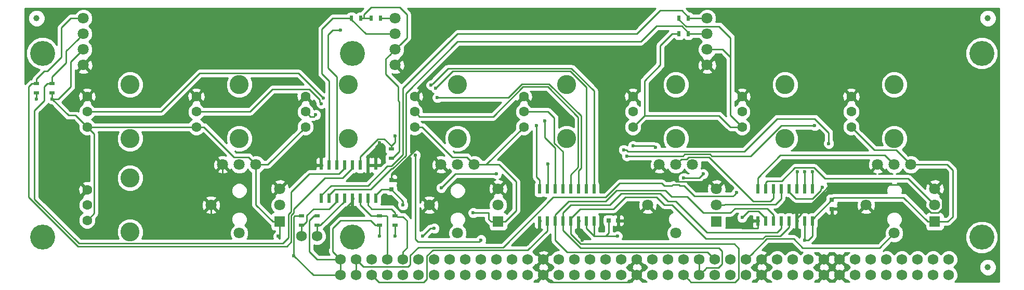
<source format=gbr>
G04 #@! TF.FileFunction,Copper,L1,Top,Signal*
%FSLAX46Y46*%
G04 Gerber Fmt 4.6, Leading zero omitted, Abs format (unit mm)*
G04 Created by KiCad (PCBNEW 4.0.4-stable) date 06/07/17 13:37:54*
%MOMM*%
%LPD*%
G01*
G04 APERTURE LIST*
%ADD10C,0.100000*%
%ADD11R,0.500000X0.900000*%
%ADD12C,4.064000*%
%ADD13R,1.800000X1.800000*%
%ADD14C,1.800000*%
%ADD15C,1.000000*%
%ADD16C,3.100000*%
%ADD17C,1.600000*%
%ADD18R,0.600000X1.500000*%
%ADD19C,1.727200*%
%ADD20R,0.750000X0.800000*%
%ADD21R,0.900000X0.500000*%
%ADD22R,0.550000X1.500000*%
%ADD23R,0.800000X0.750000*%
%ADD24C,0.600000*%
%ADD25C,0.250000*%
%ADD26C,0.254000*%
G04 APERTURE END LIST*
D10*
D11*
X57035000Y45720000D03*
X58535000Y45720000D03*
D12*
X54000000Y10000000D03*
D13*
X77720000Y12540000D03*
D14*
X77720000Y15240000D03*
X77720000Y17915000D03*
X73820000Y21840000D03*
X71120000Y21840000D03*
X68420000Y21840000D03*
X66520000Y15240000D03*
X71120000Y10640000D03*
D15*
X157480000Y45720000D03*
D12*
X156500000Y40000000D03*
X156500000Y10000000D03*
D15*
X157480000Y5080000D03*
X2540000Y45720000D03*
D12*
X3500000Y40000000D03*
D16*
X124460000Y34874200D03*
X124460000Y26085800D03*
D17*
X117449600Y32980000D03*
X117449600Y30480000D03*
X117449600Y27980000D03*
D16*
X106680000Y34874200D03*
X106680000Y26085800D03*
D17*
X99669600Y32980000D03*
X99669600Y30480000D03*
X99669600Y27980000D03*
D16*
X71120000Y34874200D03*
X71120000Y26085800D03*
D17*
X64109600Y32980000D03*
X64109600Y30480000D03*
X64109600Y27980000D03*
D16*
X53340000Y34874200D03*
X53340000Y26085800D03*
D17*
X46329600Y32980000D03*
X46329600Y30480000D03*
X46329600Y27980000D03*
D16*
X35560000Y34874200D03*
X35560000Y26085800D03*
D17*
X28549600Y32980000D03*
X28549600Y30480000D03*
X28549600Y27980000D03*
D16*
X17780000Y34874200D03*
X17780000Y26085800D03*
D17*
X10769600Y32980000D03*
X10769600Y30480000D03*
X10769600Y27980000D03*
D16*
X142240000Y34874200D03*
X142240000Y26085800D03*
D17*
X135229600Y32980000D03*
X135229600Y30480000D03*
X135229600Y27980000D03*
D16*
X88900000Y34874200D03*
X88900000Y26085800D03*
D17*
X81889600Y32980000D03*
X81889600Y30480000D03*
X81889600Y27980000D03*
D12*
X54000000Y40000000D03*
X3500000Y10000000D03*
D18*
X128905000Y12640000D03*
X128905000Y17840000D03*
X127635000Y12640000D03*
X127635000Y17840000D03*
X126365000Y12640000D03*
X126365000Y17840000D03*
X125095000Y12640000D03*
X125095000Y17840000D03*
X123825000Y12640000D03*
X123825000Y17840000D03*
X122555000Y12640000D03*
X122555000Y17840000D03*
X121285000Y12640000D03*
X121285000Y17840000D03*
X120015000Y12640000D03*
X120015000Y17840000D03*
X93345000Y12640000D03*
X93345000Y17840000D03*
X92075000Y12640000D03*
X92075000Y17840000D03*
X90805000Y12640000D03*
X90805000Y17840000D03*
X89535000Y12640000D03*
X89535000Y17840000D03*
X88265000Y12640000D03*
X88265000Y17840000D03*
X86995000Y12640000D03*
X86995000Y17840000D03*
X85725000Y12640000D03*
X85725000Y17840000D03*
X84455000Y12640000D03*
X84455000Y17840000D03*
D13*
X42160000Y12540000D03*
D14*
X42160000Y15240000D03*
X42160000Y17915000D03*
X38260000Y21840000D03*
X35560000Y21840000D03*
X32860000Y21840000D03*
X30960000Y15240000D03*
X35560000Y10640000D03*
D19*
X52070000Y3810000D03*
X54610000Y3810000D03*
X57150000Y3810000D03*
X59690000Y3810000D03*
X62230000Y3810000D03*
X64770000Y3810000D03*
X67310000Y3810000D03*
X69850000Y3810000D03*
X72390000Y3810000D03*
X74930000Y3810000D03*
X77470000Y3810000D03*
X80010000Y3810000D03*
X82550000Y3810000D03*
X85090000Y3810000D03*
X87630000Y3810000D03*
X90170000Y3810000D03*
X92710000Y3810000D03*
X95250000Y3810000D03*
X97790000Y3810000D03*
X100330000Y3810000D03*
X102870000Y3810000D03*
X105410000Y3810000D03*
X107950000Y3810000D03*
X110490000Y3810000D03*
X113030000Y3810000D03*
X115570000Y3810000D03*
X118110000Y3810000D03*
X120650000Y3810000D03*
X123190000Y3810000D03*
X125730000Y3810000D03*
X128270000Y3810000D03*
X130810000Y3810000D03*
X133350000Y3810000D03*
X135890000Y3810000D03*
X138430000Y3810000D03*
X140970000Y3810000D03*
X143510000Y3810000D03*
X146050000Y3810000D03*
X148590000Y3810000D03*
X151130000Y3810000D03*
X59690000Y3810000D03*
X52070000Y3810000D03*
X54610000Y3810000D03*
X57150000Y3810000D03*
X62230000Y3810000D03*
X72390000Y3810000D03*
X64770000Y3810000D03*
X67310000Y3810000D03*
X69850000Y3810000D03*
X74930000Y3810000D03*
X85090000Y3810000D03*
X77470000Y3810000D03*
X80010000Y3810000D03*
X82550000Y3810000D03*
X87630000Y3810000D03*
X97790000Y3810000D03*
X90170000Y3810000D03*
X92710000Y3810000D03*
X95250000Y3810000D03*
X100330000Y3810000D03*
X110490000Y3810000D03*
X102870000Y3810000D03*
X105410000Y3810000D03*
X107950000Y3810000D03*
X113030000Y3810000D03*
X123190000Y3810000D03*
X115570000Y3810000D03*
X118110000Y3810000D03*
X120650000Y3810000D03*
X125730000Y3810000D03*
X135890000Y3810000D03*
X128270000Y3810000D03*
X130810000Y3810000D03*
X133350000Y3810000D03*
X138430000Y3810000D03*
X148590000Y3810000D03*
X140970000Y3810000D03*
X143510000Y3810000D03*
X146050000Y3810000D03*
X151130000Y3810000D03*
X59690000Y3810000D03*
X52070000Y3810000D03*
X54610000Y3810000D03*
X57150000Y3810000D03*
X62230000Y3810000D03*
X72390000Y3810000D03*
X64770000Y3810000D03*
X67310000Y3810000D03*
X69850000Y3810000D03*
X74930000Y3810000D03*
X85090000Y3810000D03*
X77470000Y3810000D03*
X80010000Y3810000D03*
X82550000Y3810000D03*
X87630000Y3810000D03*
X97790000Y3810000D03*
X90170000Y3810000D03*
X92710000Y3810000D03*
X95250000Y3810000D03*
X100330000Y3810000D03*
X110490000Y3810000D03*
X102870000Y3810000D03*
X105410000Y3810000D03*
X107950000Y3810000D03*
X113030000Y3810000D03*
X123190000Y3810000D03*
X115570000Y3810000D03*
X118110000Y3810000D03*
X120650000Y3810000D03*
X125730000Y3810000D03*
X135890000Y3810000D03*
X128270000Y3810000D03*
X130810000Y3810000D03*
X133350000Y3810000D03*
X138430000Y3810000D03*
X148590000Y3810000D03*
X140970000Y3810000D03*
X143510000Y3810000D03*
X146050000Y3810000D03*
X151130000Y3810000D03*
X133350000Y6350000D03*
X133350000Y6350000D03*
X135890000Y6350000D03*
X135890000Y6350000D03*
X133350000Y6350000D03*
X146050000Y6350000D03*
X146050000Y6350000D03*
X148590000Y6350000D03*
X148590000Y6350000D03*
X146050000Y6350000D03*
X128270000Y6350000D03*
X128270000Y6350000D03*
X130810000Y6350000D03*
X128270000Y6350000D03*
X130810000Y6350000D03*
X130810000Y6350000D03*
X140970000Y6350000D03*
X140970000Y6350000D03*
X143510000Y6350000D03*
X140970000Y6350000D03*
X143510000Y6350000D03*
X143510000Y6350000D03*
X135890000Y6350000D03*
X138430000Y6350000D03*
X138430000Y6350000D03*
X138430000Y6350000D03*
X148590000Y6350000D03*
X151130000Y6350000D03*
X151130000Y6350000D03*
X151130000Y6350000D03*
X82550000Y6350000D03*
X82550000Y6350000D03*
X85090000Y6350000D03*
X85090000Y6350000D03*
X82550000Y6350000D03*
X95250000Y6350000D03*
X95250000Y6350000D03*
X97790000Y6350000D03*
X97790000Y6350000D03*
X95250000Y6350000D03*
X77470000Y6350000D03*
X77470000Y6350000D03*
X80010000Y6350000D03*
X77470000Y6350000D03*
X80010000Y6350000D03*
X80010000Y6350000D03*
X90170000Y6350000D03*
X90170000Y6350000D03*
X92710000Y6350000D03*
X90170000Y6350000D03*
X92710000Y6350000D03*
X92710000Y6350000D03*
X85090000Y6350000D03*
X87630000Y6350000D03*
X87630000Y6350000D03*
X87630000Y6350000D03*
X97790000Y6350000D03*
X100330000Y6350000D03*
X100330000Y6350000D03*
X100330000Y6350000D03*
X57150000Y6350000D03*
X57150000Y6350000D03*
X59690000Y6350000D03*
X59690000Y6350000D03*
X57150000Y6350000D03*
X69850000Y6350000D03*
X69850000Y6350000D03*
X72390000Y6350000D03*
X72390000Y6350000D03*
X69850000Y6350000D03*
X52070000Y6350000D03*
X52070000Y6350000D03*
X54610000Y6350000D03*
X52070000Y6350000D03*
X54610000Y6350000D03*
X54610000Y6350000D03*
X64770000Y6350000D03*
X64770000Y6350000D03*
X67310000Y6350000D03*
X64770000Y6350000D03*
X67310000Y6350000D03*
X67310000Y6350000D03*
X59690000Y6350000D03*
X62230000Y6350000D03*
X62230000Y6350000D03*
X62230000Y6350000D03*
X72390000Y6350000D03*
X74930000Y6350000D03*
X74930000Y6350000D03*
X74930000Y6350000D03*
X107950000Y6350000D03*
X107950000Y6350000D03*
X110490000Y6350000D03*
X110490000Y6350000D03*
X107950000Y6350000D03*
X120650000Y6350000D03*
X120650000Y6350000D03*
X123190000Y6350000D03*
X123190000Y6350000D03*
X120650000Y6350000D03*
X102870000Y6350000D03*
X102870000Y6350000D03*
X105410000Y6350000D03*
X102870000Y6350000D03*
X105410000Y6350000D03*
X105410000Y6350000D03*
X115570000Y6350000D03*
X115570000Y6350000D03*
X118110000Y6350000D03*
X115570000Y6350000D03*
X118110000Y6350000D03*
X118110000Y6350000D03*
X110490000Y6350000D03*
X113030000Y6350000D03*
X113030000Y6350000D03*
X113030000Y6350000D03*
X123190000Y6350000D03*
X125730000Y6350000D03*
X125730000Y6350000D03*
X125730000Y6350000D03*
D20*
X60325000Y17792000D03*
X60325000Y19292000D03*
D21*
X5080000Y33540000D03*
X5080000Y35040000D03*
D11*
X55360000Y45720000D03*
X53860000Y45720000D03*
X107200000Y43180000D03*
X108700000Y43180000D03*
D21*
X48260000Y13450000D03*
X48260000Y11950000D03*
X2540000Y33540000D03*
X2540000Y35040000D03*
D11*
X107200000Y45720000D03*
X108700000Y45720000D03*
D21*
X45720000Y13450000D03*
X45720000Y11950000D03*
D22*
X57785000Y16350000D03*
X57785000Y21750000D03*
X56515000Y16350000D03*
X56515000Y21750000D03*
X55245000Y16350000D03*
X55245000Y21750000D03*
X53975000Y16350000D03*
X53975000Y21750000D03*
X52705000Y16350000D03*
X52705000Y21750000D03*
X51435000Y16350000D03*
X51435000Y21750000D03*
X50165000Y16350000D03*
X50165000Y21750000D03*
X48895000Y16350000D03*
X48895000Y21750000D03*
D14*
X10160000Y38100000D03*
X10160000Y40640000D03*
X10160000Y43180000D03*
X10160000Y45720000D03*
X60960000Y38100000D03*
X60960000Y40640000D03*
X60960000Y43180000D03*
X60960000Y45720000D03*
X111760000Y38100000D03*
X111760000Y40640000D03*
X111760000Y43180000D03*
X111760000Y45720000D03*
D21*
X58420000Y11950000D03*
X58420000Y13450000D03*
X60960000Y11950000D03*
X60960000Y13450000D03*
X60325000Y22872000D03*
X60325000Y24372000D03*
D20*
X132080000Y16105000D03*
X132080000Y14605000D03*
D23*
X95770000Y12700000D03*
X97270000Y12700000D03*
D13*
X113280000Y12540000D03*
D14*
X113280000Y15240000D03*
X113280000Y17915000D03*
X109380000Y21840000D03*
X106680000Y21840000D03*
X103980000Y21840000D03*
X102080000Y15240000D03*
X106680000Y10640000D03*
D13*
X148840000Y12540000D03*
D14*
X148840000Y15240000D03*
X148840000Y17915000D03*
X144940000Y21840000D03*
X142240000Y21840000D03*
X139540000Y21840000D03*
X137640000Y15240000D03*
X142240000Y10640000D03*
D16*
X17780000Y19634200D03*
X17780000Y10845800D03*
D17*
X10769600Y17740000D03*
X10769600Y15240000D03*
X10769600Y12740000D03*
D19*
X48260000Y10160000D03*
X45720000Y10160000D03*
D24*
X82550000Y8890000D03*
X58420000Y25400000D03*
X99060000Y12700000D03*
X91440000Y9525000D03*
X33655000Y10160000D03*
X49530000Y7620000D03*
X116840000Y12065000D03*
X5080000Y32512000D03*
X2540000Y32512000D03*
X44450000Y6985000D03*
X41910000Y10160000D03*
X65405000Y10160000D03*
X67310000Y11430000D03*
X127635000Y9525008D03*
X97155000Y10160000D03*
X73660000Y13970000D03*
X62230000Y15240000D03*
X60960000Y10160000D03*
X58420000Y10160000D03*
X66795545Y34800764D03*
X49243165Y32729473D03*
X48951102Y31801000D03*
X67564000Y34290000D03*
X67818000Y32766000D03*
X48006000Y29972000D03*
X85344000Y28956000D03*
X85852000Y21971000D03*
X83947000Y28194000D03*
X117465010Y13208000D03*
X116586000Y17272000D03*
X74930000Y9534990D03*
X64262000Y23368000D03*
X60960000Y26543000D03*
X52070000Y43815000D03*
X128905006Y20701000D03*
X129286000Y28194000D03*
X98679000Y23241000D03*
X77470000Y20320000D03*
X68453000Y18034000D03*
X127634996Y20701000D03*
X103378000Y24638000D03*
X99695000Y24892000D03*
X107950000Y19685000D03*
X111125000Y20320000D03*
X126492000Y20701000D03*
X130554051Y18162949D03*
X131572000Y25273000D03*
X98171000Y24257000D03*
D25*
X85090000Y3810000D02*
X86278601Y2621399D01*
X86278601Y2621399D02*
X99141399Y2621399D01*
X99141399Y2621399D02*
X99466401Y2946401D01*
X99466401Y2946401D02*
X100330000Y3810000D01*
X82550000Y9525000D02*
X84455000Y11430000D01*
X84455000Y11430000D02*
X84455000Y12640000D01*
X82550000Y8890000D02*
X82550000Y9525000D01*
X57785000Y24765000D02*
X58420000Y25400000D01*
X57785000Y21750000D02*
X57785000Y24765000D01*
X99060000Y12700000D02*
X97270000Y12700000D01*
X90805000Y10160000D02*
X91440000Y9525000D01*
X90805000Y12190000D02*
X90805000Y10160000D01*
X90805000Y12640000D02*
X90805000Y12190000D01*
X149428001Y14014999D02*
X150065001Y14651999D01*
X126365000Y12640000D02*
X126365000Y13090000D01*
X126365000Y13090000D02*
X131840001Y18565001D01*
X150065001Y14651999D02*
X150065001Y16689999D01*
X131840001Y18565001D02*
X143701997Y18565001D01*
X143701997Y18565001D02*
X148251999Y14014999D01*
X148251999Y14014999D02*
X149428001Y14014999D01*
X149739999Y17015001D02*
X148840000Y17915000D01*
X150065001Y16689999D02*
X149739999Y17015001D01*
X120015000Y11430000D02*
X120015000Y12640000D01*
X30960000Y15240000D02*
X32860000Y17140000D01*
X32860000Y17140000D02*
X32860000Y21840000D01*
X33655000Y10160000D02*
X30960000Y12855000D01*
X30960000Y12855000D02*
X30960000Y15240000D01*
X50165000Y8255000D02*
X49530000Y7620000D01*
X50165000Y12065000D02*
X50165000Y8255000D01*
X53975000Y16350000D02*
X53975000Y15875000D01*
X53975000Y15875000D02*
X50165000Y12065000D01*
X60325000Y20317179D02*
X60325000Y19942000D01*
X68420000Y21840000D02*
X65495000Y24765000D01*
X64772821Y24765000D02*
X60325000Y20317179D01*
X60325000Y19942000D02*
X60325000Y19292000D01*
X65495000Y24765000D02*
X64772821Y24765000D01*
X112145000Y19050000D02*
X106770000Y19050000D01*
X106770000Y19050000D02*
X103980000Y21840000D01*
X113280000Y17915000D02*
X112145000Y19050000D01*
X117475000Y11430000D02*
X116840000Y12065000D01*
X120015000Y11430000D02*
X117475000Y11430000D01*
X10160000Y40640000D02*
X8128000Y38608000D01*
X8128000Y38608000D02*
X8128000Y34544000D01*
X8128000Y34544000D02*
X6096000Y32512000D01*
X6096000Y32512000D02*
X5080000Y32512000D01*
X8890000Y29859600D02*
X7732400Y29859600D01*
X7732400Y29859600D02*
X5080000Y32512000D01*
X5080000Y33540000D02*
X5080000Y32512000D01*
X2540000Y33540000D02*
X2540000Y32512000D01*
X60325000Y22872000D02*
X60525000Y22872000D01*
X59436000Y36576000D02*
X59436000Y39116000D01*
X60525000Y22872000D02*
X61595000Y23942000D01*
X61595000Y32131000D02*
X61468000Y32258000D01*
X61468000Y32258000D02*
X61468000Y34544000D01*
X61468000Y34544000D02*
X59436000Y36576000D01*
X61595000Y23942000D02*
X61595000Y32131000D01*
X60060001Y39740001D02*
X60960000Y40640000D01*
X59436000Y39116000D02*
X60060001Y39740001D01*
X55880000Y45720000D02*
X55880000Y46355000D01*
X55880000Y46355000D02*
X57023000Y47498000D01*
X62865000Y46355000D02*
X62865000Y42545000D01*
X57023000Y47498000D02*
X61722000Y47498000D01*
X61722000Y47498000D02*
X62865000Y46355000D01*
X62865000Y42545000D02*
X61859999Y41539999D01*
X61859999Y41539999D02*
X60960000Y40640000D01*
X55880000Y45720000D02*
X57035000Y45720000D01*
X55360000Y45720000D02*
X55880000Y45720000D01*
X115570000Y42545000D02*
X115570000Y39370000D01*
X115570000Y39370000D02*
X115570000Y29859600D01*
X111760000Y40640000D02*
X114300000Y40640000D01*
X114300000Y40640000D02*
X115570000Y39370000D01*
X107200000Y45720000D02*
X107200000Y45520000D01*
X107200000Y45520000D02*
X108314999Y44405001D01*
X108314999Y44405001D02*
X113709999Y44405001D01*
X113709999Y44405001D02*
X115570000Y42545000D01*
X115570000Y29859600D02*
X116649601Y28779999D01*
X116649601Y28779999D02*
X117449600Y27980000D01*
X104140000Y41275000D02*
X106045000Y43180000D01*
X106045000Y43180000D02*
X107200000Y43180000D01*
X104140000Y38100000D02*
X104140000Y41275000D01*
X10769600Y12740000D02*
X11894601Y13865001D01*
X11894601Y13865001D02*
X11894601Y26854999D01*
X11894601Y26854999D02*
X11569599Y27180001D01*
X11569599Y27180001D02*
X10769600Y27980000D01*
X10769600Y27980000D02*
X28549600Y27980000D01*
X44450000Y13335000D02*
X44450000Y6985000D01*
X44565000Y13450000D02*
X44450000Y13335000D01*
X45720000Y13450000D02*
X44565000Y13450000D01*
X44450000Y6985000D02*
X47625000Y3810000D01*
X47625000Y3810000D02*
X52070000Y3810000D01*
X42160000Y9775000D02*
X41910000Y10025000D01*
X41910000Y10025000D02*
X41910000Y10160000D01*
X42160000Y12540000D02*
X42160000Y9775000D01*
X66675000Y11430000D02*
X65405000Y10160000D01*
X67310000Y11430000D02*
X66675000Y11430000D01*
X132080000Y16105000D02*
X132080000Y16080000D01*
X132080000Y16080000D02*
X128905000Y12905000D01*
X128905000Y12905000D02*
X128905000Y12640000D01*
X8890000Y29859600D02*
X10769600Y27980000D01*
X38260000Y21840000D02*
X40189600Y21840000D01*
X40189600Y21840000D02*
X46329600Y27980000D01*
X29805000Y27980000D02*
X34719999Y23065001D01*
X34719999Y23065001D02*
X37034999Y23065001D01*
X37034999Y23065001D02*
X37360001Y22739999D01*
X37360001Y22739999D02*
X38260000Y21840000D01*
X28549600Y27980000D02*
X29805000Y27980000D01*
X65365000Y27980000D02*
X70279999Y23065001D01*
X70279999Y23065001D02*
X72594999Y23065001D01*
X72594999Y23065001D02*
X72920001Y22739999D01*
X72920001Y22739999D02*
X73820000Y21840000D01*
X64109600Y27980000D02*
X65365000Y27980000D01*
X80645000Y19050000D02*
X80645000Y14315000D01*
X80645000Y14315000D02*
X78870000Y12540000D01*
X78870000Y12540000D02*
X77720000Y12540000D01*
X77855000Y21840000D02*
X80645000Y19050000D01*
X73820000Y21840000D02*
X77855000Y21840000D01*
X81889600Y27980000D02*
X75749600Y21840000D01*
X75749600Y21840000D02*
X73820000Y21840000D01*
X101534600Y35494600D02*
X104140000Y38100000D01*
X101534600Y29845000D02*
X101534600Y35494600D01*
X113665000Y29845000D02*
X101534600Y29845000D01*
X101534600Y29845000D02*
X99669600Y27980000D01*
X115530000Y27980000D02*
X113665000Y29845000D01*
X117449600Y27980000D02*
X115530000Y27980000D01*
X132080000Y16105000D02*
X132080000Y16130000D01*
X132080000Y16130000D02*
X132415001Y16465001D01*
X132415001Y16465001D02*
X143764999Y16465001D01*
X143764999Y16465001D02*
X147690000Y12540000D01*
X147690000Y12540000D02*
X148840000Y12540000D01*
X144940000Y21840000D02*
X142569201Y24210799D01*
X142569201Y24210799D02*
X138998801Y24210799D01*
X138998801Y24210799D02*
X136029599Y27180001D01*
X136029599Y27180001D02*
X135229600Y27980000D01*
X151765000Y20955000D02*
X150880000Y21840000D01*
X150880000Y21840000D02*
X144940000Y21840000D01*
X151765000Y13335000D02*
X151765000Y20955000D01*
X150970000Y12540000D02*
X151765000Y13335000D01*
X148840000Y12540000D02*
X150970000Y12540000D01*
X128270008Y9525008D02*
X128905000Y10160000D01*
X128905000Y10160000D02*
X128905000Y12640000D01*
X127635000Y9525008D02*
X128270008Y9525008D01*
X127635000Y12640000D02*
X127635000Y9525008D01*
X97155000Y10160000D02*
X95250000Y10160000D01*
X93345000Y10160000D02*
X95250000Y10160000D01*
X95250000Y10160000D02*
X95770000Y10680000D01*
X95770000Y10680000D02*
X95770000Y12700000D01*
X93345000Y12640000D02*
X93345000Y10160000D01*
X92075000Y11430000D02*
X93345000Y10160000D01*
X92075000Y12640000D02*
X92075000Y11430000D01*
X76200000Y13970000D02*
X76200000Y12910000D01*
X76200000Y12910000D02*
X76570000Y12540000D01*
X76570000Y12540000D02*
X77720000Y12540000D01*
X73660000Y13970000D02*
X76200000Y13970000D01*
X62230000Y15862000D02*
X62230000Y15240000D01*
X60325000Y17792000D02*
X60325000Y17767000D01*
X60325000Y17767000D02*
X62230000Y15862000D01*
X57785000Y16350000D02*
X57785000Y16825000D01*
X57785000Y16825000D02*
X58752000Y17792000D01*
X58752000Y17792000D02*
X59700000Y17792000D01*
X59700000Y17792000D02*
X60325000Y17792000D01*
X60960000Y11950000D02*
X60960000Y10160000D01*
X58420000Y11950000D02*
X58420000Y10160000D01*
X52070000Y12700000D02*
X56970000Y12700000D01*
X56970000Y12700000D02*
X57720000Y11950000D01*
X57720000Y11950000D02*
X58420000Y11950000D01*
X50800000Y11430000D02*
X52070000Y12700000D01*
X50800000Y7620000D02*
X50800000Y11430000D01*
X52070000Y6350000D02*
X50800000Y7620000D01*
X38260000Y21840000D02*
X38260000Y15290000D01*
X38260000Y15290000D02*
X41010000Y12540000D01*
X41010000Y12540000D02*
X42160000Y12540000D01*
X52070000Y6350000D02*
X48260000Y6350000D01*
X48260000Y6350000D02*
X46990000Y7620000D01*
X46990000Y7620000D02*
X46990000Y12700000D01*
X46990000Y12700000D02*
X47740000Y13450000D01*
X47740000Y13450000D02*
X48260000Y13450000D01*
X52070000Y3810000D02*
X52070000Y5031314D01*
X52070000Y5031314D02*
X52070000Y6350000D01*
X67095544Y35100763D02*
X66795545Y34800764D01*
X93345000Y33840613D02*
X89651604Y37534009D01*
X48943166Y33029472D02*
X49243165Y32729473D01*
X22860000Y30480000D02*
X29129201Y36749201D01*
X89651604Y37534009D02*
X69528790Y37534009D01*
X93345000Y17840000D02*
X93345000Y33840613D01*
X10769600Y30480000D02*
X22860000Y30480000D01*
X69528790Y37534009D02*
X67095544Y35100763D01*
X29129201Y36749201D02*
X45223437Y36749201D01*
X45223437Y36749201D02*
X48943166Y33029472D01*
X92086022Y34463180D02*
X92086022Y25281200D01*
X92086022Y25281200D02*
X92075000Y25270178D01*
X67564000Y34290000D02*
X70358000Y37084000D01*
X70358000Y37084000D02*
X89465202Y37084000D01*
X92075000Y25270178D02*
X92075000Y18840000D01*
X89465202Y37084000D02*
X92086022Y34463180D01*
X92075000Y18840000D02*
X92075000Y17840000D01*
X48651103Y32404470D02*
X48651103Y32100999D01*
X48651103Y32100999D02*
X48951102Y31801000D01*
X46950572Y34105001D02*
X48651103Y32404470D01*
X37338000Y30480000D02*
X40963001Y34105001D01*
X40963001Y34105001D02*
X46950572Y34105001D01*
X28549600Y30480000D02*
X37338000Y30480000D01*
X90805000Y20826590D02*
X90805000Y18840000D01*
X91225012Y21246601D02*
X90805000Y20826590D01*
X86005187Y34994011D02*
X91225012Y29774186D01*
X91225012Y29774186D02*
X91225012Y21246601D01*
X81602198Y34994011D02*
X86005187Y34994011D01*
X79374188Y32766000D02*
X81602198Y34994011D01*
X67818000Y32766000D02*
X79374188Y32766000D01*
X90805000Y18840000D02*
X90805000Y17840000D01*
X47714001Y29680001D02*
X48006000Y29972000D01*
X46329600Y30480000D02*
X47129599Y29680001D01*
X47129599Y29680001D02*
X47714001Y29680001D01*
X90775001Y21433001D02*
X89535000Y20193000D01*
X89535000Y20193000D02*
X89535000Y17840000D01*
X85818787Y34544000D02*
X90775001Y29587786D01*
X81788598Y34544000D02*
X85818787Y34544000D01*
X90775001Y29587786D02*
X90775001Y21433001D01*
X64109600Y30480000D02*
X64909599Y29680001D01*
X64909599Y29680001D02*
X76924599Y29680001D01*
X76924599Y29680001D02*
X81788598Y34544000D01*
X88265000Y23945797D02*
X88265000Y18840000D01*
X86868000Y29464000D02*
X86868000Y25342797D01*
X85852000Y30480000D02*
X86868000Y29464000D01*
X86868000Y25342797D02*
X88265000Y23945797D01*
X81889600Y30480000D02*
X85852000Y30480000D01*
X88265000Y18840000D02*
X88265000Y17840000D01*
X85344000Y26230387D02*
X86995000Y24579387D01*
X85344000Y28956000D02*
X85344000Y26230387D01*
X86995000Y24579387D02*
X86995000Y18840000D01*
X86995000Y18840000D02*
X86995000Y17840000D01*
X85852000Y21971000D02*
X85852000Y17967000D01*
X85852000Y17967000D02*
X85725000Y17840000D01*
X83947000Y28194000D02*
X83947000Y19812000D01*
X83947000Y19812000D02*
X84455000Y19304000D01*
X84455000Y19304000D02*
X84455000Y17840000D01*
X55245000Y16350000D02*
X55245000Y15240000D01*
X55245000Y15240000D02*
X57035000Y13450000D01*
X57035000Y13450000D02*
X57720000Y13450000D01*
X57720000Y13450000D02*
X58420000Y13450000D01*
X59575000Y13450000D02*
X59690000Y13335000D01*
X59690000Y13335000D02*
X59690000Y6350000D01*
X58420000Y13450000D02*
X59575000Y13450000D01*
X62865000Y8255000D02*
X62230000Y7620000D01*
X62230000Y7620000D02*
X62230000Y6350000D01*
X62865000Y12700000D02*
X62865000Y8255000D01*
X62230000Y13335000D02*
X62865000Y12700000D01*
X61275000Y13335000D02*
X62230000Y13335000D01*
X60960000Y13450000D02*
X61160000Y13450000D01*
X61160000Y13450000D02*
X61275000Y13335000D01*
X56515000Y16350000D02*
X56515000Y15240000D01*
X60325000Y14605000D02*
X60960000Y13970000D01*
X56515000Y15240000D02*
X57150000Y14605000D01*
X57150000Y14605000D02*
X60325000Y14605000D01*
X60960000Y13970000D02*
X60960000Y13450000D01*
X116205000Y8890000D02*
X116921399Y8173601D01*
X108813599Y2946401D02*
X107950000Y3810000D01*
X116286399Y2621399D02*
X109138601Y2621399D01*
X116921399Y3256399D02*
X116286399Y2621399D01*
X91149996Y8890000D02*
X116205000Y8890000D01*
X89535000Y10504996D02*
X91149996Y8890000D01*
X116921399Y8173601D02*
X116921399Y3256399D01*
X109138601Y2621399D02*
X108813599Y2946401D01*
X89535000Y12640000D02*
X89535000Y10504996D01*
X89535000Y12640000D02*
X89535000Y13090000D01*
X104775000Y15240000D02*
X106045000Y15240000D01*
X89535000Y13090000D02*
X91050000Y14605000D01*
X91050000Y14605000D02*
X96520000Y14605000D01*
X96520000Y14605000D02*
X98425000Y16510000D01*
X98425000Y16510000D02*
X103505000Y16510000D01*
X103505000Y16510000D02*
X104775000Y15240000D01*
X106045000Y15240000D02*
X111575011Y9709989D01*
X111575011Y9709989D02*
X120833579Y9709989D01*
X121313601Y10190012D02*
X123645012Y10190012D01*
X120833579Y9709989D02*
X121313601Y10190012D01*
X123645012Y10190012D02*
X125095000Y11640000D01*
X125095000Y11640000D02*
X125095000Y12640000D01*
X111678601Y4998601D02*
X111353599Y4673599D01*
X113665000Y8255000D02*
X114218601Y7701399D01*
X114218601Y5633601D02*
X113583601Y4998601D01*
X91148585Y8255000D02*
X113665000Y8255000D01*
X88265000Y12640000D02*
X88265000Y11138585D01*
X88265000Y11138585D02*
X91148585Y8255000D01*
X111353599Y4673599D02*
X110490000Y3810000D01*
X114218601Y7701399D02*
X114218601Y5633601D01*
X113583601Y4998601D02*
X111678601Y4998601D01*
X88265000Y12640000D02*
X88265000Y13971411D01*
X123825000Y11430000D02*
X123825000Y12640000D01*
X88265000Y13971411D02*
X89533589Y15240000D01*
X111760000Y10795000D02*
X123190000Y10795000D01*
X89533589Y15240000D02*
X95885000Y15240000D01*
X105410000Y15875000D02*
X106680000Y15875000D01*
X95885000Y15240000D02*
X97790000Y17145000D01*
X97790000Y17145000D02*
X104140000Y17145000D01*
X104140000Y17145000D02*
X105410000Y15875000D01*
X106680000Y15875000D02*
X111760000Y10795000D01*
X123190000Y10795000D02*
X123825000Y11430000D01*
X110490000Y6350000D02*
X110490000Y5128686D01*
X110490000Y5128686D02*
X110490000Y3810000D01*
X122555000Y13640000D02*
X122555000Y12640000D01*
X115570000Y13970000D02*
X116274011Y14674011D01*
X108482823Y16614999D02*
X111127822Y13970000D01*
X121520989Y14674011D02*
X122555000Y13640000D01*
X105940001Y16614999D02*
X108482823Y16614999D01*
X111127822Y13970000D02*
X115570000Y13970000D01*
X104959989Y17595011D02*
X105940001Y16614999D01*
X96971421Y17595011D02*
X104959989Y17595011D01*
X95251410Y15875000D02*
X96971421Y17595011D01*
X89230000Y15875000D02*
X95251410Y15875000D01*
X86995000Y13640000D02*
X89230000Y15875000D01*
X86995000Y12640000D02*
X86995000Y13640000D01*
X116274011Y14674011D02*
X121520989Y14674011D01*
X86995000Y9525000D02*
X88981399Y7538601D01*
X88981399Y7538601D02*
X111841399Y7538601D01*
X111841399Y7538601D02*
X112166401Y7213599D01*
X112166401Y7213599D02*
X113030000Y6350000D01*
X86995000Y12640000D02*
X86995000Y9525000D01*
X116286001Y16972001D02*
X116586000Y17272000D01*
X109673591Y16689999D02*
X116003999Y16689999D01*
X107998602Y18364988D02*
X109673591Y16689999D01*
X107348014Y18364988D02*
X107998602Y18364988D01*
X107148001Y18565001D02*
X107348014Y18364988D01*
X104392590Y18796000D02*
X104823601Y18364988D01*
X106211999Y18565001D02*
X107148001Y18565001D01*
X104823601Y18364988D02*
X106011986Y18364988D01*
X95250000Y16510000D02*
X97536000Y18796000D01*
X64712011Y8324011D02*
X78504009Y8324011D01*
X63418601Y7030601D02*
X64712011Y8324011D01*
X63418601Y5506601D02*
X63418601Y7030601D01*
X97536000Y18796000D02*
X104392590Y18796000D01*
X63073399Y5161399D02*
X63418601Y5506601D01*
X54610000Y6350000D02*
X55798601Y5161399D01*
X116003999Y16689999D02*
X116286001Y16972001D01*
X86689998Y16510000D02*
X95250000Y16510000D01*
X106011986Y18364988D02*
X106211999Y18565001D01*
X78504009Y8324011D02*
X86689998Y16510000D01*
X55798601Y5161399D02*
X63073399Y5161399D01*
X121285000Y13090000D02*
X120151000Y14224000D01*
X120151000Y14224000D02*
X118481010Y14224000D01*
X121285000Y12640000D02*
X121285000Y13090000D01*
X118481010Y14224000D02*
X117765009Y13507999D01*
X117765009Y13507999D02*
X117465010Y13208000D01*
X54610000Y3810000D02*
X54610000Y6350000D01*
X82550000Y7874000D02*
X85725000Y11049000D01*
X85725000Y11049000D02*
X85725000Y12640000D01*
X67074870Y7874000D02*
X82550000Y7874000D01*
X65613399Y2621399D02*
X66121399Y3129399D01*
X66121399Y3129399D02*
X66121399Y6920529D01*
X66121399Y6920529D02*
X67074870Y7874000D01*
X57150000Y3810000D02*
X58338601Y2621399D01*
X58338601Y2621399D02*
X65613399Y2621399D01*
X59171998Y26025002D02*
X60325000Y24872000D01*
X58119998Y26025002D02*
X59171998Y26025002D01*
X55245000Y23150004D02*
X58119998Y26025002D01*
X55245000Y21750000D02*
X55245000Y23150004D01*
X60325000Y24872000D02*
X60325000Y24372000D01*
X64262000Y9652000D02*
X64679009Y9234991D01*
X74630001Y9234991D02*
X74930000Y9534990D01*
X64262000Y23368000D02*
X64262000Y9652000D01*
X64679009Y9234991D02*
X74630001Y9234991D01*
X60960000Y25507000D02*
X60960000Y26543000D01*
X60325000Y24872000D02*
X60960000Y25507000D01*
X5080000Y35040000D02*
X5080000Y36196410D01*
X7366000Y40386000D02*
X9260001Y42280001D01*
X5080000Y36196410D02*
X7366000Y38482410D01*
X7366000Y38482410D02*
X7366000Y40386000D01*
X9260001Y42280001D02*
X10160000Y43180000D01*
X52705000Y21750000D02*
X52705000Y21275000D01*
X52705000Y21275000D02*
X51750000Y20320000D01*
X51750000Y20320000D02*
X46990000Y20320000D01*
X46990000Y20320000D02*
X43999989Y17329989D01*
X43549981Y13707802D02*
X43549981Y9894981D01*
X4306000Y35040000D02*
X5080000Y35040000D01*
X43999989Y17329989D02*
X43999989Y14157811D01*
X43999989Y14157811D02*
X43549981Y13707802D01*
X43549981Y9894981D02*
X42625799Y8970799D01*
X2215010Y16201400D02*
X2215010Y30663010D01*
X42625799Y8970799D02*
X9445611Y8970799D01*
X9445611Y8970799D02*
X2215010Y16201400D01*
X2215010Y30663010D02*
X3810000Y32258000D01*
X3810000Y32258000D02*
X3810000Y34544000D01*
X3810000Y34544000D02*
X4306000Y35040000D01*
X8128000Y45720000D02*
X10160000Y45720000D01*
X6604000Y44196000D02*
X8128000Y45720000D01*
X6604000Y39370000D02*
X6604000Y44196000D01*
X4318000Y37084000D02*
X6604000Y39370000D01*
X3810000Y37084000D02*
X4318000Y37084000D01*
X2540000Y35814000D02*
X3810000Y37084000D01*
X2540000Y35040000D02*
X2540000Y35814000D01*
X53975000Y21750000D02*
X53975000Y21275000D01*
X53975000Y21275000D02*
X52385000Y19685000D01*
X52385000Y19685000D02*
X49528589Y19685000D01*
X49528589Y19685000D02*
X48444989Y18601400D01*
X48444989Y18601400D02*
X48444989Y18599989D01*
X48444989Y18599989D02*
X44450000Y14605000D01*
X44450000Y14605000D02*
X44450000Y13971410D01*
X1270000Y34544000D02*
X1766000Y35040000D01*
X44450000Y13971410D02*
X43999989Y13521400D01*
X9259212Y8520788D02*
X1270000Y16510000D01*
X43999989Y13521400D02*
X43999989Y9201989D01*
X43999989Y9201989D02*
X43318788Y8520788D01*
X43318788Y8520788D02*
X9259212Y8520788D01*
X1270000Y16510000D02*
X1270000Y34544000D01*
X1766000Y35040000D02*
X2540000Y35040000D01*
X53975000Y21750000D02*
X53975000Y22225000D01*
X53860000Y45720000D02*
X53860000Y45520000D01*
X53860000Y45520000D02*
X56200000Y43180000D01*
X56200000Y43180000D02*
X59687208Y43180000D01*
X59687208Y43180000D02*
X60960000Y43180000D01*
X49035001Y43955001D02*
X50800000Y45720000D01*
X50800000Y45720000D02*
X53360000Y45720000D01*
X53360000Y45720000D02*
X53860000Y45720000D01*
X49035001Y36689999D02*
X49035001Y43955001D01*
X50197419Y32271769D02*
X50197419Y35527581D01*
X50165000Y32239350D02*
X50197419Y32271769D01*
X50165000Y21750000D02*
X50165000Y32239350D01*
X50197419Y35527581D02*
X49035001Y36689999D01*
X58535000Y45720000D02*
X60960000Y45720000D01*
X50050000Y43065000D02*
X50800000Y43815000D01*
X50800000Y43815000D02*
X52070000Y43815000D01*
X50050000Y37580000D02*
X50050000Y43065000D01*
X50050000Y37580000D02*
X51435000Y36195000D01*
X51435000Y36195000D02*
X51435000Y21750000D01*
X108700000Y43180000D02*
X111760000Y43180000D01*
X103505000Y44450000D02*
X107630000Y44450000D01*
X107630000Y44450000D02*
X108700000Y43380000D01*
X108700000Y43380000D02*
X108700000Y43180000D01*
X100965000Y41910000D02*
X103505000Y44450000D01*
X71120000Y41910000D02*
X100330000Y41910000D01*
X100330000Y41910000D02*
X100965000Y41910000D01*
X56944998Y17780000D02*
X60304987Y21139989D01*
X62680011Y33470011D02*
X71120000Y41910000D01*
X60511400Y21139989D02*
X62680011Y23308600D01*
X62680011Y23308600D02*
X62680011Y33470011D01*
X51120000Y17780000D02*
X56944998Y17780000D01*
X50165000Y16825000D02*
X51120000Y17780000D01*
X50165000Y16350000D02*
X50165000Y16825000D01*
X60304987Y21139989D02*
X60511400Y21139989D01*
X108700000Y45720000D02*
X111760000Y45720000D01*
X48895000Y16350000D02*
X48895000Y16825000D01*
X48895000Y16825000D02*
X50485000Y18415000D01*
X50485000Y18415000D02*
X56515000Y18415000D01*
X104140000Y46990000D02*
X107630000Y46990000D01*
X56515000Y18415000D02*
X59690000Y21590000D01*
X59690000Y21590000D02*
X60325000Y21590000D01*
X60325000Y21590000D02*
X62230000Y23495000D01*
X62230000Y23495000D02*
X62230000Y34290000D01*
X62230000Y34290000D02*
X71120000Y43180000D01*
X71120000Y43180000D02*
X100330000Y43180000D01*
X100330000Y43180000D02*
X104140000Y46990000D01*
X107630000Y46990000D02*
X108700000Y45920000D01*
X108700000Y45920000D02*
X108700000Y45720000D01*
X48780000Y11950000D02*
X48260000Y11950000D01*
X52705000Y15875000D02*
X48780000Y11950000D01*
X52705000Y16350000D02*
X52705000Y15875000D01*
X48260000Y11950000D02*
X48260000Y10160000D01*
X46539989Y12569989D02*
X45920000Y11950000D01*
X46539989Y13519989D02*
X46539989Y12569989D01*
X50165000Y14605000D02*
X47625000Y14605000D01*
X51435000Y15875000D02*
X50165000Y14605000D01*
X51435000Y16350000D02*
X51435000Y15875000D01*
X45920000Y11950000D02*
X45720000Y11950000D01*
X47625000Y14605000D02*
X46539989Y13519989D01*
X45720000Y11950000D02*
X45720000Y10160000D01*
X127335005Y8264991D02*
X125859995Y9740001D01*
X139864991Y8264991D02*
X127335005Y8264991D01*
X142240000Y10640000D02*
X139864991Y8264991D01*
X125859995Y9740001D02*
X121500001Y9740001D01*
X121500001Y9740001D02*
X118973599Y7213599D01*
X118973599Y7213599D02*
X118110000Y6350000D01*
X128861736Y28194000D02*
X129286000Y28194000D01*
X123825000Y28194000D02*
X128861736Y28194000D01*
X112523410Y23241000D02*
X118872000Y23241000D01*
X112249399Y23515012D02*
X112523410Y23241000D01*
X98679000Y23241000D02*
X107821590Y23241000D01*
X107821590Y23241000D02*
X108095602Y23515012D01*
X108095602Y23515012D02*
X112249399Y23515012D01*
X118872000Y23241000D02*
X123825000Y28194000D01*
X128905000Y20700994D02*
X128905006Y20701000D01*
X128905000Y17840000D02*
X128905000Y20700994D01*
X70739000Y20320000D02*
X77470000Y20320000D01*
X68453000Y18034000D02*
X70739000Y20320000D01*
X103124000Y24892000D02*
X103378000Y24638000D01*
X99695000Y24892000D02*
X103124000Y24892000D01*
X127635000Y20700996D02*
X127634996Y20701000D01*
X127635000Y19558000D02*
X127635000Y20700996D01*
X127635000Y17840000D02*
X127635000Y19558000D01*
X110490000Y19685000D02*
X107950000Y19685000D01*
X111125000Y20320000D02*
X110490000Y19685000D01*
X126365000Y20574000D02*
X126492000Y20701000D01*
X126365000Y17840000D02*
X126365000Y20574000D01*
X130254052Y17862950D02*
X130554051Y18162949D01*
X128894590Y16256000D02*
X130254052Y17615462D01*
X125095000Y17390000D02*
X126229000Y16256000D01*
X130254052Y17615462D02*
X130254052Y17862950D01*
X125095000Y17840000D02*
X125095000Y17390000D01*
X126229000Y16256000D02*
X128894590Y16256000D01*
X131572000Y25697264D02*
X131572000Y25273000D01*
X129286000Y29337000D02*
X131572000Y27051000D01*
X131572000Y27051000D02*
X131572000Y25697264D01*
X123190000Y29337000D02*
X129286000Y29337000D01*
X112435799Y23965023D02*
X112443821Y23957001D01*
X98171000Y24257000D02*
X98595264Y24257000D01*
X98887241Y23965023D02*
X112435799Y23965023D01*
X112443821Y23957001D02*
X117810001Y23957001D01*
X98595264Y24257000D02*
X98887241Y23965023D01*
X117810001Y23957001D02*
X123190000Y29337000D01*
X122936000Y15367000D02*
X123825000Y16256000D01*
X123825000Y16256000D02*
X123825000Y17840000D01*
X114679792Y15367000D02*
X122936000Y15367000D01*
X113280000Y15240000D02*
X114552792Y15240000D01*
X114552792Y15240000D02*
X114679792Y15367000D01*
X122047000Y15875000D02*
X122555000Y16383000D01*
X122555000Y16383000D02*
X122555000Y17840000D01*
X119253000Y15875000D02*
X122047000Y15875000D01*
X112062999Y23065001D02*
X119253000Y15875000D01*
X107579999Y22739999D02*
X108466997Y22739999D01*
X108791999Y23065001D02*
X112062999Y23065001D01*
X106680000Y21840000D02*
X107579999Y22739999D01*
X108466997Y22739999D02*
X108791999Y23065001D01*
X121285000Y17840000D02*
X121285000Y18923000D01*
X129205004Y21326002D02*
X130983005Y19548001D01*
X121285000Y18923000D02*
X121539000Y19177000D01*
X121539000Y19177000D02*
X123915996Y19177000D01*
X123915996Y19177000D02*
X126064998Y21326002D01*
X126064998Y21326002D02*
X129205004Y21326002D01*
X130983005Y19548001D02*
X144531999Y19548001D01*
X147940001Y16139999D02*
X148840000Y15240000D01*
X144531999Y19548001D02*
X147940001Y16139999D01*
X120015000Y17840000D02*
X120015000Y19685000D01*
X120015000Y19685000D02*
X123698000Y23368000D01*
X123698000Y23368000D02*
X140712000Y23368000D01*
X140712000Y23368000D02*
X142240000Y21840000D01*
D26*
G36*
X126797604Y7727590D02*
X127044166Y7562843D01*
X127310666Y7509832D01*
X127000290Y7199997D01*
X126999905Y7199069D01*
X126579997Y7619710D01*
X126029398Y7848339D01*
X125433218Y7848859D01*
X124882220Y7621192D01*
X124460290Y7199997D01*
X124459905Y7199069D01*
X124039997Y7619710D01*
X123489398Y7848339D01*
X122893218Y7848859D01*
X122342220Y7621192D01*
X121920290Y7199997D01*
X121903459Y7159463D01*
X121703805Y7224200D01*
X120829605Y6350000D01*
X121703805Y5475800D01*
X121903033Y5540399D01*
X121918808Y5502220D01*
X122340003Y5080290D01*
X122340931Y5079905D01*
X121920290Y4659997D01*
X121903459Y4619463D01*
X121703805Y4684200D01*
X120829605Y3810000D01*
X121703805Y2935800D01*
X121903033Y3000399D01*
X121918808Y2962220D01*
X122195545Y2685000D01*
X121501115Y2685000D01*
X121524200Y2756195D01*
X120650000Y3630395D01*
X119775800Y2756195D01*
X119798885Y2685000D01*
X119104227Y2685000D01*
X119379710Y2960003D01*
X119396541Y3000537D01*
X119596195Y2935800D01*
X120470395Y3810000D01*
X119596195Y4684200D01*
X119396967Y4619601D01*
X119381192Y4657780D01*
X118959997Y5079710D01*
X118959069Y5080095D01*
X119175546Y5296195D01*
X119775800Y5296195D01*
X119845901Y5080000D01*
X119775800Y4863805D01*
X120650000Y3989605D01*
X121524200Y4863805D01*
X121454099Y5080000D01*
X121524200Y5296195D01*
X120650000Y6170395D01*
X119775800Y5296195D01*
X119175546Y5296195D01*
X119379710Y5500003D01*
X119396541Y5540537D01*
X119596195Y5475800D01*
X120470395Y6350000D01*
X120456253Y6364143D01*
X120635858Y6543748D01*
X120650000Y6529605D01*
X121524200Y7403805D01*
X121442259Y7656516D01*
X120881970Y7860248D01*
X120686453Y7851651D01*
X121814803Y8980001D01*
X125545193Y8980001D01*
X126797604Y7727590D01*
X126797604Y7727590D01*
G37*
X126797604Y7727590D02*
X127044166Y7562843D01*
X127310666Y7509832D01*
X127000290Y7199997D01*
X126999905Y7199069D01*
X126579997Y7619710D01*
X126029398Y7848339D01*
X125433218Y7848859D01*
X124882220Y7621192D01*
X124460290Y7199997D01*
X124459905Y7199069D01*
X124039997Y7619710D01*
X123489398Y7848339D01*
X122893218Y7848859D01*
X122342220Y7621192D01*
X121920290Y7199997D01*
X121903459Y7159463D01*
X121703805Y7224200D01*
X120829605Y6350000D01*
X121703805Y5475800D01*
X121903033Y5540399D01*
X121918808Y5502220D01*
X122340003Y5080290D01*
X122340931Y5079905D01*
X121920290Y4659997D01*
X121903459Y4619463D01*
X121703805Y4684200D01*
X120829605Y3810000D01*
X121703805Y2935800D01*
X121903033Y3000399D01*
X121918808Y2962220D01*
X122195545Y2685000D01*
X121501115Y2685000D01*
X121524200Y2756195D01*
X120650000Y3630395D01*
X119775800Y2756195D01*
X119798885Y2685000D01*
X119104227Y2685000D01*
X119379710Y2960003D01*
X119396541Y3000537D01*
X119596195Y2935800D01*
X120470395Y3810000D01*
X119596195Y4684200D01*
X119396967Y4619601D01*
X119381192Y4657780D01*
X118959997Y5079710D01*
X118959069Y5080095D01*
X119175546Y5296195D01*
X119775800Y5296195D01*
X119845901Y5080000D01*
X119775800Y4863805D01*
X120650000Y3989605D01*
X121524200Y4863805D01*
X121454099Y5080000D01*
X121524200Y5296195D01*
X120650000Y6170395D01*
X119775800Y5296195D01*
X119175546Y5296195D01*
X119379710Y5500003D01*
X119396541Y5540537D01*
X119596195Y5475800D01*
X120470395Y6350000D01*
X120456253Y6364143D01*
X120635858Y6543748D01*
X120650000Y6529605D01*
X121524200Y7403805D01*
X121442259Y7656516D01*
X120881970Y7860248D01*
X120686453Y7851651D01*
X121814803Y8980001D01*
X125545193Y8980001D01*
X126797604Y7727590D01*
G36*
X100523748Y6364143D02*
X100509605Y6350000D01*
X101383805Y5475800D01*
X101583033Y5540399D01*
X101598808Y5502220D01*
X102020003Y5080290D01*
X102020931Y5079905D01*
X101600290Y4659997D01*
X101583459Y4619463D01*
X101383805Y4684200D01*
X100509605Y3810000D01*
X101383805Y2935800D01*
X101583033Y3000399D01*
X101598808Y2962220D01*
X101875545Y2685000D01*
X101181115Y2685000D01*
X101204200Y2756195D01*
X100330000Y3630395D01*
X99455800Y2756195D01*
X99478885Y2685000D01*
X98784227Y2685000D01*
X99059710Y2960003D01*
X99076541Y3000537D01*
X99276195Y2935800D01*
X100150395Y3810000D01*
X99276195Y4684200D01*
X99076967Y4619601D01*
X99061192Y4657780D01*
X98639997Y5079710D01*
X98639069Y5080095D01*
X98855546Y5296195D01*
X99455800Y5296195D01*
X99525901Y5080000D01*
X99455800Y4863805D01*
X100330000Y3989605D01*
X101204200Y4863805D01*
X101134099Y5080000D01*
X101204200Y5296195D01*
X100330000Y6170395D01*
X99455800Y5296195D01*
X98855546Y5296195D01*
X99059710Y5500003D01*
X99076541Y5540537D01*
X99276195Y5475800D01*
X100150395Y6350000D01*
X100136253Y6364143D01*
X100315858Y6543748D01*
X100330000Y6529605D01*
X100344143Y6543748D01*
X100523748Y6364143D01*
X100523748Y6364143D01*
G37*
X100523748Y6364143D02*
X100509605Y6350000D01*
X101383805Y5475800D01*
X101583033Y5540399D01*
X101598808Y5502220D01*
X102020003Y5080290D01*
X102020931Y5079905D01*
X101600290Y4659997D01*
X101583459Y4619463D01*
X101383805Y4684200D01*
X100509605Y3810000D01*
X101383805Y2935800D01*
X101583033Y3000399D01*
X101598808Y2962220D01*
X101875545Y2685000D01*
X101181115Y2685000D01*
X101204200Y2756195D01*
X100330000Y3630395D01*
X99455800Y2756195D01*
X99478885Y2685000D01*
X98784227Y2685000D01*
X99059710Y2960003D01*
X99076541Y3000537D01*
X99276195Y2935800D01*
X100150395Y3810000D01*
X99276195Y4684200D01*
X99076967Y4619601D01*
X99061192Y4657780D01*
X98639997Y5079710D01*
X98639069Y5080095D01*
X98855546Y5296195D01*
X99455800Y5296195D01*
X99525901Y5080000D01*
X99455800Y4863805D01*
X100330000Y3989605D01*
X101204200Y4863805D01*
X101134099Y5080000D01*
X101204200Y5296195D01*
X100330000Y6170395D01*
X99455800Y5296195D01*
X98855546Y5296195D01*
X99059710Y5500003D01*
X99076541Y5540537D01*
X99276195Y5475800D01*
X100150395Y6350000D01*
X100136253Y6364143D01*
X100315858Y6543748D01*
X100330000Y6529605D01*
X100344143Y6543748D01*
X100523748Y6364143D01*
G36*
X159315000Y2685000D02*
X152124227Y2685000D01*
X152399710Y2960003D01*
X152628339Y3510602D01*
X152628859Y4106782D01*
X152401192Y4657780D01*
X152255887Y4803339D01*
X156082758Y4803339D01*
X156294990Y4289697D01*
X156687630Y3896371D01*
X157200900Y3683243D01*
X157756661Y3682758D01*
X158270303Y3894990D01*
X158663629Y4287630D01*
X158876757Y4800900D01*
X158877242Y5356661D01*
X158665010Y5870303D01*
X158272370Y6263629D01*
X157759100Y6476757D01*
X157203339Y6477242D01*
X156689697Y6265010D01*
X156296371Y5872370D01*
X156083243Y5359100D01*
X156082758Y4803339D01*
X152255887Y4803339D01*
X151979997Y5079710D01*
X151979069Y5080095D01*
X152399710Y5500003D01*
X152628339Y6050602D01*
X152628859Y6646782D01*
X152401192Y7197780D01*
X151979997Y7619710D01*
X151429398Y7848339D01*
X150833218Y7848859D01*
X150282220Y7621192D01*
X149860290Y7199997D01*
X149859905Y7199069D01*
X149439997Y7619710D01*
X148889398Y7848339D01*
X148293218Y7848859D01*
X147742220Y7621192D01*
X147320290Y7199997D01*
X147319905Y7199069D01*
X146899997Y7619710D01*
X146349398Y7848339D01*
X145753218Y7848859D01*
X145202220Y7621192D01*
X144780290Y7199997D01*
X144779905Y7199069D01*
X144359997Y7619710D01*
X143809398Y7848339D01*
X143213218Y7848859D01*
X142662220Y7621192D01*
X142240290Y7199997D01*
X142239905Y7199069D01*
X141819997Y7619710D01*
X141269398Y7848339D01*
X140673218Y7848859D01*
X140418353Y7743551D01*
X141825036Y9150234D01*
X141933330Y9105267D01*
X142543991Y9104735D01*
X143108371Y9337932D01*
X143242501Y9471828D01*
X153832538Y9471828D01*
X154237709Y8491239D01*
X154987293Y7740345D01*
X155967173Y7333464D01*
X157028172Y7332538D01*
X158008761Y7737709D01*
X158759655Y8487293D01*
X159166536Y9467173D01*
X159167462Y10528172D01*
X158762291Y11508761D01*
X158012707Y12259655D01*
X157032827Y12666536D01*
X155971828Y12667462D01*
X154991239Y12262291D01*
X154240345Y11512707D01*
X153833464Y10532827D01*
X153832538Y9471828D01*
X143242501Y9471828D01*
X143540551Y9769357D01*
X143774733Y10333330D01*
X143775265Y10943991D01*
X143542068Y11508371D01*
X143110643Y11940551D01*
X143108596Y11941401D01*
X143328735Y12161155D01*
X143524777Y12633276D01*
X143525223Y13144481D01*
X143330005Y13616943D01*
X142968845Y13978735D01*
X142496724Y14174777D01*
X141985519Y14175223D01*
X141513057Y13980005D01*
X141151265Y13618845D01*
X140955223Y13146724D01*
X140954777Y12635519D01*
X141149995Y12163057D01*
X141371113Y11941552D01*
X140939449Y11510643D01*
X140705267Y10946670D01*
X140704735Y10336009D01*
X140750485Y10225287D01*
X139550189Y9024991D01*
X128844793Y9024991D01*
X129442401Y9622599D01*
X129607148Y9869160D01*
X129665000Y10160000D01*
X129665000Y11438437D01*
X129801431Y11638110D01*
X129852440Y11890000D01*
X129852440Y12777638D01*
X131094455Y14019653D01*
X131166673Y13845302D01*
X131345301Y13666673D01*
X131578690Y13570000D01*
X131794250Y13570000D01*
X131953000Y13728750D01*
X131953000Y14478000D01*
X132207000Y14478000D01*
X132207000Y13728750D01*
X132365750Y13570000D01*
X132581310Y13570000D01*
X132814699Y13666673D01*
X132993327Y13845302D01*
X133090000Y14078691D01*
X133090000Y14159841D01*
X136739446Y14159841D01*
X136825852Y13903357D01*
X137399336Y13693542D01*
X138009460Y13719161D01*
X138454148Y13903357D01*
X138540554Y14159841D01*
X137640000Y15060395D01*
X136739446Y14159841D01*
X133090000Y14159841D01*
X133090000Y14319250D01*
X132931250Y14478000D01*
X132207000Y14478000D01*
X131953000Y14478000D01*
X131933000Y14478000D01*
X131933000Y14732000D01*
X131953000Y14732000D01*
X131953000Y14752000D01*
X132207000Y14752000D01*
X132207000Y14732000D01*
X132931250Y14732000D01*
X133090000Y14890750D01*
X133090000Y15131309D01*
X132993327Y15364698D01*
X132991957Y15366068D01*
X133051431Y15453110D01*
X133102440Y15705000D01*
X133102440Y15705001D01*
X136175618Y15705001D01*
X136093542Y15480664D01*
X136119161Y14870540D01*
X136303357Y14425852D01*
X136559841Y14339446D01*
X137460395Y15240000D01*
X137446253Y15254143D01*
X137625858Y15433748D01*
X137640000Y15419605D01*
X137654143Y15433748D01*
X137833748Y15254143D01*
X137819605Y15240000D01*
X138720159Y14339446D01*
X138976643Y14425852D01*
X139186458Y14999336D01*
X139160839Y15609460D01*
X139121265Y15705001D01*
X143450197Y15705001D01*
X147152599Y12002599D01*
X147292560Y11909080D01*
X147292560Y11640000D01*
X147336838Y11404683D01*
X147475910Y11188559D01*
X147688110Y11043569D01*
X147940000Y10992560D01*
X149740000Y10992560D01*
X149975317Y11036838D01*
X150191441Y11175910D01*
X150336431Y11388110D01*
X150387440Y11640000D01*
X150387440Y11780000D01*
X150970000Y11780000D01*
X151260839Y11837852D01*
X151507401Y12002599D01*
X152302401Y12797599D01*
X152467148Y13044161D01*
X152525000Y13335000D01*
X152525000Y20955000D01*
X152467148Y21245839D01*
X152302401Y21492401D01*
X151417401Y22377401D01*
X151170839Y22542148D01*
X150880000Y22600000D01*
X146286846Y22600000D01*
X146242068Y22708371D01*
X145810643Y23140551D01*
X145246670Y23374733D01*
X144636009Y23375265D01*
X144525287Y23329515D01*
X143549324Y24305478D01*
X144091273Y24846481D01*
X144424620Y25649270D01*
X144425379Y26518517D01*
X144093433Y27321886D01*
X143479319Y27937073D01*
X142676530Y28270420D01*
X141807283Y28271179D01*
X141003914Y27939233D01*
X140388727Y27325119D01*
X140055380Y26522330D01*
X140054621Y25653083D01*
X140336536Y24970799D01*
X139313603Y24970799D01*
X136642856Y27641546D01*
X136664350Y27693309D01*
X136664848Y28264187D01*
X136446843Y28791800D01*
X136043523Y29195824D01*
X135961669Y29229813D01*
X136041400Y29262757D01*
X136445424Y29666077D01*
X136664350Y30193309D01*
X136664848Y30764187D01*
X136446843Y31291800D01*
X136043523Y31695824D01*
X135977056Y31723423D01*
X135983605Y31726136D01*
X136057739Y31972255D01*
X135229600Y32800395D01*
X134401461Y31972255D01*
X134475595Y31726136D01*
X134482083Y31723804D01*
X134417800Y31697243D01*
X134013776Y31293923D01*
X133794850Y30766691D01*
X133794352Y30195813D01*
X134012357Y29668200D01*
X134415677Y29264176D01*
X134497531Y29230187D01*
X134417800Y29197243D01*
X134013776Y28793923D01*
X133794850Y28266691D01*
X133794352Y27695813D01*
X134012357Y27168200D01*
X134415677Y26764176D01*
X134942909Y26545250D01*
X135513787Y26544752D01*
X135567749Y26567049D01*
X138006798Y24128000D01*
X125443499Y24128000D01*
X125696086Y24232367D01*
X126311273Y24846481D01*
X126644620Y25649270D01*
X126645379Y26518517D01*
X126313433Y27321886D01*
X126201515Y27434000D01*
X128723537Y27434000D01*
X128755673Y27401808D01*
X129099201Y27259162D01*
X129471167Y27258838D01*
X129814943Y27400883D01*
X129981274Y27566924D01*
X130812000Y26736198D01*
X130812000Y25835463D01*
X130779808Y25803327D01*
X130637162Y25459799D01*
X130636838Y25087833D01*
X130778883Y24744057D01*
X131041673Y24480808D01*
X131385201Y24338162D01*
X131757167Y24337838D01*
X132100943Y24479883D01*
X132364192Y24742673D01*
X132506838Y25086201D01*
X132507162Y25458167D01*
X132365117Y25801943D01*
X132332000Y25835118D01*
X132332000Y27051000D01*
X132274148Y27341839D01*
X132274148Y27341840D01*
X132109401Y27588401D01*
X129823401Y29874401D01*
X129576839Y30039148D01*
X129286000Y30097000D01*
X123190000Y30097000D01*
X122899161Y30039148D01*
X122652599Y29874401D01*
X117495199Y24717001D01*
X112476128Y24717001D01*
X112435799Y24725023D01*
X108409603Y24725023D01*
X108531273Y24846481D01*
X108864620Y25649270D01*
X108865379Y26518517D01*
X108533433Y27321886D01*
X107919319Y27937073D01*
X107116530Y28270420D01*
X106247283Y28271179D01*
X105443914Y27939233D01*
X104828727Y27325119D01*
X104495380Y26522330D01*
X104494621Y25653083D01*
X104826567Y24849714D01*
X104951041Y24725023D01*
X104313077Y24725023D01*
X104313162Y24823167D01*
X104171117Y25166943D01*
X103908327Y25430192D01*
X103564799Y25572838D01*
X103446578Y25572941D01*
X103414839Y25594148D01*
X103124000Y25652000D01*
X100257463Y25652000D01*
X100225327Y25684192D01*
X99881799Y25826838D01*
X99509833Y25827162D01*
X99166057Y25685117D01*
X98902808Y25422327D01*
X98760162Y25078799D01*
X98760085Y24990331D01*
X98701327Y25049192D01*
X98357799Y25191838D01*
X97985833Y25192162D01*
X97642057Y25050117D01*
X97378808Y24787327D01*
X97236162Y24443799D01*
X97235838Y24071833D01*
X97377883Y23728057D01*
X97640673Y23464808D01*
X97744157Y23421838D01*
X97743838Y23055833D01*
X97885883Y22712057D01*
X98148673Y22448808D01*
X98492201Y22306162D01*
X98864167Y22305838D01*
X99207943Y22447883D01*
X99241118Y22481000D01*
X102580009Y22481000D01*
X102433542Y22080664D01*
X102459161Y21470540D01*
X102643357Y21025852D01*
X102899841Y20939446D01*
X103800395Y21840000D01*
X103786253Y21854143D01*
X103965858Y22033748D01*
X103980000Y22019605D01*
X103994143Y22033748D01*
X104173748Y21854143D01*
X104159605Y21840000D01*
X105060159Y20939446D01*
X105316643Y21025852D01*
X105334904Y21075765D01*
X105377932Y20971629D01*
X105809357Y20539449D01*
X106373330Y20305267D01*
X106983991Y20304735D01*
X107548371Y20537932D01*
X107980551Y20969357D01*
X108029832Y21088039D01*
X108077932Y20971629D01*
X108509357Y20539449D01*
X108736815Y20445000D01*
X108512463Y20445000D01*
X108480327Y20477192D01*
X108136799Y20619838D01*
X107764833Y20620162D01*
X107421057Y20478117D01*
X107157808Y20215327D01*
X107015162Y19871799D01*
X107014838Y19499833D01*
X107087077Y19325001D01*
X106211999Y19325001D01*
X105921160Y19267149D01*
X105708400Y19124988D01*
X105138405Y19124988D01*
X104929992Y19333401D01*
X104683430Y19498148D01*
X104392591Y19556000D01*
X97536000Y19556000D01*
X97245160Y19498148D01*
X96998599Y19333401D01*
X94935198Y17270000D01*
X94292440Y17270000D01*
X94292440Y18590000D01*
X94248162Y18825317D01*
X94109090Y19041441D01*
X94105000Y19044236D01*
X94105000Y20759841D01*
X103079446Y20759841D01*
X103165852Y20503357D01*
X103739336Y20293542D01*
X104349460Y20319161D01*
X104794148Y20503357D01*
X104880554Y20759841D01*
X103980000Y21660395D01*
X103079446Y20759841D01*
X94105000Y20759841D01*
X94105000Y33196777D01*
X98222635Y33196777D01*
X98249822Y32626546D01*
X98415736Y32225995D01*
X98661855Y32151861D01*
X99489995Y32980000D01*
X98661855Y33808139D01*
X98415736Y33734005D01*
X98222635Y33196777D01*
X94105000Y33196777D01*
X94105000Y33840613D01*
X94075734Y33987745D01*
X98841461Y33987745D01*
X99669600Y33159605D01*
X100497739Y33987745D01*
X100423605Y34233864D01*
X99886377Y34426965D01*
X99316146Y34399778D01*
X98915595Y34233864D01*
X98841461Y33987745D01*
X94075734Y33987745D01*
X94047148Y34131452D01*
X93882401Y34378014D01*
X90189005Y38071410D01*
X89942443Y38236157D01*
X89651604Y38294009D01*
X69528790Y38294009D01*
X69237951Y38236157D01*
X69237949Y38236156D01*
X69237950Y38236156D01*
X68991388Y38071410D01*
X66655865Y35735886D01*
X66610378Y35735926D01*
X66266602Y35593881D01*
X66003353Y35331091D01*
X65860707Y34987563D01*
X65860383Y34615597D01*
X66002428Y34271821D01*
X66265218Y34008572D01*
X66608746Y33865926D01*
X66727595Y33865822D01*
X66770883Y33761057D01*
X67033673Y33497808D01*
X67170660Y33440926D01*
X67025808Y33296327D01*
X66883162Y32952799D01*
X66882838Y32580833D01*
X67024883Y32237057D01*
X67287673Y31973808D01*
X67631201Y31831162D01*
X68003167Y31830838D01*
X68346943Y31972883D01*
X68380118Y32006000D01*
X78175796Y32006000D01*
X76609797Y30440001D01*
X65544565Y30440001D01*
X65544848Y30764187D01*
X65326843Y31291800D01*
X64923523Y31695824D01*
X64857056Y31723423D01*
X64863605Y31726136D01*
X64937739Y31972255D01*
X64109600Y32800395D01*
X64095458Y32786252D01*
X63915852Y32965858D01*
X63929995Y32980000D01*
X64289205Y32980000D01*
X65117345Y32151861D01*
X65363464Y32225995D01*
X65556565Y32763223D01*
X65529378Y33333454D01*
X65363464Y33734005D01*
X65117345Y33808139D01*
X64289205Y32980000D01*
X63929995Y32980000D01*
X63915852Y32994142D01*
X64095458Y33173748D01*
X64109600Y33159605D01*
X64937739Y33987745D01*
X64863605Y34233864D01*
X64609869Y34325067D01*
X71434802Y41150000D01*
X100965000Y41150000D01*
X101255839Y41207852D01*
X101502401Y41372599D01*
X103819802Y43690000D01*
X105480198Y43690000D01*
X103602599Y41812401D01*
X103437852Y41565839D01*
X103380000Y41275000D01*
X103380000Y38414802D01*
X100997199Y36032001D01*
X100832452Y35785439D01*
X100774600Y35494600D01*
X100774600Y33778845D01*
X100677345Y33808139D01*
X99849205Y32980000D01*
X100677345Y32151861D01*
X100774600Y32181155D01*
X100774600Y31404239D01*
X100483523Y31695824D01*
X100417056Y31723423D01*
X100423605Y31726136D01*
X100497739Y31972255D01*
X99669600Y32800395D01*
X98841461Y31972255D01*
X98915595Y31726136D01*
X98922083Y31723804D01*
X98857800Y31697243D01*
X98453776Y31293923D01*
X98234850Y30766691D01*
X98234352Y30195813D01*
X98452357Y29668200D01*
X98855677Y29264176D01*
X98937531Y29230187D01*
X98857800Y29197243D01*
X98453776Y28793923D01*
X98234850Y28266691D01*
X98234352Y27695813D01*
X98452357Y27168200D01*
X98855677Y26764176D01*
X99382909Y26545250D01*
X99953787Y26544752D01*
X100481400Y26762757D01*
X100885424Y27166077D01*
X101104350Y27693309D01*
X101104848Y28264187D01*
X101082551Y28318149D01*
X101849402Y29085000D01*
X113350198Y29085000D01*
X114992599Y27442599D01*
X115239160Y27277852D01*
X115530000Y27220000D01*
X116210954Y27220000D01*
X116232357Y27168200D01*
X116635677Y26764176D01*
X117162909Y26545250D01*
X117733787Y26544752D01*
X118261400Y26762757D01*
X118665424Y27166077D01*
X118884350Y27693309D01*
X118884848Y28264187D01*
X118666843Y28791800D01*
X118263523Y29195824D01*
X118181669Y29229813D01*
X118261400Y29262757D01*
X118665424Y29666077D01*
X118884350Y30193309D01*
X118884848Y30764187D01*
X118666843Y31291800D01*
X118263523Y31695824D01*
X118197056Y31723423D01*
X118203605Y31726136D01*
X118277739Y31972255D01*
X117449600Y32800395D01*
X116621461Y31972255D01*
X116695595Y31726136D01*
X116702083Y31723804D01*
X116637800Y31697243D01*
X116330000Y31389979D01*
X116330000Y32185553D01*
X116441855Y32151861D01*
X117269995Y32980000D01*
X117629205Y32980000D01*
X118457345Y32151861D01*
X118703464Y32225995D01*
X118896565Y32763223D01*
X118869378Y33333454D01*
X118703464Y33734005D01*
X118457345Y33808139D01*
X117629205Y32980000D01*
X117269995Y32980000D01*
X116441855Y33808139D01*
X116330000Y33774447D01*
X116330000Y33987745D01*
X116621461Y33987745D01*
X117449600Y33159605D01*
X118277739Y33987745D01*
X118203605Y34233864D01*
X117666377Y34426965D01*
X117096146Y34399778D01*
X116695595Y34233864D01*
X116621461Y33987745D01*
X116330000Y33987745D01*
X116330000Y34441483D01*
X122274621Y34441483D01*
X122606567Y33638114D01*
X123220681Y33022927D01*
X124023470Y32689580D01*
X124892717Y32688821D01*
X125696086Y33020767D01*
X125872403Y33196777D01*
X133782635Y33196777D01*
X133809822Y32626546D01*
X133975736Y32225995D01*
X134221855Y32151861D01*
X135049995Y32980000D01*
X135409205Y32980000D01*
X136237345Y32151861D01*
X136483464Y32225995D01*
X136676565Y32763223D01*
X136649378Y33333454D01*
X136483464Y33734005D01*
X136237345Y33808139D01*
X135409205Y32980000D01*
X135049995Y32980000D01*
X134221855Y33808139D01*
X133975736Y33734005D01*
X133782635Y33196777D01*
X125872403Y33196777D01*
X126311273Y33634881D01*
X126457794Y33987745D01*
X134401461Y33987745D01*
X135229600Y33159605D01*
X136057739Y33987745D01*
X135983605Y34233864D01*
X135446377Y34426965D01*
X134876146Y34399778D01*
X134475595Y34233864D01*
X134401461Y33987745D01*
X126457794Y33987745D01*
X126644620Y34437670D01*
X126644623Y34441483D01*
X140054621Y34441483D01*
X140386567Y33638114D01*
X141000681Y33022927D01*
X141803470Y32689580D01*
X142672717Y32688821D01*
X143476086Y33020767D01*
X144091273Y33634881D01*
X144424620Y34437670D01*
X144425379Y35306917D01*
X144093433Y36110286D01*
X143479319Y36725473D01*
X142676530Y37058820D01*
X141807283Y37059579D01*
X141003914Y36727633D01*
X140388727Y36113519D01*
X140055380Y35310730D01*
X140054621Y34441483D01*
X126644623Y34441483D01*
X126645379Y35306917D01*
X126313433Y36110286D01*
X125699319Y36725473D01*
X124896530Y37058820D01*
X124027283Y37059579D01*
X123223914Y36727633D01*
X122608727Y36113519D01*
X122275380Y35310730D01*
X122274621Y34441483D01*
X116330000Y34441483D01*
X116330000Y39471828D01*
X153832538Y39471828D01*
X154237709Y38491239D01*
X154987293Y37740345D01*
X155967173Y37333464D01*
X157028172Y37332538D01*
X158008761Y37737709D01*
X158759655Y38487293D01*
X159166536Y39467173D01*
X159167462Y40528172D01*
X158762291Y41508761D01*
X158012707Y42259655D01*
X157032827Y42666536D01*
X155971828Y42667462D01*
X154991239Y42262291D01*
X154240345Y41512707D01*
X153833464Y40532827D01*
X153832538Y39471828D01*
X116330000Y39471828D01*
X116330000Y42545000D01*
X116272148Y42835839D01*
X116107401Y43082401D01*
X114247400Y44942402D01*
X114000838Y45107149D01*
X113709999Y45165001D01*
X113191618Y45165001D01*
X113294733Y45413330D01*
X113294759Y45443339D01*
X156082758Y45443339D01*
X156294990Y44929697D01*
X156687630Y44536371D01*
X157200900Y44323243D01*
X157756661Y44322758D01*
X158270303Y44534990D01*
X158663629Y44927630D01*
X158876757Y45440900D01*
X158877242Y45996661D01*
X158665010Y46510303D01*
X158272370Y46903629D01*
X157759100Y47116757D01*
X157203339Y47117242D01*
X156689697Y46905010D01*
X156296371Y46512370D01*
X156083243Y45999100D01*
X156082758Y45443339D01*
X113294759Y45443339D01*
X113295265Y46023991D01*
X113062068Y46588371D01*
X112630643Y47020551D01*
X112066670Y47254733D01*
X111456009Y47255265D01*
X110891629Y47022068D01*
X110459449Y46590643D01*
X110413506Y46480000D01*
X109505105Y46480000D01*
X109414090Y46621441D01*
X109201890Y46766431D01*
X108950000Y46817440D01*
X108877362Y46817440D01*
X108379802Y47315000D01*
X159315000Y47315000D01*
X159315000Y2685000D01*
X159315000Y2685000D01*
G37*
X159315000Y2685000D02*
X152124227Y2685000D01*
X152399710Y2960003D01*
X152628339Y3510602D01*
X152628859Y4106782D01*
X152401192Y4657780D01*
X152255887Y4803339D01*
X156082758Y4803339D01*
X156294990Y4289697D01*
X156687630Y3896371D01*
X157200900Y3683243D01*
X157756661Y3682758D01*
X158270303Y3894990D01*
X158663629Y4287630D01*
X158876757Y4800900D01*
X158877242Y5356661D01*
X158665010Y5870303D01*
X158272370Y6263629D01*
X157759100Y6476757D01*
X157203339Y6477242D01*
X156689697Y6265010D01*
X156296371Y5872370D01*
X156083243Y5359100D01*
X156082758Y4803339D01*
X152255887Y4803339D01*
X151979997Y5079710D01*
X151979069Y5080095D01*
X152399710Y5500003D01*
X152628339Y6050602D01*
X152628859Y6646782D01*
X152401192Y7197780D01*
X151979997Y7619710D01*
X151429398Y7848339D01*
X150833218Y7848859D01*
X150282220Y7621192D01*
X149860290Y7199997D01*
X149859905Y7199069D01*
X149439997Y7619710D01*
X148889398Y7848339D01*
X148293218Y7848859D01*
X147742220Y7621192D01*
X147320290Y7199997D01*
X147319905Y7199069D01*
X146899997Y7619710D01*
X146349398Y7848339D01*
X145753218Y7848859D01*
X145202220Y7621192D01*
X144780290Y7199997D01*
X144779905Y7199069D01*
X144359997Y7619710D01*
X143809398Y7848339D01*
X143213218Y7848859D01*
X142662220Y7621192D01*
X142240290Y7199997D01*
X142239905Y7199069D01*
X141819997Y7619710D01*
X141269398Y7848339D01*
X140673218Y7848859D01*
X140418353Y7743551D01*
X141825036Y9150234D01*
X141933330Y9105267D01*
X142543991Y9104735D01*
X143108371Y9337932D01*
X143242501Y9471828D01*
X153832538Y9471828D01*
X154237709Y8491239D01*
X154987293Y7740345D01*
X155967173Y7333464D01*
X157028172Y7332538D01*
X158008761Y7737709D01*
X158759655Y8487293D01*
X159166536Y9467173D01*
X159167462Y10528172D01*
X158762291Y11508761D01*
X158012707Y12259655D01*
X157032827Y12666536D01*
X155971828Y12667462D01*
X154991239Y12262291D01*
X154240345Y11512707D01*
X153833464Y10532827D01*
X153832538Y9471828D01*
X143242501Y9471828D01*
X143540551Y9769357D01*
X143774733Y10333330D01*
X143775265Y10943991D01*
X143542068Y11508371D01*
X143110643Y11940551D01*
X143108596Y11941401D01*
X143328735Y12161155D01*
X143524777Y12633276D01*
X143525223Y13144481D01*
X143330005Y13616943D01*
X142968845Y13978735D01*
X142496724Y14174777D01*
X141985519Y14175223D01*
X141513057Y13980005D01*
X141151265Y13618845D01*
X140955223Y13146724D01*
X140954777Y12635519D01*
X141149995Y12163057D01*
X141371113Y11941552D01*
X140939449Y11510643D01*
X140705267Y10946670D01*
X140704735Y10336009D01*
X140750485Y10225287D01*
X139550189Y9024991D01*
X128844793Y9024991D01*
X129442401Y9622599D01*
X129607148Y9869160D01*
X129665000Y10160000D01*
X129665000Y11438437D01*
X129801431Y11638110D01*
X129852440Y11890000D01*
X129852440Y12777638D01*
X131094455Y14019653D01*
X131166673Y13845302D01*
X131345301Y13666673D01*
X131578690Y13570000D01*
X131794250Y13570000D01*
X131953000Y13728750D01*
X131953000Y14478000D01*
X132207000Y14478000D01*
X132207000Y13728750D01*
X132365750Y13570000D01*
X132581310Y13570000D01*
X132814699Y13666673D01*
X132993327Y13845302D01*
X133090000Y14078691D01*
X133090000Y14159841D01*
X136739446Y14159841D01*
X136825852Y13903357D01*
X137399336Y13693542D01*
X138009460Y13719161D01*
X138454148Y13903357D01*
X138540554Y14159841D01*
X137640000Y15060395D01*
X136739446Y14159841D01*
X133090000Y14159841D01*
X133090000Y14319250D01*
X132931250Y14478000D01*
X132207000Y14478000D01*
X131953000Y14478000D01*
X131933000Y14478000D01*
X131933000Y14732000D01*
X131953000Y14732000D01*
X131953000Y14752000D01*
X132207000Y14752000D01*
X132207000Y14732000D01*
X132931250Y14732000D01*
X133090000Y14890750D01*
X133090000Y15131309D01*
X132993327Y15364698D01*
X132991957Y15366068D01*
X133051431Y15453110D01*
X133102440Y15705000D01*
X133102440Y15705001D01*
X136175618Y15705001D01*
X136093542Y15480664D01*
X136119161Y14870540D01*
X136303357Y14425852D01*
X136559841Y14339446D01*
X137460395Y15240000D01*
X137446253Y15254143D01*
X137625858Y15433748D01*
X137640000Y15419605D01*
X137654143Y15433748D01*
X137833748Y15254143D01*
X137819605Y15240000D01*
X138720159Y14339446D01*
X138976643Y14425852D01*
X139186458Y14999336D01*
X139160839Y15609460D01*
X139121265Y15705001D01*
X143450197Y15705001D01*
X147152599Y12002599D01*
X147292560Y11909080D01*
X147292560Y11640000D01*
X147336838Y11404683D01*
X147475910Y11188559D01*
X147688110Y11043569D01*
X147940000Y10992560D01*
X149740000Y10992560D01*
X149975317Y11036838D01*
X150191441Y11175910D01*
X150336431Y11388110D01*
X150387440Y11640000D01*
X150387440Y11780000D01*
X150970000Y11780000D01*
X151260839Y11837852D01*
X151507401Y12002599D01*
X152302401Y12797599D01*
X152467148Y13044161D01*
X152525000Y13335000D01*
X152525000Y20955000D01*
X152467148Y21245839D01*
X152302401Y21492401D01*
X151417401Y22377401D01*
X151170839Y22542148D01*
X150880000Y22600000D01*
X146286846Y22600000D01*
X146242068Y22708371D01*
X145810643Y23140551D01*
X145246670Y23374733D01*
X144636009Y23375265D01*
X144525287Y23329515D01*
X143549324Y24305478D01*
X144091273Y24846481D01*
X144424620Y25649270D01*
X144425379Y26518517D01*
X144093433Y27321886D01*
X143479319Y27937073D01*
X142676530Y28270420D01*
X141807283Y28271179D01*
X141003914Y27939233D01*
X140388727Y27325119D01*
X140055380Y26522330D01*
X140054621Y25653083D01*
X140336536Y24970799D01*
X139313603Y24970799D01*
X136642856Y27641546D01*
X136664350Y27693309D01*
X136664848Y28264187D01*
X136446843Y28791800D01*
X136043523Y29195824D01*
X135961669Y29229813D01*
X136041400Y29262757D01*
X136445424Y29666077D01*
X136664350Y30193309D01*
X136664848Y30764187D01*
X136446843Y31291800D01*
X136043523Y31695824D01*
X135977056Y31723423D01*
X135983605Y31726136D01*
X136057739Y31972255D01*
X135229600Y32800395D01*
X134401461Y31972255D01*
X134475595Y31726136D01*
X134482083Y31723804D01*
X134417800Y31697243D01*
X134013776Y31293923D01*
X133794850Y30766691D01*
X133794352Y30195813D01*
X134012357Y29668200D01*
X134415677Y29264176D01*
X134497531Y29230187D01*
X134417800Y29197243D01*
X134013776Y28793923D01*
X133794850Y28266691D01*
X133794352Y27695813D01*
X134012357Y27168200D01*
X134415677Y26764176D01*
X134942909Y26545250D01*
X135513787Y26544752D01*
X135567749Y26567049D01*
X138006798Y24128000D01*
X125443499Y24128000D01*
X125696086Y24232367D01*
X126311273Y24846481D01*
X126644620Y25649270D01*
X126645379Y26518517D01*
X126313433Y27321886D01*
X126201515Y27434000D01*
X128723537Y27434000D01*
X128755673Y27401808D01*
X129099201Y27259162D01*
X129471167Y27258838D01*
X129814943Y27400883D01*
X129981274Y27566924D01*
X130812000Y26736198D01*
X130812000Y25835463D01*
X130779808Y25803327D01*
X130637162Y25459799D01*
X130636838Y25087833D01*
X130778883Y24744057D01*
X131041673Y24480808D01*
X131385201Y24338162D01*
X131757167Y24337838D01*
X132100943Y24479883D01*
X132364192Y24742673D01*
X132506838Y25086201D01*
X132507162Y25458167D01*
X132365117Y25801943D01*
X132332000Y25835118D01*
X132332000Y27051000D01*
X132274148Y27341839D01*
X132274148Y27341840D01*
X132109401Y27588401D01*
X129823401Y29874401D01*
X129576839Y30039148D01*
X129286000Y30097000D01*
X123190000Y30097000D01*
X122899161Y30039148D01*
X122652599Y29874401D01*
X117495199Y24717001D01*
X112476128Y24717001D01*
X112435799Y24725023D01*
X108409603Y24725023D01*
X108531273Y24846481D01*
X108864620Y25649270D01*
X108865379Y26518517D01*
X108533433Y27321886D01*
X107919319Y27937073D01*
X107116530Y28270420D01*
X106247283Y28271179D01*
X105443914Y27939233D01*
X104828727Y27325119D01*
X104495380Y26522330D01*
X104494621Y25653083D01*
X104826567Y24849714D01*
X104951041Y24725023D01*
X104313077Y24725023D01*
X104313162Y24823167D01*
X104171117Y25166943D01*
X103908327Y25430192D01*
X103564799Y25572838D01*
X103446578Y25572941D01*
X103414839Y25594148D01*
X103124000Y25652000D01*
X100257463Y25652000D01*
X100225327Y25684192D01*
X99881799Y25826838D01*
X99509833Y25827162D01*
X99166057Y25685117D01*
X98902808Y25422327D01*
X98760162Y25078799D01*
X98760085Y24990331D01*
X98701327Y25049192D01*
X98357799Y25191838D01*
X97985833Y25192162D01*
X97642057Y25050117D01*
X97378808Y24787327D01*
X97236162Y24443799D01*
X97235838Y24071833D01*
X97377883Y23728057D01*
X97640673Y23464808D01*
X97744157Y23421838D01*
X97743838Y23055833D01*
X97885883Y22712057D01*
X98148673Y22448808D01*
X98492201Y22306162D01*
X98864167Y22305838D01*
X99207943Y22447883D01*
X99241118Y22481000D01*
X102580009Y22481000D01*
X102433542Y22080664D01*
X102459161Y21470540D01*
X102643357Y21025852D01*
X102899841Y20939446D01*
X103800395Y21840000D01*
X103786253Y21854143D01*
X103965858Y22033748D01*
X103980000Y22019605D01*
X103994143Y22033748D01*
X104173748Y21854143D01*
X104159605Y21840000D01*
X105060159Y20939446D01*
X105316643Y21025852D01*
X105334904Y21075765D01*
X105377932Y20971629D01*
X105809357Y20539449D01*
X106373330Y20305267D01*
X106983991Y20304735D01*
X107548371Y20537932D01*
X107980551Y20969357D01*
X108029832Y21088039D01*
X108077932Y20971629D01*
X108509357Y20539449D01*
X108736815Y20445000D01*
X108512463Y20445000D01*
X108480327Y20477192D01*
X108136799Y20619838D01*
X107764833Y20620162D01*
X107421057Y20478117D01*
X107157808Y20215327D01*
X107015162Y19871799D01*
X107014838Y19499833D01*
X107087077Y19325001D01*
X106211999Y19325001D01*
X105921160Y19267149D01*
X105708400Y19124988D01*
X105138405Y19124988D01*
X104929992Y19333401D01*
X104683430Y19498148D01*
X104392591Y19556000D01*
X97536000Y19556000D01*
X97245160Y19498148D01*
X96998599Y19333401D01*
X94935198Y17270000D01*
X94292440Y17270000D01*
X94292440Y18590000D01*
X94248162Y18825317D01*
X94109090Y19041441D01*
X94105000Y19044236D01*
X94105000Y20759841D01*
X103079446Y20759841D01*
X103165852Y20503357D01*
X103739336Y20293542D01*
X104349460Y20319161D01*
X104794148Y20503357D01*
X104880554Y20759841D01*
X103980000Y21660395D01*
X103079446Y20759841D01*
X94105000Y20759841D01*
X94105000Y33196777D01*
X98222635Y33196777D01*
X98249822Y32626546D01*
X98415736Y32225995D01*
X98661855Y32151861D01*
X99489995Y32980000D01*
X98661855Y33808139D01*
X98415736Y33734005D01*
X98222635Y33196777D01*
X94105000Y33196777D01*
X94105000Y33840613D01*
X94075734Y33987745D01*
X98841461Y33987745D01*
X99669600Y33159605D01*
X100497739Y33987745D01*
X100423605Y34233864D01*
X99886377Y34426965D01*
X99316146Y34399778D01*
X98915595Y34233864D01*
X98841461Y33987745D01*
X94075734Y33987745D01*
X94047148Y34131452D01*
X93882401Y34378014D01*
X90189005Y38071410D01*
X89942443Y38236157D01*
X89651604Y38294009D01*
X69528790Y38294009D01*
X69237951Y38236157D01*
X69237949Y38236156D01*
X69237950Y38236156D01*
X68991388Y38071410D01*
X66655865Y35735886D01*
X66610378Y35735926D01*
X66266602Y35593881D01*
X66003353Y35331091D01*
X65860707Y34987563D01*
X65860383Y34615597D01*
X66002428Y34271821D01*
X66265218Y34008572D01*
X66608746Y33865926D01*
X66727595Y33865822D01*
X66770883Y33761057D01*
X67033673Y33497808D01*
X67170660Y33440926D01*
X67025808Y33296327D01*
X66883162Y32952799D01*
X66882838Y32580833D01*
X67024883Y32237057D01*
X67287673Y31973808D01*
X67631201Y31831162D01*
X68003167Y31830838D01*
X68346943Y31972883D01*
X68380118Y32006000D01*
X78175796Y32006000D01*
X76609797Y30440001D01*
X65544565Y30440001D01*
X65544848Y30764187D01*
X65326843Y31291800D01*
X64923523Y31695824D01*
X64857056Y31723423D01*
X64863605Y31726136D01*
X64937739Y31972255D01*
X64109600Y32800395D01*
X64095458Y32786252D01*
X63915852Y32965858D01*
X63929995Y32980000D01*
X64289205Y32980000D01*
X65117345Y32151861D01*
X65363464Y32225995D01*
X65556565Y32763223D01*
X65529378Y33333454D01*
X65363464Y33734005D01*
X65117345Y33808139D01*
X64289205Y32980000D01*
X63929995Y32980000D01*
X63915852Y32994142D01*
X64095458Y33173748D01*
X64109600Y33159605D01*
X64937739Y33987745D01*
X64863605Y34233864D01*
X64609869Y34325067D01*
X71434802Y41150000D01*
X100965000Y41150000D01*
X101255839Y41207852D01*
X101502401Y41372599D01*
X103819802Y43690000D01*
X105480198Y43690000D01*
X103602599Y41812401D01*
X103437852Y41565839D01*
X103380000Y41275000D01*
X103380000Y38414802D01*
X100997199Y36032001D01*
X100832452Y35785439D01*
X100774600Y35494600D01*
X100774600Y33778845D01*
X100677345Y33808139D01*
X99849205Y32980000D01*
X100677345Y32151861D01*
X100774600Y32181155D01*
X100774600Y31404239D01*
X100483523Y31695824D01*
X100417056Y31723423D01*
X100423605Y31726136D01*
X100497739Y31972255D01*
X99669600Y32800395D01*
X98841461Y31972255D01*
X98915595Y31726136D01*
X98922083Y31723804D01*
X98857800Y31697243D01*
X98453776Y31293923D01*
X98234850Y30766691D01*
X98234352Y30195813D01*
X98452357Y29668200D01*
X98855677Y29264176D01*
X98937531Y29230187D01*
X98857800Y29197243D01*
X98453776Y28793923D01*
X98234850Y28266691D01*
X98234352Y27695813D01*
X98452357Y27168200D01*
X98855677Y26764176D01*
X99382909Y26545250D01*
X99953787Y26544752D01*
X100481400Y26762757D01*
X100885424Y27166077D01*
X101104350Y27693309D01*
X101104848Y28264187D01*
X101082551Y28318149D01*
X101849402Y29085000D01*
X113350198Y29085000D01*
X114992599Y27442599D01*
X115239160Y27277852D01*
X115530000Y27220000D01*
X116210954Y27220000D01*
X116232357Y27168200D01*
X116635677Y26764176D01*
X117162909Y26545250D01*
X117733787Y26544752D01*
X118261400Y26762757D01*
X118665424Y27166077D01*
X118884350Y27693309D01*
X118884848Y28264187D01*
X118666843Y28791800D01*
X118263523Y29195824D01*
X118181669Y29229813D01*
X118261400Y29262757D01*
X118665424Y29666077D01*
X118884350Y30193309D01*
X118884848Y30764187D01*
X118666843Y31291800D01*
X118263523Y31695824D01*
X118197056Y31723423D01*
X118203605Y31726136D01*
X118277739Y31972255D01*
X117449600Y32800395D01*
X116621461Y31972255D01*
X116695595Y31726136D01*
X116702083Y31723804D01*
X116637800Y31697243D01*
X116330000Y31389979D01*
X116330000Y32185553D01*
X116441855Y32151861D01*
X117269995Y32980000D01*
X117629205Y32980000D01*
X118457345Y32151861D01*
X118703464Y32225995D01*
X118896565Y32763223D01*
X118869378Y33333454D01*
X118703464Y33734005D01*
X118457345Y33808139D01*
X117629205Y32980000D01*
X117269995Y32980000D01*
X116441855Y33808139D01*
X116330000Y33774447D01*
X116330000Y33987745D01*
X116621461Y33987745D01*
X117449600Y33159605D01*
X118277739Y33987745D01*
X118203605Y34233864D01*
X117666377Y34426965D01*
X117096146Y34399778D01*
X116695595Y34233864D01*
X116621461Y33987745D01*
X116330000Y33987745D01*
X116330000Y34441483D01*
X122274621Y34441483D01*
X122606567Y33638114D01*
X123220681Y33022927D01*
X124023470Y32689580D01*
X124892717Y32688821D01*
X125696086Y33020767D01*
X125872403Y33196777D01*
X133782635Y33196777D01*
X133809822Y32626546D01*
X133975736Y32225995D01*
X134221855Y32151861D01*
X135049995Y32980000D01*
X135409205Y32980000D01*
X136237345Y32151861D01*
X136483464Y32225995D01*
X136676565Y32763223D01*
X136649378Y33333454D01*
X136483464Y33734005D01*
X136237345Y33808139D01*
X135409205Y32980000D01*
X135049995Y32980000D01*
X134221855Y33808139D01*
X133975736Y33734005D01*
X133782635Y33196777D01*
X125872403Y33196777D01*
X126311273Y33634881D01*
X126457794Y33987745D01*
X134401461Y33987745D01*
X135229600Y33159605D01*
X136057739Y33987745D01*
X135983605Y34233864D01*
X135446377Y34426965D01*
X134876146Y34399778D01*
X134475595Y34233864D01*
X134401461Y33987745D01*
X126457794Y33987745D01*
X126644620Y34437670D01*
X126644623Y34441483D01*
X140054621Y34441483D01*
X140386567Y33638114D01*
X141000681Y33022927D01*
X141803470Y32689580D01*
X142672717Y32688821D01*
X143476086Y33020767D01*
X144091273Y33634881D01*
X144424620Y34437670D01*
X144425379Y35306917D01*
X144093433Y36110286D01*
X143479319Y36725473D01*
X142676530Y37058820D01*
X141807283Y37059579D01*
X141003914Y36727633D01*
X140388727Y36113519D01*
X140055380Y35310730D01*
X140054621Y34441483D01*
X126644623Y34441483D01*
X126645379Y35306917D01*
X126313433Y36110286D01*
X125699319Y36725473D01*
X124896530Y37058820D01*
X124027283Y37059579D01*
X123223914Y36727633D01*
X122608727Y36113519D01*
X122275380Y35310730D01*
X122274621Y34441483D01*
X116330000Y34441483D01*
X116330000Y39471828D01*
X153832538Y39471828D01*
X154237709Y38491239D01*
X154987293Y37740345D01*
X155967173Y37333464D01*
X157028172Y37332538D01*
X158008761Y37737709D01*
X158759655Y38487293D01*
X159166536Y39467173D01*
X159167462Y40528172D01*
X158762291Y41508761D01*
X158012707Y42259655D01*
X157032827Y42666536D01*
X155971828Y42667462D01*
X154991239Y42262291D01*
X154240345Y41512707D01*
X153833464Y40532827D01*
X153832538Y39471828D01*
X116330000Y39471828D01*
X116330000Y42545000D01*
X116272148Y42835839D01*
X116107401Y43082401D01*
X114247400Y44942402D01*
X114000838Y45107149D01*
X113709999Y45165001D01*
X113191618Y45165001D01*
X113294733Y45413330D01*
X113294759Y45443339D01*
X156082758Y45443339D01*
X156294990Y44929697D01*
X156687630Y44536371D01*
X157200900Y44323243D01*
X157756661Y44322758D01*
X158270303Y44534990D01*
X158663629Y44927630D01*
X158876757Y45440900D01*
X158877242Y45996661D01*
X158665010Y46510303D01*
X158272370Y46903629D01*
X157759100Y47116757D01*
X157203339Y47117242D01*
X156689697Y46905010D01*
X156296371Y46512370D01*
X156083243Y45999100D01*
X156082758Y45443339D01*
X113294759Y45443339D01*
X113295265Y46023991D01*
X113062068Y46588371D01*
X112630643Y47020551D01*
X112066670Y47254733D01*
X111456009Y47255265D01*
X110891629Y47022068D01*
X110459449Y46590643D01*
X110413506Y46480000D01*
X109505105Y46480000D01*
X109414090Y46621441D01*
X109201890Y46766431D01*
X108950000Y46817440D01*
X108877362Y46817440D01*
X108379802Y47315000D01*
X159315000Y47315000D01*
X159315000Y2685000D01*
G36*
X86235000Y9525000D02*
X86292852Y9234161D01*
X86457599Y8987599D01*
X87596569Y7848629D01*
X87333218Y7848859D01*
X86782220Y7621192D01*
X86360290Y7199997D01*
X86343459Y7159463D01*
X86143805Y7224200D01*
X85269605Y6350000D01*
X86143805Y5475800D01*
X86343033Y5540399D01*
X86358808Y5502220D01*
X86780003Y5080290D01*
X86780931Y5079905D01*
X86360290Y4659997D01*
X86343459Y4619463D01*
X86143805Y4684200D01*
X85269605Y3810000D01*
X86143805Y2935800D01*
X86343033Y3000399D01*
X86358808Y2962220D01*
X86635545Y2685000D01*
X85941115Y2685000D01*
X85964200Y2756195D01*
X85090000Y3630395D01*
X84215800Y2756195D01*
X84238885Y2685000D01*
X83544227Y2685000D01*
X83819710Y2960003D01*
X83836541Y3000537D01*
X84036195Y2935800D01*
X84910395Y3810000D01*
X84036195Y4684200D01*
X83836967Y4619601D01*
X83821192Y4657780D01*
X83399997Y5079710D01*
X83399069Y5080095D01*
X83615546Y5296195D01*
X84215800Y5296195D01*
X84285901Y5080000D01*
X84215800Y4863805D01*
X85090000Y3989605D01*
X85964200Y4863805D01*
X85894099Y5080000D01*
X85964200Y5296195D01*
X85090000Y6170395D01*
X84215800Y5296195D01*
X83615546Y5296195D01*
X83819710Y5500003D01*
X83836541Y5540537D01*
X84036195Y5475800D01*
X84910395Y6350000D01*
X84036195Y7224200D01*
X83836967Y7159601D01*
X83821192Y7197780D01*
X83615526Y7403805D01*
X84215800Y7403805D01*
X85090000Y6529605D01*
X85964200Y7403805D01*
X85882259Y7656516D01*
X85321970Y7860248D01*
X84726365Y7834058D01*
X84297741Y7656516D01*
X84215800Y7403805D01*
X83615526Y7403805D01*
X83399997Y7619710D01*
X83379163Y7628361D01*
X86235000Y10484198D01*
X86235000Y9525000D01*
X86235000Y9525000D01*
G37*
X86235000Y9525000D02*
X86292852Y9234161D01*
X86457599Y8987599D01*
X87596569Y7848629D01*
X87333218Y7848859D01*
X86782220Y7621192D01*
X86360290Y7199997D01*
X86343459Y7159463D01*
X86143805Y7224200D01*
X85269605Y6350000D01*
X86143805Y5475800D01*
X86343033Y5540399D01*
X86358808Y5502220D01*
X86780003Y5080290D01*
X86780931Y5079905D01*
X86360290Y4659997D01*
X86343459Y4619463D01*
X86143805Y4684200D01*
X85269605Y3810000D01*
X86143805Y2935800D01*
X86343033Y3000399D01*
X86358808Y2962220D01*
X86635545Y2685000D01*
X85941115Y2685000D01*
X85964200Y2756195D01*
X85090000Y3630395D01*
X84215800Y2756195D01*
X84238885Y2685000D01*
X83544227Y2685000D01*
X83819710Y2960003D01*
X83836541Y3000537D01*
X84036195Y2935800D01*
X84910395Y3810000D01*
X84036195Y4684200D01*
X83836967Y4619601D01*
X83821192Y4657780D01*
X83399997Y5079710D01*
X83399069Y5080095D01*
X83615546Y5296195D01*
X84215800Y5296195D01*
X84285901Y5080000D01*
X84215800Y4863805D01*
X85090000Y3989605D01*
X85964200Y4863805D01*
X85894099Y5080000D01*
X85964200Y5296195D01*
X85090000Y6170395D01*
X84215800Y5296195D01*
X83615546Y5296195D01*
X83819710Y5500003D01*
X83836541Y5540537D01*
X84036195Y5475800D01*
X84910395Y6350000D01*
X84036195Y7224200D01*
X83836967Y7159601D01*
X83821192Y7197780D01*
X83615526Y7403805D01*
X84215800Y7403805D01*
X85090000Y6529605D01*
X85964200Y7403805D01*
X85882259Y7656516D01*
X85321970Y7860248D01*
X84726365Y7834058D01*
X84297741Y7656516D01*
X84215800Y7403805D01*
X83615526Y7403805D01*
X83399997Y7619710D01*
X83379163Y7628361D01*
X86235000Y10484198D01*
X86235000Y9525000D01*
G36*
X129935800Y7403805D02*
X130810000Y6529605D01*
X131684200Y7403805D01*
X131651391Y7504991D01*
X132508609Y7504991D01*
X132475800Y7403805D01*
X133350000Y6529605D01*
X134224200Y7403805D01*
X134191391Y7504991D01*
X134925816Y7504991D01*
X134620290Y7199997D01*
X134603459Y7159463D01*
X134403805Y7224200D01*
X133529605Y6350000D01*
X134403805Y5475800D01*
X134603033Y5540399D01*
X134618808Y5502220D01*
X135040003Y5080290D01*
X135040931Y5079905D01*
X134620290Y4659997D01*
X134603459Y4619463D01*
X134403805Y4684200D01*
X133529605Y3810000D01*
X134403805Y2935800D01*
X134603033Y3000399D01*
X134618808Y2962220D01*
X134895545Y2685000D01*
X134201115Y2685000D01*
X134224200Y2756195D01*
X133350000Y3630395D01*
X132475800Y2756195D01*
X132498885Y2685000D01*
X131661115Y2685000D01*
X131684200Y2756195D01*
X130810000Y3630395D01*
X129935800Y2756195D01*
X129958885Y2685000D01*
X129264227Y2685000D01*
X129539710Y2960003D01*
X129556541Y3000537D01*
X129756195Y2935800D01*
X130630395Y3810000D01*
X130989605Y3810000D01*
X131863805Y2935800D01*
X132080000Y3005901D01*
X132296195Y2935800D01*
X133170395Y3810000D01*
X132296195Y4684200D01*
X132080000Y4614099D01*
X131863805Y4684200D01*
X130989605Y3810000D01*
X130630395Y3810000D01*
X129756195Y4684200D01*
X129556967Y4619601D01*
X129541192Y4657780D01*
X129119997Y5079710D01*
X129119069Y5080095D01*
X129335546Y5296195D01*
X129935800Y5296195D01*
X130005901Y5080000D01*
X129935800Y4863805D01*
X130810000Y3989605D01*
X131684200Y4863805D01*
X131614099Y5080000D01*
X131684200Y5296195D01*
X132475800Y5296195D01*
X132545901Y5080000D01*
X132475800Y4863805D01*
X133350000Y3989605D01*
X134224200Y4863805D01*
X134154099Y5080000D01*
X134224200Y5296195D01*
X133350000Y6170395D01*
X132475800Y5296195D01*
X131684200Y5296195D01*
X130810000Y6170395D01*
X129935800Y5296195D01*
X129335546Y5296195D01*
X129539710Y5500003D01*
X129556541Y5540537D01*
X129756195Y5475800D01*
X130630395Y6350000D01*
X130989605Y6350000D01*
X131863805Y5475800D01*
X132080000Y5545901D01*
X132296195Y5475800D01*
X133170395Y6350000D01*
X132296195Y7224200D01*
X132080000Y7154099D01*
X131863805Y7224200D01*
X130989605Y6350000D01*
X130630395Y6350000D01*
X129756195Y7224200D01*
X129556967Y7159601D01*
X129541192Y7197780D01*
X129234516Y7504991D01*
X129968609Y7504991D01*
X129935800Y7403805D01*
X129935800Y7403805D01*
G37*
X129935800Y7403805D02*
X130810000Y6529605D01*
X131684200Y7403805D01*
X131651391Y7504991D01*
X132508609Y7504991D01*
X132475800Y7403805D01*
X133350000Y6529605D01*
X134224200Y7403805D01*
X134191391Y7504991D01*
X134925816Y7504991D01*
X134620290Y7199997D01*
X134603459Y7159463D01*
X134403805Y7224200D01*
X133529605Y6350000D01*
X134403805Y5475800D01*
X134603033Y5540399D01*
X134618808Y5502220D01*
X135040003Y5080290D01*
X135040931Y5079905D01*
X134620290Y4659997D01*
X134603459Y4619463D01*
X134403805Y4684200D01*
X133529605Y3810000D01*
X134403805Y2935800D01*
X134603033Y3000399D01*
X134618808Y2962220D01*
X134895545Y2685000D01*
X134201115Y2685000D01*
X134224200Y2756195D01*
X133350000Y3630395D01*
X132475800Y2756195D01*
X132498885Y2685000D01*
X131661115Y2685000D01*
X131684200Y2756195D01*
X130810000Y3630395D01*
X129935800Y2756195D01*
X129958885Y2685000D01*
X129264227Y2685000D01*
X129539710Y2960003D01*
X129556541Y3000537D01*
X129756195Y2935800D01*
X130630395Y3810000D01*
X130989605Y3810000D01*
X131863805Y2935800D01*
X132080000Y3005901D01*
X132296195Y2935800D01*
X133170395Y3810000D01*
X132296195Y4684200D01*
X132080000Y4614099D01*
X131863805Y4684200D01*
X130989605Y3810000D01*
X130630395Y3810000D01*
X129756195Y4684200D01*
X129556967Y4619601D01*
X129541192Y4657780D01*
X129119997Y5079710D01*
X129119069Y5080095D01*
X129335546Y5296195D01*
X129935800Y5296195D01*
X130005901Y5080000D01*
X129935800Y4863805D01*
X130810000Y3989605D01*
X131684200Y4863805D01*
X131614099Y5080000D01*
X131684200Y5296195D01*
X132475800Y5296195D01*
X132545901Y5080000D01*
X132475800Y4863805D01*
X133350000Y3989605D01*
X134224200Y4863805D01*
X134154099Y5080000D01*
X134224200Y5296195D01*
X133350000Y6170395D01*
X132475800Y5296195D01*
X131684200Y5296195D01*
X130810000Y6170395D01*
X129935800Y5296195D01*
X129335546Y5296195D01*
X129539710Y5500003D01*
X129556541Y5540537D01*
X129756195Y5475800D01*
X130630395Y6350000D01*
X130989605Y6350000D01*
X131863805Y5475800D01*
X132080000Y5545901D01*
X132296195Y5475800D01*
X133170395Y6350000D01*
X132296195Y7224200D01*
X132080000Y7154099D01*
X131863805Y7224200D01*
X130989605Y6350000D01*
X130630395Y6350000D01*
X129756195Y7224200D01*
X129556967Y7159601D01*
X129541192Y7197780D01*
X129234516Y7504991D01*
X129968609Y7504991D01*
X129935800Y7403805D01*
G36*
X64963748Y3824143D02*
X64949605Y3810000D01*
X64963748Y3795858D01*
X64784143Y3616253D01*
X64770000Y3630395D01*
X64755858Y3616253D01*
X64576253Y3795858D01*
X64590395Y3810000D01*
X64576253Y3824143D01*
X64755858Y4003748D01*
X64770000Y3989605D01*
X64784143Y4003748D01*
X64963748Y3824143D01*
X64963748Y3824143D01*
G37*
X64963748Y3824143D02*
X64949605Y3810000D01*
X64963748Y3795858D01*
X64784143Y3616253D01*
X64770000Y3630395D01*
X64755858Y3616253D01*
X64576253Y3795858D01*
X64590395Y3810000D01*
X64576253Y3824143D01*
X64755858Y4003748D01*
X64770000Y3989605D01*
X64784143Y4003748D01*
X64963748Y3824143D01*
G36*
X64963748Y6364143D02*
X64949605Y6350000D01*
X64963748Y6335858D01*
X64784143Y6156253D01*
X64770000Y6170395D01*
X64755858Y6156253D01*
X64576253Y6335858D01*
X64590395Y6350000D01*
X64576253Y6364143D01*
X64755858Y6543748D01*
X64770000Y6529605D01*
X64784143Y6543748D01*
X64963748Y6364143D01*
X64963748Y6364143D01*
G37*
X64963748Y6364143D02*
X64949605Y6350000D01*
X64963748Y6335858D01*
X64784143Y6156253D01*
X64770000Y6170395D01*
X64755858Y6156253D01*
X64576253Y6335858D01*
X64590395Y6350000D01*
X64576253Y6364143D01*
X64755858Y6543748D01*
X64770000Y6529605D01*
X64784143Y6543748D01*
X64963748Y6364143D01*
G36*
X54102000Y16477000D02*
X54122000Y16477000D01*
X54122000Y16223000D01*
X54102000Y16223000D01*
X54102000Y15123750D01*
X54260750Y14965000D01*
X54376309Y14965000D01*
X54527264Y15027528D01*
X54542852Y14949161D01*
X54707599Y14702599D01*
X55950198Y13460000D01*
X52070000Y13460000D01*
X51779160Y13402148D01*
X51532599Y13237401D01*
X50262599Y11967401D01*
X50097852Y11720839D01*
X50040000Y11430000D01*
X50040000Y7620000D01*
X50097852Y7329161D01*
X50244290Y7110000D01*
X48574802Y7110000D01*
X47750000Y7934802D01*
X47750000Y8749111D01*
X47960602Y8661661D01*
X48556782Y8661141D01*
X49107780Y8888808D01*
X49529710Y9310003D01*
X49758339Y9860602D01*
X49758859Y10456782D01*
X49531192Y11007780D01*
X49219149Y11320368D01*
X49252568Y11369279D01*
X49317401Y11412599D01*
X52857362Y14952560D01*
X52980000Y14952560D01*
X53215317Y14996838D01*
X53330816Y15071159D01*
X53340302Y15061673D01*
X53573691Y14965000D01*
X53689250Y14965000D01*
X53848000Y15123750D01*
X53848000Y16223000D01*
X53828000Y16223000D01*
X53828000Y16477000D01*
X53848000Y16477000D01*
X53848000Y16497000D01*
X54102000Y16497000D01*
X54102000Y16477000D01*
X54102000Y16477000D01*
G37*
X54102000Y16477000D02*
X54122000Y16477000D01*
X54122000Y16223000D01*
X54102000Y16223000D01*
X54102000Y15123750D01*
X54260750Y14965000D01*
X54376309Y14965000D01*
X54527264Y15027528D01*
X54542852Y14949161D01*
X54707599Y14702599D01*
X55950198Y13460000D01*
X52070000Y13460000D01*
X51779160Y13402148D01*
X51532599Y13237401D01*
X50262599Y11967401D01*
X50097852Y11720839D01*
X50040000Y11430000D01*
X50040000Y7620000D01*
X50097852Y7329161D01*
X50244290Y7110000D01*
X48574802Y7110000D01*
X47750000Y7934802D01*
X47750000Y8749111D01*
X47960602Y8661661D01*
X48556782Y8661141D01*
X49107780Y8888808D01*
X49529710Y9310003D01*
X49758339Y9860602D01*
X49758859Y10456782D01*
X49531192Y11007780D01*
X49219149Y11320368D01*
X49252568Y11369279D01*
X49317401Y11412599D01*
X52857362Y14952560D01*
X52980000Y14952560D01*
X53215317Y14996838D01*
X53330816Y15071159D01*
X53340302Y15061673D01*
X53573691Y14965000D01*
X53689250Y14965000D01*
X53848000Y15123750D01*
X53848000Y16223000D01*
X53828000Y16223000D01*
X53828000Y16477000D01*
X53848000Y16477000D01*
X53848000Y16497000D01*
X54102000Y16497000D01*
X54102000Y16477000D01*
G36*
X84582000Y12767000D02*
X84602000Y12767000D01*
X84602000Y12513000D01*
X84582000Y12513000D01*
X84582000Y11413750D01*
X84740750Y11255000D01*
X84856198Y11255000D01*
X82235198Y8634000D01*
X79888800Y8634000D01*
X83520000Y12265200D01*
X83520000Y11763690D01*
X83616673Y11530301D01*
X83795302Y11351673D01*
X84028691Y11255000D01*
X84169250Y11255000D01*
X84328000Y11413750D01*
X84328000Y12513000D01*
X84308000Y12513000D01*
X84308000Y12767000D01*
X84328000Y12767000D01*
X84328000Y12787000D01*
X84582000Y12787000D01*
X84582000Y12767000D01*
X84582000Y12767000D01*
G37*
X84582000Y12767000D02*
X84602000Y12767000D01*
X84602000Y12513000D01*
X84582000Y12513000D01*
X84582000Y11413750D01*
X84740750Y11255000D01*
X84856198Y11255000D01*
X82235198Y8634000D01*
X79888800Y8634000D01*
X83520000Y12265200D01*
X83520000Y11763690D01*
X83616673Y11530301D01*
X83795302Y11351673D01*
X84028691Y11255000D01*
X84169250Y11255000D01*
X84328000Y11413750D01*
X84328000Y12513000D01*
X84308000Y12513000D01*
X84308000Y12767000D01*
X84328000Y12767000D01*
X84328000Y12787000D01*
X84582000Y12787000D01*
X84582000Y12767000D01*
G36*
X83187000Y19812000D02*
X83244852Y19521161D01*
X83409599Y19274599D01*
X83673744Y19010454D01*
X83558569Y18841890D01*
X83507560Y18590000D01*
X83507560Y17090000D01*
X83551838Y16854683D01*
X83690910Y16638559D01*
X83903110Y16493569D01*
X84155000Y16442560D01*
X84755000Y16442560D01*
X84990317Y16486838D01*
X85089528Y16550678D01*
X85173110Y16493569D01*
X85425000Y16442560D01*
X85547756Y16442560D01*
X78189207Y9084011D01*
X75755140Y9084011D01*
X75864838Y9348191D01*
X75865162Y9720157D01*
X75723117Y10063933D01*
X75460327Y10327182D01*
X75116799Y10469828D01*
X74744833Y10470152D01*
X74401057Y10328107D01*
X74137808Y10065317D01*
X74108606Y9994991D01*
X72514242Y9994991D01*
X72654733Y10333330D01*
X72655265Y10943991D01*
X72422068Y11508371D01*
X71990643Y11940551D01*
X71988596Y11941401D01*
X72208735Y12161155D01*
X72404777Y12633276D01*
X72405223Y13144481D01*
X72210005Y13616943D01*
X71848845Y13978735D01*
X71376724Y14174777D01*
X70865519Y14175223D01*
X70393057Y13980005D01*
X70031265Y13618845D01*
X69835223Y13146724D01*
X69834777Y12635519D01*
X70029995Y12163057D01*
X70251113Y11941552D01*
X69819449Y11510643D01*
X69585267Y10946670D01*
X69584735Y10336009D01*
X69725641Y9994991D01*
X66339857Y9994991D01*
X66339879Y10020077D01*
X66905402Y10585600D01*
X67123201Y10495162D01*
X67495167Y10494838D01*
X67838943Y10636883D01*
X68102192Y10899673D01*
X68244838Y11243201D01*
X68245162Y11615167D01*
X68103117Y11958943D01*
X67840327Y12222192D01*
X67496799Y12364838D01*
X67124833Y12365162D01*
X66781057Y12223117D01*
X66747882Y12190000D01*
X66675000Y12190000D01*
X66384160Y12132148D01*
X66137599Y11967401D01*
X65265320Y11095122D01*
X65219833Y11095162D01*
X65022000Y11013419D01*
X65022000Y14159841D01*
X65619446Y14159841D01*
X65705852Y13903357D01*
X66279336Y13693542D01*
X66889460Y13719161D01*
X67334148Y13903357D01*
X67420554Y14159841D01*
X66520000Y15060395D01*
X65619446Y14159841D01*
X65022000Y14159841D01*
X65022000Y14815402D01*
X65183357Y14425852D01*
X65439841Y14339446D01*
X66340395Y15240000D01*
X66699605Y15240000D01*
X67600159Y14339446D01*
X67856643Y14425852D01*
X68066458Y14999336D01*
X68040839Y15609460D01*
X67856643Y16054148D01*
X67600159Y16140554D01*
X66699605Y15240000D01*
X66340395Y15240000D01*
X65439841Y16140554D01*
X65183357Y16054148D01*
X65022000Y15613113D01*
X65022000Y16320159D01*
X65619446Y16320159D01*
X66520000Y15419605D01*
X67420554Y16320159D01*
X67334148Y16576643D01*
X66760664Y16786458D01*
X66150540Y16760839D01*
X65705852Y16576643D01*
X65619446Y16320159D01*
X65022000Y16320159D01*
X65022000Y20759841D01*
X67519446Y20759841D01*
X67605852Y20503357D01*
X68179336Y20293542D01*
X68789460Y20319161D01*
X69234148Y20503357D01*
X69320554Y20759841D01*
X68420000Y21660395D01*
X67519446Y20759841D01*
X65022000Y20759841D01*
X65022000Y22080664D01*
X66873542Y22080664D01*
X66899161Y21470540D01*
X67083357Y21025852D01*
X67339841Y20939446D01*
X68240395Y21840000D01*
X67339841Y22740554D01*
X67083357Y22654148D01*
X66873542Y22080664D01*
X65022000Y22080664D01*
X65022000Y22805537D01*
X65054192Y22837673D01*
X65196838Y23181201D01*
X65197162Y23553167D01*
X65055117Y23896943D01*
X64792327Y24160192D01*
X64448799Y24302838D01*
X64076833Y24303162D01*
X63733057Y24161117D01*
X63469808Y23898327D01*
X63440011Y23826568D01*
X63440011Y26704243D01*
X63822909Y26545250D01*
X64393787Y26544752D01*
X64921400Y26762757D01*
X65214676Y27055522D01*
X69012441Y23257757D01*
X68660664Y23386458D01*
X68050540Y23360839D01*
X67605852Y23176643D01*
X67519446Y22920159D01*
X68420000Y22019605D01*
X68434143Y22033748D01*
X68613748Y21854143D01*
X68599605Y21840000D01*
X69500159Y20939446D01*
X69756643Y21025852D01*
X69774904Y21075765D01*
X69817932Y20971629D01*
X70066662Y20722464D01*
X68313320Y18969122D01*
X68267833Y18969162D01*
X67924057Y18827117D01*
X67660808Y18564327D01*
X67518162Y18220799D01*
X67517838Y17848833D01*
X67659883Y17505057D01*
X67922673Y17241808D01*
X68266201Y17099162D01*
X68638167Y17098838D01*
X68981943Y17240883D01*
X69076744Y17335519D01*
X69834777Y17335519D01*
X70029995Y16863057D01*
X70391155Y16501265D01*
X70863276Y16305223D01*
X71374481Y16304777D01*
X71846943Y16499995D01*
X72208735Y16861155D01*
X72404777Y17333276D01*
X72405223Y17844481D01*
X72276645Y18155664D01*
X76173542Y18155664D01*
X76199161Y17545540D01*
X76383357Y17100852D01*
X76639841Y17014446D01*
X77540395Y17915000D01*
X77899605Y17915000D01*
X78800159Y17014446D01*
X79056643Y17100852D01*
X79266458Y17674336D01*
X79240839Y18284460D01*
X79056643Y18729148D01*
X78800159Y18815554D01*
X77899605Y17915000D01*
X77540395Y17915000D01*
X76639841Y18815554D01*
X76383357Y18729148D01*
X76173542Y18155664D01*
X72276645Y18155664D01*
X72210005Y18316943D01*
X71848845Y18678735D01*
X71376724Y18874777D01*
X70865519Y18875223D01*
X70393057Y18680005D01*
X70031265Y18318845D01*
X69835223Y17846724D01*
X69834777Y17335519D01*
X69076744Y17335519D01*
X69245192Y17503673D01*
X69387838Y17847201D01*
X69387879Y17894077D01*
X71053802Y19560000D01*
X76907537Y19560000D01*
X76939673Y19527808D01*
X77255732Y19396568D01*
X76905852Y19251643D01*
X76819446Y18995159D01*
X77720000Y18094605D01*
X78620554Y18995159D01*
X78534148Y19251643D01*
X77960664Y19461458D01*
X77827021Y19455846D01*
X77998943Y19526883D01*
X78262192Y19789673D01*
X78404838Y20133201D01*
X78404910Y20215288D01*
X79885000Y18735198D01*
X79885000Y14629802D01*
X79108580Y13853382D01*
X79084090Y13891441D01*
X78871890Y14036431D01*
X78718216Y14067551D01*
X79020551Y14369357D01*
X79254733Y14933330D01*
X79255265Y15543991D01*
X79022068Y16108371D01*
X78590643Y16540551D01*
X78516851Y16571192D01*
X78534148Y16578357D01*
X78620554Y16834841D01*
X77720000Y17735395D01*
X76819446Y16834841D01*
X76905852Y16578357D01*
X76923674Y16571837D01*
X76851629Y16542068D01*
X76419449Y16110643D01*
X76185267Y15546670D01*
X76184735Y14936009D01*
X76276112Y14714860D01*
X76200000Y14730000D01*
X74222463Y14730000D01*
X74190327Y14762192D01*
X73846799Y14904838D01*
X73474833Y14905162D01*
X73131057Y14763117D01*
X72867808Y14500327D01*
X72725162Y14156799D01*
X72724838Y13784833D01*
X72866883Y13441057D01*
X73129673Y13177808D01*
X73473201Y13035162D01*
X73845167Y13034838D01*
X74188943Y13176883D01*
X74222118Y13210000D01*
X75440000Y13210000D01*
X75440000Y12910000D01*
X75497852Y12619161D01*
X75662599Y12372599D01*
X76032599Y12002599D01*
X76172560Y11909080D01*
X76172560Y11640000D01*
X76216838Y11404683D01*
X76355910Y11188559D01*
X76568110Y11043569D01*
X76820000Y10992560D01*
X78620000Y10992560D01*
X78855317Y11036838D01*
X79071441Y11175910D01*
X79216431Y11388110D01*
X79267440Y11640000D01*
X79267440Y11909080D01*
X79407401Y12002599D01*
X81182401Y13777599D01*
X81347148Y14024161D01*
X81405000Y14315000D01*
X81405000Y19050000D01*
X81347148Y19340839D01*
X81182401Y19587401D01*
X78392401Y22377401D01*
X78145839Y22542148D01*
X77855000Y22600000D01*
X77584402Y22600000D01*
X81551146Y26566744D01*
X81602909Y26545250D01*
X82173787Y26544752D01*
X82701400Y26762757D01*
X83105424Y27166077D01*
X83187000Y27362534D01*
X83187000Y19812000D01*
X83187000Y19812000D01*
G37*
X83187000Y19812000D02*
X83244852Y19521161D01*
X83409599Y19274599D01*
X83673744Y19010454D01*
X83558569Y18841890D01*
X83507560Y18590000D01*
X83507560Y17090000D01*
X83551838Y16854683D01*
X83690910Y16638559D01*
X83903110Y16493569D01*
X84155000Y16442560D01*
X84755000Y16442560D01*
X84990317Y16486838D01*
X85089528Y16550678D01*
X85173110Y16493569D01*
X85425000Y16442560D01*
X85547756Y16442560D01*
X78189207Y9084011D01*
X75755140Y9084011D01*
X75864838Y9348191D01*
X75865162Y9720157D01*
X75723117Y10063933D01*
X75460327Y10327182D01*
X75116799Y10469828D01*
X74744833Y10470152D01*
X74401057Y10328107D01*
X74137808Y10065317D01*
X74108606Y9994991D01*
X72514242Y9994991D01*
X72654733Y10333330D01*
X72655265Y10943991D01*
X72422068Y11508371D01*
X71990643Y11940551D01*
X71988596Y11941401D01*
X72208735Y12161155D01*
X72404777Y12633276D01*
X72405223Y13144481D01*
X72210005Y13616943D01*
X71848845Y13978735D01*
X71376724Y14174777D01*
X70865519Y14175223D01*
X70393057Y13980005D01*
X70031265Y13618845D01*
X69835223Y13146724D01*
X69834777Y12635519D01*
X70029995Y12163057D01*
X70251113Y11941552D01*
X69819449Y11510643D01*
X69585267Y10946670D01*
X69584735Y10336009D01*
X69725641Y9994991D01*
X66339857Y9994991D01*
X66339879Y10020077D01*
X66905402Y10585600D01*
X67123201Y10495162D01*
X67495167Y10494838D01*
X67838943Y10636883D01*
X68102192Y10899673D01*
X68244838Y11243201D01*
X68245162Y11615167D01*
X68103117Y11958943D01*
X67840327Y12222192D01*
X67496799Y12364838D01*
X67124833Y12365162D01*
X66781057Y12223117D01*
X66747882Y12190000D01*
X66675000Y12190000D01*
X66384160Y12132148D01*
X66137599Y11967401D01*
X65265320Y11095122D01*
X65219833Y11095162D01*
X65022000Y11013419D01*
X65022000Y14159841D01*
X65619446Y14159841D01*
X65705852Y13903357D01*
X66279336Y13693542D01*
X66889460Y13719161D01*
X67334148Y13903357D01*
X67420554Y14159841D01*
X66520000Y15060395D01*
X65619446Y14159841D01*
X65022000Y14159841D01*
X65022000Y14815402D01*
X65183357Y14425852D01*
X65439841Y14339446D01*
X66340395Y15240000D01*
X66699605Y15240000D01*
X67600159Y14339446D01*
X67856643Y14425852D01*
X68066458Y14999336D01*
X68040839Y15609460D01*
X67856643Y16054148D01*
X67600159Y16140554D01*
X66699605Y15240000D01*
X66340395Y15240000D01*
X65439841Y16140554D01*
X65183357Y16054148D01*
X65022000Y15613113D01*
X65022000Y16320159D01*
X65619446Y16320159D01*
X66520000Y15419605D01*
X67420554Y16320159D01*
X67334148Y16576643D01*
X66760664Y16786458D01*
X66150540Y16760839D01*
X65705852Y16576643D01*
X65619446Y16320159D01*
X65022000Y16320159D01*
X65022000Y20759841D01*
X67519446Y20759841D01*
X67605852Y20503357D01*
X68179336Y20293542D01*
X68789460Y20319161D01*
X69234148Y20503357D01*
X69320554Y20759841D01*
X68420000Y21660395D01*
X67519446Y20759841D01*
X65022000Y20759841D01*
X65022000Y22080664D01*
X66873542Y22080664D01*
X66899161Y21470540D01*
X67083357Y21025852D01*
X67339841Y20939446D01*
X68240395Y21840000D01*
X67339841Y22740554D01*
X67083357Y22654148D01*
X66873542Y22080664D01*
X65022000Y22080664D01*
X65022000Y22805537D01*
X65054192Y22837673D01*
X65196838Y23181201D01*
X65197162Y23553167D01*
X65055117Y23896943D01*
X64792327Y24160192D01*
X64448799Y24302838D01*
X64076833Y24303162D01*
X63733057Y24161117D01*
X63469808Y23898327D01*
X63440011Y23826568D01*
X63440011Y26704243D01*
X63822909Y26545250D01*
X64393787Y26544752D01*
X64921400Y26762757D01*
X65214676Y27055522D01*
X69012441Y23257757D01*
X68660664Y23386458D01*
X68050540Y23360839D01*
X67605852Y23176643D01*
X67519446Y22920159D01*
X68420000Y22019605D01*
X68434143Y22033748D01*
X68613748Y21854143D01*
X68599605Y21840000D01*
X69500159Y20939446D01*
X69756643Y21025852D01*
X69774904Y21075765D01*
X69817932Y20971629D01*
X70066662Y20722464D01*
X68313320Y18969122D01*
X68267833Y18969162D01*
X67924057Y18827117D01*
X67660808Y18564327D01*
X67518162Y18220799D01*
X67517838Y17848833D01*
X67659883Y17505057D01*
X67922673Y17241808D01*
X68266201Y17099162D01*
X68638167Y17098838D01*
X68981943Y17240883D01*
X69076744Y17335519D01*
X69834777Y17335519D01*
X70029995Y16863057D01*
X70391155Y16501265D01*
X70863276Y16305223D01*
X71374481Y16304777D01*
X71846943Y16499995D01*
X72208735Y16861155D01*
X72404777Y17333276D01*
X72405223Y17844481D01*
X72276645Y18155664D01*
X76173542Y18155664D01*
X76199161Y17545540D01*
X76383357Y17100852D01*
X76639841Y17014446D01*
X77540395Y17915000D01*
X77899605Y17915000D01*
X78800159Y17014446D01*
X79056643Y17100852D01*
X79266458Y17674336D01*
X79240839Y18284460D01*
X79056643Y18729148D01*
X78800159Y18815554D01*
X77899605Y17915000D01*
X77540395Y17915000D01*
X76639841Y18815554D01*
X76383357Y18729148D01*
X76173542Y18155664D01*
X72276645Y18155664D01*
X72210005Y18316943D01*
X71848845Y18678735D01*
X71376724Y18874777D01*
X70865519Y18875223D01*
X70393057Y18680005D01*
X70031265Y18318845D01*
X69835223Y17846724D01*
X69834777Y17335519D01*
X69076744Y17335519D01*
X69245192Y17503673D01*
X69387838Y17847201D01*
X69387879Y17894077D01*
X71053802Y19560000D01*
X76907537Y19560000D01*
X76939673Y19527808D01*
X77255732Y19396568D01*
X76905852Y19251643D01*
X76819446Y18995159D01*
X77720000Y18094605D01*
X78620554Y18995159D01*
X78534148Y19251643D01*
X77960664Y19461458D01*
X77827021Y19455846D01*
X77998943Y19526883D01*
X78262192Y19789673D01*
X78404838Y20133201D01*
X78404910Y20215288D01*
X79885000Y18735198D01*
X79885000Y14629802D01*
X79108580Y13853382D01*
X79084090Y13891441D01*
X78871890Y14036431D01*
X78718216Y14067551D01*
X79020551Y14369357D01*
X79254733Y14933330D01*
X79255265Y15543991D01*
X79022068Y16108371D01*
X78590643Y16540551D01*
X78516851Y16571192D01*
X78534148Y16578357D01*
X78620554Y16834841D01*
X77720000Y17735395D01*
X76819446Y16834841D01*
X76905852Y16578357D01*
X76923674Y16571837D01*
X76851629Y16542068D01*
X76419449Y16110643D01*
X76185267Y15546670D01*
X76184735Y14936009D01*
X76276112Y14714860D01*
X76200000Y14730000D01*
X74222463Y14730000D01*
X74190327Y14762192D01*
X73846799Y14904838D01*
X73474833Y14905162D01*
X73131057Y14763117D01*
X72867808Y14500327D01*
X72725162Y14156799D01*
X72724838Y13784833D01*
X72866883Y13441057D01*
X73129673Y13177808D01*
X73473201Y13035162D01*
X73845167Y13034838D01*
X74188943Y13176883D01*
X74222118Y13210000D01*
X75440000Y13210000D01*
X75440000Y12910000D01*
X75497852Y12619161D01*
X75662599Y12372599D01*
X76032599Y12002599D01*
X76172560Y11909080D01*
X76172560Y11640000D01*
X76216838Y11404683D01*
X76355910Y11188559D01*
X76568110Y11043569D01*
X76820000Y10992560D01*
X78620000Y10992560D01*
X78855317Y11036838D01*
X79071441Y11175910D01*
X79216431Y11388110D01*
X79267440Y11640000D01*
X79267440Y11909080D01*
X79407401Y12002599D01*
X81182401Y13777599D01*
X81347148Y14024161D01*
X81405000Y14315000D01*
X81405000Y19050000D01*
X81347148Y19340839D01*
X81182401Y19587401D01*
X78392401Y22377401D01*
X78145839Y22542148D01*
X77855000Y22600000D01*
X77584402Y22600000D01*
X81551146Y26566744D01*
X81602909Y26545250D01*
X82173787Y26544752D01*
X82701400Y26762757D01*
X83105424Y27166077D01*
X83187000Y27362534D01*
X83187000Y19812000D01*
G36*
X100533542Y15480664D02*
X100559161Y14870540D01*
X100743357Y14425852D01*
X100999841Y14339446D01*
X101900395Y15240000D01*
X101886253Y15254143D01*
X102065858Y15433748D01*
X102080000Y15419605D01*
X102094143Y15433748D01*
X102273748Y15254143D01*
X102259605Y15240000D01*
X103160159Y14339446D01*
X103416643Y14425852D01*
X103626458Y14999336D01*
X103612678Y15327520D01*
X104237599Y14702599D01*
X104484160Y14537852D01*
X104775000Y14480000D01*
X105730198Y14480000D01*
X106149163Y14061035D01*
X105953057Y13980005D01*
X105591265Y13618845D01*
X105395223Y13146724D01*
X105394777Y12635519D01*
X105589995Y12163057D01*
X105811113Y11941552D01*
X105379449Y11510643D01*
X105145267Y10946670D01*
X105144735Y10336009D01*
X105377932Y9771629D01*
X105499349Y9650000D01*
X97955633Y9650000D01*
X98089838Y9973201D01*
X98090162Y10345167D01*
X97948117Y10688943D01*
X97685327Y10952192D01*
X97341799Y11094838D01*
X96969833Y11095162D01*
X96626057Y10953117D01*
X96592882Y10920000D01*
X96530000Y10920000D01*
X96530000Y11778514D01*
X96743691Y11690000D01*
X96984250Y11690000D01*
X97143000Y11848750D01*
X97143000Y12573000D01*
X97397000Y12573000D01*
X97397000Y11848750D01*
X97555750Y11690000D01*
X97796309Y11690000D01*
X98029698Y11786673D01*
X98208327Y11965301D01*
X98305000Y12198690D01*
X98305000Y12414250D01*
X98146250Y12573000D01*
X97397000Y12573000D01*
X97143000Y12573000D01*
X97123000Y12573000D01*
X97123000Y12827000D01*
X97143000Y12827000D01*
X97143000Y13551250D01*
X97397000Y13551250D01*
X97397000Y12827000D01*
X98146250Y12827000D01*
X98305000Y12985750D01*
X98305000Y13201310D01*
X98208327Y13434699D01*
X98029698Y13613327D01*
X97796309Y13710000D01*
X97555750Y13710000D01*
X97397000Y13551250D01*
X97143000Y13551250D01*
X96984250Y13710000D01*
X96743691Y13710000D01*
X96510302Y13613327D01*
X96508932Y13611957D01*
X96421890Y13671431D01*
X96170000Y13722440D01*
X95370000Y13722440D01*
X95134683Y13678162D01*
X94918559Y13539090D01*
X94773569Y13326890D01*
X94722560Y13075000D01*
X94722560Y12325000D01*
X94766838Y12089683D01*
X94905910Y11873559D01*
X95010000Y11802437D01*
X95010000Y10994802D01*
X94935198Y10920000D01*
X94105000Y10920000D01*
X94105000Y11438437D01*
X94241431Y11638110D01*
X94292440Y11890000D01*
X94292440Y13390000D01*
X94248162Y13625317D01*
X94109090Y13841441D01*
X94103881Y13845000D01*
X96520000Y13845000D01*
X96810839Y13902852D01*
X97057401Y14067599D01*
X97149643Y14159841D01*
X101179446Y14159841D01*
X101265852Y13903357D01*
X101839336Y13693542D01*
X102449460Y13719161D01*
X102894148Y13903357D01*
X102980554Y14159841D01*
X102080000Y15060395D01*
X101179446Y14159841D01*
X97149643Y14159841D01*
X98739802Y15750000D01*
X100632081Y15750000D01*
X100533542Y15480664D01*
X100533542Y15480664D01*
G37*
X100533542Y15480664D02*
X100559161Y14870540D01*
X100743357Y14425852D01*
X100999841Y14339446D01*
X101900395Y15240000D01*
X101886253Y15254143D01*
X102065858Y15433748D01*
X102080000Y15419605D01*
X102094143Y15433748D01*
X102273748Y15254143D01*
X102259605Y15240000D01*
X103160159Y14339446D01*
X103416643Y14425852D01*
X103626458Y14999336D01*
X103612678Y15327520D01*
X104237599Y14702599D01*
X104484160Y14537852D01*
X104775000Y14480000D01*
X105730198Y14480000D01*
X106149163Y14061035D01*
X105953057Y13980005D01*
X105591265Y13618845D01*
X105395223Y13146724D01*
X105394777Y12635519D01*
X105589995Y12163057D01*
X105811113Y11941552D01*
X105379449Y11510643D01*
X105145267Y10946670D01*
X105144735Y10336009D01*
X105377932Y9771629D01*
X105499349Y9650000D01*
X97955633Y9650000D01*
X98089838Y9973201D01*
X98090162Y10345167D01*
X97948117Y10688943D01*
X97685327Y10952192D01*
X97341799Y11094838D01*
X96969833Y11095162D01*
X96626057Y10953117D01*
X96592882Y10920000D01*
X96530000Y10920000D01*
X96530000Y11778514D01*
X96743691Y11690000D01*
X96984250Y11690000D01*
X97143000Y11848750D01*
X97143000Y12573000D01*
X97397000Y12573000D01*
X97397000Y11848750D01*
X97555750Y11690000D01*
X97796309Y11690000D01*
X98029698Y11786673D01*
X98208327Y11965301D01*
X98305000Y12198690D01*
X98305000Y12414250D01*
X98146250Y12573000D01*
X97397000Y12573000D01*
X97143000Y12573000D01*
X97123000Y12573000D01*
X97123000Y12827000D01*
X97143000Y12827000D01*
X97143000Y13551250D01*
X97397000Y13551250D01*
X97397000Y12827000D01*
X98146250Y12827000D01*
X98305000Y12985750D01*
X98305000Y13201310D01*
X98208327Y13434699D01*
X98029698Y13613327D01*
X97796309Y13710000D01*
X97555750Y13710000D01*
X97397000Y13551250D01*
X97143000Y13551250D01*
X96984250Y13710000D01*
X96743691Y13710000D01*
X96510302Y13613327D01*
X96508932Y13611957D01*
X96421890Y13671431D01*
X96170000Y13722440D01*
X95370000Y13722440D01*
X95134683Y13678162D01*
X94918559Y13539090D01*
X94773569Y13326890D01*
X94722560Y13075000D01*
X94722560Y12325000D01*
X94766838Y12089683D01*
X94905910Y11873559D01*
X95010000Y11802437D01*
X95010000Y10994802D01*
X94935198Y10920000D01*
X94105000Y10920000D01*
X94105000Y11438437D01*
X94241431Y11638110D01*
X94292440Y11890000D01*
X94292440Y13390000D01*
X94248162Y13625317D01*
X94109090Y13841441D01*
X94103881Y13845000D01*
X96520000Y13845000D01*
X96810839Y13902852D01*
X97057401Y14067599D01*
X97149643Y14159841D01*
X101179446Y14159841D01*
X101265852Y13903357D01*
X101839336Y13693542D01*
X102449460Y13719161D01*
X102894148Y13903357D01*
X102980554Y14159841D01*
X102080000Y15060395D01*
X101179446Y14159841D01*
X97149643Y14159841D01*
X98739802Y15750000D01*
X100632081Y15750000D01*
X100533542Y15480664D01*
G36*
X90932000Y12767000D02*
X90952000Y12767000D01*
X90952000Y12513000D01*
X90932000Y12513000D01*
X90932000Y11413750D01*
X91090750Y11255000D01*
X91231309Y11255000D01*
X91340790Y11300348D01*
X91372852Y11139161D01*
X91537599Y10892599D01*
X92780198Y9650000D01*
X91464798Y9650000D01*
X90295000Y10819798D01*
X90295000Y11289666D01*
X90378691Y11255000D01*
X90519250Y11255000D01*
X90678000Y11413750D01*
X90678000Y12513000D01*
X90658000Y12513000D01*
X90658000Y12767000D01*
X90678000Y12767000D01*
X90678000Y12787000D01*
X90932000Y12787000D01*
X90932000Y12767000D01*
X90932000Y12767000D01*
G37*
X90932000Y12767000D02*
X90952000Y12767000D01*
X90952000Y12513000D01*
X90932000Y12513000D01*
X90932000Y11413750D01*
X91090750Y11255000D01*
X91231309Y11255000D01*
X91340790Y11300348D01*
X91372852Y11139161D01*
X91537599Y10892599D01*
X92780198Y9650000D01*
X91464798Y9650000D01*
X90295000Y10819798D01*
X90295000Y11289666D01*
X90378691Y11255000D01*
X90519250Y11255000D01*
X90678000Y11413750D01*
X90678000Y12513000D01*
X90658000Y12513000D01*
X90658000Y12767000D01*
X90678000Y12767000D01*
X90678000Y12787000D01*
X90932000Y12787000D01*
X90932000Y12767000D01*
G36*
X4549673Y31719808D02*
X4893201Y31577162D01*
X4940077Y31577121D01*
X7194999Y29322199D01*
X7441561Y29157452D01*
X7732400Y29099600D01*
X8575198Y29099600D01*
X9356344Y28318454D01*
X9334850Y28266691D01*
X9334352Y27695813D01*
X9552357Y27168200D01*
X9955677Y26764176D01*
X10482909Y26545250D01*
X11053787Y26544752D01*
X11107749Y26567049D01*
X11134601Y26540197D01*
X11134601Y19133687D01*
X10986377Y19186965D01*
X10416146Y19159778D01*
X10015595Y18993864D01*
X9941461Y18747745D01*
X10769600Y17919605D01*
X10783743Y17933748D01*
X10963348Y17754143D01*
X10949205Y17740000D01*
X10963348Y17725858D01*
X10783743Y17546253D01*
X10769600Y17560395D01*
X9941461Y16732255D01*
X10015595Y16486136D01*
X10022083Y16483804D01*
X9957800Y16457243D01*
X9553776Y16053923D01*
X9334850Y15526691D01*
X9334352Y14955813D01*
X9552357Y14428200D01*
X9955677Y14024176D01*
X10037531Y13990187D01*
X9957800Y13957243D01*
X9553776Y13553923D01*
X9334850Y13026691D01*
X9334352Y12455813D01*
X9552357Y11928200D01*
X9955677Y11524176D01*
X10482909Y11305250D01*
X11053787Y11304752D01*
X11581400Y11522757D01*
X11985424Y11926077D01*
X12204350Y12453309D01*
X12204848Y13024187D01*
X12182551Y13078149D01*
X12432002Y13327600D01*
X12596749Y13574162D01*
X12654601Y13865001D01*
X12654601Y14159841D01*
X30059446Y14159841D01*
X30145852Y13903357D01*
X30719336Y13693542D01*
X31329460Y13719161D01*
X31774148Y13903357D01*
X31860554Y14159841D01*
X30960000Y15060395D01*
X30059446Y14159841D01*
X12654601Y14159841D01*
X12654601Y15480664D01*
X29413542Y15480664D01*
X29439161Y14870540D01*
X29623357Y14425852D01*
X29879841Y14339446D01*
X30780395Y15240000D01*
X31139605Y15240000D01*
X32040159Y14339446D01*
X32296643Y14425852D01*
X32506458Y14999336D01*
X32480839Y15609460D01*
X32296643Y16054148D01*
X32040159Y16140554D01*
X31139605Y15240000D01*
X30780395Y15240000D01*
X29879841Y16140554D01*
X29623357Y16054148D01*
X29413542Y15480664D01*
X12654601Y15480664D01*
X12654601Y16320159D01*
X30059446Y16320159D01*
X30960000Y15419605D01*
X31860554Y16320159D01*
X31774148Y16576643D01*
X31200664Y16786458D01*
X30590540Y16760839D01*
X30145852Y16576643D01*
X30059446Y16320159D01*
X12654601Y16320159D01*
X12654601Y17335519D01*
X34274777Y17335519D01*
X34469995Y16863057D01*
X34831155Y16501265D01*
X35303276Y16305223D01*
X35814481Y16304777D01*
X36286943Y16499995D01*
X36648735Y16861155D01*
X36844777Y17333276D01*
X36845223Y17844481D01*
X36650005Y18316943D01*
X36288845Y18678735D01*
X35816724Y18874777D01*
X35305519Y18875223D01*
X34833057Y18680005D01*
X34471265Y18318845D01*
X34275223Y17846724D01*
X34274777Y17335519D01*
X12654601Y17335519D01*
X12654601Y19201483D01*
X15594621Y19201483D01*
X15926567Y18398114D01*
X16540681Y17782927D01*
X17343470Y17449580D01*
X18212717Y17448821D01*
X19016086Y17780767D01*
X19631273Y18394881D01*
X19964620Y19197670D01*
X19965379Y20066917D01*
X19679069Y20759841D01*
X31959446Y20759841D01*
X32045852Y20503357D01*
X32619336Y20293542D01*
X33229460Y20319161D01*
X33674148Y20503357D01*
X33760554Y20759841D01*
X32860000Y21660395D01*
X31959446Y20759841D01*
X19679069Y20759841D01*
X19633433Y20870286D01*
X19019319Y21485473D01*
X18216530Y21818820D01*
X17347283Y21819579D01*
X16543914Y21487633D01*
X15928727Y20873519D01*
X15595380Y20070730D01*
X15594621Y19201483D01*
X12654601Y19201483D01*
X12654601Y22080664D01*
X31313542Y22080664D01*
X31339161Y21470540D01*
X31523357Y21025852D01*
X31779841Y20939446D01*
X32680395Y21840000D01*
X31779841Y22740554D01*
X31523357Y22654148D01*
X31313542Y22080664D01*
X12654601Y22080664D01*
X12654601Y26854999D01*
X12596749Y27145839D01*
X12547196Y27220000D01*
X15885078Y27220000D01*
X15595380Y26522330D01*
X15594621Y25653083D01*
X15926567Y24849714D01*
X16540681Y24234527D01*
X17343470Y23901180D01*
X18212717Y23900421D01*
X19016086Y24232367D01*
X19631273Y24846481D01*
X19964620Y25649270D01*
X19965379Y26518517D01*
X19675532Y27220000D01*
X27310954Y27220000D01*
X27332357Y27168200D01*
X27735677Y26764176D01*
X28262909Y26545250D01*
X28833787Y26544752D01*
X29361400Y26762757D01*
X29654676Y27055522D01*
X33452441Y23257757D01*
X33100664Y23386458D01*
X32490540Y23360839D01*
X32045852Y23176643D01*
X31959446Y22920159D01*
X32860000Y22019605D01*
X32874143Y22033748D01*
X33053748Y21854143D01*
X33039605Y21840000D01*
X33940159Y20939446D01*
X34196643Y21025852D01*
X34214904Y21075765D01*
X34257932Y20971629D01*
X34689357Y20539449D01*
X35253330Y20305267D01*
X35863991Y20304735D01*
X36428371Y20537932D01*
X36860551Y20969357D01*
X36909832Y21088039D01*
X36957932Y20971629D01*
X37389357Y20539449D01*
X37500000Y20493506D01*
X37500000Y15290000D01*
X37557852Y14999161D01*
X37722599Y14752599D01*
X40472599Y12002599D01*
X40612560Y11909080D01*
X40612560Y11640000D01*
X40656838Y11404683D01*
X40795910Y11188559D01*
X41008110Y11043569D01*
X41260000Y10992560D01*
X41400000Y10992560D01*
X41400000Y10960944D01*
X41381057Y10953117D01*
X41117808Y10690327D01*
X40975162Y10346799D01*
X40974838Y9974833D01*
X41075671Y9730799D01*
X36821926Y9730799D01*
X36860551Y9769357D01*
X37094733Y10333330D01*
X37095265Y10943991D01*
X36862068Y11508371D01*
X36430643Y11940551D01*
X36428596Y11941401D01*
X36648735Y12161155D01*
X36844777Y12633276D01*
X36845223Y13144481D01*
X36650005Y13616943D01*
X36288845Y13978735D01*
X35816724Y14174777D01*
X35305519Y14175223D01*
X34833057Y13980005D01*
X34471265Y13618845D01*
X34275223Y13146724D01*
X34274777Y12635519D01*
X34469995Y12163057D01*
X34691113Y11941552D01*
X34259449Y11510643D01*
X34025267Y10946670D01*
X34024735Y10336009D01*
X34257932Y9771629D01*
X34298691Y9730799D01*
X19682894Y9730799D01*
X19964620Y10409270D01*
X19965379Y11278517D01*
X19633433Y12081886D01*
X19019319Y12697073D01*
X18216530Y13030420D01*
X17347283Y13031179D01*
X16543914Y12699233D01*
X15928727Y12085119D01*
X15595380Y11282330D01*
X15594621Y10413083D01*
X15876536Y9730799D01*
X9760413Y9730799D01*
X2975010Y16516202D01*
X2975010Y17956777D01*
X9322635Y17956777D01*
X9349822Y17386546D01*
X9515736Y16985995D01*
X9761855Y16911861D01*
X10589995Y17740000D01*
X9761855Y18568139D01*
X9515736Y18494005D01*
X9322635Y17956777D01*
X2975010Y17956777D01*
X2975010Y30348208D01*
X4347401Y31720598D01*
X4428188Y31841505D01*
X4549673Y31719808D01*
X4549673Y31719808D01*
G37*
X4549673Y31719808D02*
X4893201Y31577162D01*
X4940077Y31577121D01*
X7194999Y29322199D01*
X7441561Y29157452D01*
X7732400Y29099600D01*
X8575198Y29099600D01*
X9356344Y28318454D01*
X9334850Y28266691D01*
X9334352Y27695813D01*
X9552357Y27168200D01*
X9955677Y26764176D01*
X10482909Y26545250D01*
X11053787Y26544752D01*
X11107749Y26567049D01*
X11134601Y26540197D01*
X11134601Y19133687D01*
X10986377Y19186965D01*
X10416146Y19159778D01*
X10015595Y18993864D01*
X9941461Y18747745D01*
X10769600Y17919605D01*
X10783743Y17933748D01*
X10963348Y17754143D01*
X10949205Y17740000D01*
X10963348Y17725858D01*
X10783743Y17546253D01*
X10769600Y17560395D01*
X9941461Y16732255D01*
X10015595Y16486136D01*
X10022083Y16483804D01*
X9957800Y16457243D01*
X9553776Y16053923D01*
X9334850Y15526691D01*
X9334352Y14955813D01*
X9552357Y14428200D01*
X9955677Y14024176D01*
X10037531Y13990187D01*
X9957800Y13957243D01*
X9553776Y13553923D01*
X9334850Y13026691D01*
X9334352Y12455813D01*
X9552357Y11928200D01*
X9955677Y11524176D01*
X10482909Y11305250D01*
X11053787Y11304752D01*
X11581400Y11522757D01*
X11985424Y11926077D01*
X12204350Y12453309D01*
X12204848Y13024187D01*
X12182551Y13078149D01*
X12432002Y13327600D01*
X12596749Y13574162D01*
X12654601Y13865001D01*
X12654601Y14159841D01*
X30059446Y14159841D01*
X30145852Y13903357D01*
X30719336Y13693542D01*
X31329460Y13719161D01*
X31774148Y13903357D01*
X31860554Y14159841D01*
X30960000Y15060395D01*
X30059446Y14159841D01*
X12654601Y14159841D01*
X12654601Y15480664D01*
X29413542Y15480664D01*
X29439161Y14870540D01*
X29623357Y14425852D01*
X29879841Y14339446D01*
X30780395Y15240000D01*
X31139605Y15240000D01*
X32040159Y14339446D01*
X32296643Y14425852D01*
X32506458Y14999336D01*
X32480839Y15609460D01*
X32296643Y16054148D01*
X32040159Y16140554D01*
X31139605Y15240000D01*
X30780395Y15240000D01*
X29879841Y16140554D01*
X29623357Y16054148D01*
X29413542Y15480664D01*
X12654601Y15480664D01*
X12654601Y16320159D01*
X30059446Y16320159D01*
X30960000Y15419605D01*
X31860554Y16320159D01*
X31774148Y16576643D01*
X31200664Y16786458D01*
X30590540Y16760839D01*
X30145852Y16576643D01*
X30059446Y16320159D01*
X12654601Y16320159D01*
X12654601Y17335519D01*
X34274777Y17335519D01*
X34469995Y16863057D01*
X34831155Y16501265D01*
X35303276Y16305223D01*
X35814481Y16304777D01*
X36286943Y16499995D01*
X36648735Y16861155D01*
X36844777Y17333276D01*
X36845223Y17844481D01*
X36650005Y18316943D01*
X36288845Y18678735D01*
X35816724Y18874777D01*
X35305519Y18875223D01*
X34833057Y18680005D01*
X34471265Y18318845D01*
X34275223Y17846724D01*
X34274777Y17335519D01*
X12654601Y17335519D01*
X12654601Y19201483D01*
X15594621Y19201483D01*
X15926567Y18398114D01*
X16540681Y17782927D01*
X17343470Y17449580D01*
X18212717Y17448821D01*
X19016086Y17780767D01*
X19631273Y18394881D01*
X19964620Y19197670D01*
X19965379Y20066917D01*
X19679069Y20759841D01*
X31959446Y20759841D01*
X32045852Y20503357D01*
X32619336Y20293542D01*
X33229460Y20319161D01*
X33674148Y20503357D01*
X33760554Y20759841D01*
X32860000Y21660395D01*
X31959446Y20759841D01*
X19679069Y20759841D01*
X19633433Y20870286D01*
X19019319Y21485473D01*
X18216530Y21818820D01*
X17347283Y21819579D01*
X16543914Y21487633D01*
X15928727Y20873519D01*
X15595380Y20070730D01*
X15594621Y19201483D01*
X12654601Y19201483D01*
X12654601Y22080664D01*
X31313542Y22080664D01*
X31339161Y21470540D01*
X31523357Y21025852D01*
X31779841Y20939446D01*
X32680395Y21840000D01*
X31779841Y22740554D01*
X31523357Y22654148D01*
X31313542Y22080664D01*
X12654601Y22080664D01*
X12654601Y26854999D01*
X12596749Y27145839D01*
X12547196Y27220000D01*
X15885078Y27220000D01*
X15595380Y26522330D01*
X15594621Y25653083D01*
X15926567Y24849714D01*
X16540681Y24234527D01*
X17343470Y23901180D01*
X18212717Y23900421D01*
X19016086Y24232367D01*
X19631273Y24846481D01*
X19964620Y25649270D01*
X19965379Y26518517D01*
X19675532Y27220000D01*
X27310954Y27220000D01*
X27332357Y27168200D01*
X27735677Y26764176D01*
X28262909Y26545250D01*
X28833787Y26544752D01*
X29361400Y26762757D01*
X29654676Y27055522D01*
X33452441Y23257757D01*
X33100664Y23386458D01*
X32490540Y23360839D01*
X32045852Y23176643D01*
X31959446Y22920159D01*
X32860000Y22019605D01*
X32874143Y22033748D01*
X33053748Y21854143D01*
X33039605Y21840000D01*
X33940159Y20939446D01*
X34196643Y21025852D01*
X34214904Y21075765D01*
X34257932Y20971629D01*
X34689357Y20539449D01*
X35253330Y20305267D01*
X35863991Y20304735D01*
X36428371Y20537932D01*
X36860551Y20969357D01*
X36909832Y21088039D01*
X36957932Y20971629D01*
X37389357Y20539449D01*
X37500000Y20493506D01*
X37500000Y15290000D01*
X37557852Y14999161D01*
X37722599Y14752599D01*
X40472599Y12002599D01*
X40612560Y11909080D01*
X40612560Y11640000D01*
X40656838Y11404683D01*
X40795910Y11188559D01*
X41008110Y11043569D01*
X41260000Y10992560D01*
X41400000Y10992560D01*
X41400000Y10960944D01*
X41381057Y10953117D01*
X41117808Y10690327D01*
X40975162Y10346799D01*
X40974838Y9974833D01*
X41075671Y9730799D01*
X36821926Y9730799D01*
X36860551Y9769357D01*
X37094733Y10333330D01*
X37095265Y10943991D01*
X36862068Y11508371D01*
X36430643Y11940551D01*
X36428596Y11941401D01*
X36648735Y12161155D01*
X36844777Y12633276D01*
X36845223Y13144481D01*
X36650005Y13616943D01*
X36288845Y13978735D01*
X35816724Y14174777D01*
X35305519Y14175223D01*
X34833057Y13980005D01*
X34471265Y13618845D01*
X34275223Y13146724D01*
X34274777Y12635519D01*
X34469995Y12163057D01*
X34691113Y11941552D01*
X34259449Y11510643D01*
X34025267Y10946670D01*
X34024735Y10336009D01*
X34257932Y9771629D01*
X34298691Y9730799D01*
X19682894Y9730799D01*
X19964620Y10409270D01*
X19965379Y11278517D01*
X19633433Y12081886D01*
X19019319Y12697073D01*
X18216530Y13030420D01*
X17347283Y13031179D01*
X16543914Y12699233D01*
X15928727Y12085119D01*
X15595380Y11282330D01*
X15594621Y10413083D01*
X15876536Y9730799D01*
X9760413Y9730799D01*
X2975010Y16516202D01*
X2975010Y17956777D01*
X9322635Y17956777D01*
X9349822Y17386546D01*
X9515736Y16985995D01*
X9761855Y16911861D01*
X10589995Y17740000D01*
X9761855Y18568139D01*
X9515736Y18494005D01*
X9322635Y17956777D01*
X2975010Y17956777D01*
X2975010Y30348208D01*
X4347401Y31720598D01*
X4428188Y31841505D01*
X4549673Y31719808D01*
G36*
X141513057Y18680005D02*
X141151265Y18318845D01*
X140955223Y17846724D01*
X140954777Y17335519D01*
X141000442Y17225001D01*
X132415001Y17225001D01*
X132124162Y17167149D01*
X132102148Y17152440D01*
X131705000Y17152440D01*
X131469683Y17108162D01*
X131253559Y16969090D01*
X131108569Y16756890D01*
X131057560Y16505000D01*
X131057560Y16132362D01*
X128962638Y14037440D01*
X128605000Y14037440D01*
X128369683Y13993162D01*
X128270472Y13929322D01*
X128186890Y13986431D01*
X127935000Y14037440D01*
X127335000Y14037440D01*
X127099683Y13993162D01*
X127009019Y13934821D01*
X126791309Y14025000D01*
X126650750Y14025000D01*
X126492000Y13866250D01*
X126492000Y12767000D01*
X126512000Y12767000D01*
X126512000Y12513000D01*
X126492000Y12513000D01*
X126492000Y11413750D01*
X126650750Y11255000D01*
X126791309Y11255000D01*
X126875000Y11289666D01*
X126875000Y10087471D01*
X126842808Y10055335D01*
X126777277Y9897521D01*
X126397396Y10277402D01*
X126150834Y10442149D01*
X125859995Y10500001D01*
X125029803Y10500001D01*
X125632401Y11102599D01*
X125778553Y11321331D01*
X125938691Y11255000D01*
X126079250Y11255000D01*
X126238000Y11413750D01*
X126238000Y12513000D01*
X126218000Y12513000D01*
X126218000Y12767000D01*
X126238000Y12767000D01*
X126238000Y13866250D01*
X126079250Y14025000D01*
X125938691Y14025000D01*
X125721879Y13935193D01*
X125646890Y13986431D01*
X125395000Y14037440D01*
X124795000Y14037440D01*
X124559683Y13993162D01*
X124460472Y13929322D01*
X124376890Y13986431D01*
X124125000Y14037440D01*
X123525000Y14037440D01*
X123289683Y13993162D01*
X123237809Y13959782D01*
X123092401Y14177401D01*
X122662802Y14607000D01*
X122936000Y14607000D01*
X123226839Y14664852D01*
X123473401Y14829599D01*
X124362401Y15718599D01*
X124527148Y15965161D01*
X124585000Y16256000D01*
X124585000Y16485086D01*
X124795000Y16442560D01*
X124967638Y16442560D01*
X125691599Y15718599D01*
X125938160Y15553852D01*
X126229000Y15496000D01*
X128894590Y15496000D01*
X129185429Y15553852D01*
X129431991Y15718599D01*
X130791453Y17078061D01*
X130949572Y17314703D01*
X131082994Y17369832D01*
X131346243Y17632622D01*
X131488889Y17976150D01*
X131489213Y18348116D01*
X131347168Y18691892D01*
X131251227Y18788001D01*
X141774426Y18788001D01*
X141513057Y18680005D01*
X141513057Y18680005D01*
G37*
X141513057Y18680005D02*
X141151265Y18318845D01*
X140955223Y17846724D01*
X140954777Y17335519D01*
X141000442Y17225001D01*
X132415001Y17225001D01*
X132124162Y17167149D01*
X132102148Y17152440D01*
X131705000Y17152440D01*
X131469683Y17108162D01*
X131253559Y16969090D01*
X131108569Y16756890D01*
X131057560Y16505000D01*
X131057560Y16132362D01*
X128962638Y14037440D01*
X128605000Y14037440D01*
X128369683Y13993162D01*
X128270472Y13929322D01*
X128186890Y13986431D01*
X127935000Y14037440D01*
X127335000Y14037440D01*
X127099683Y13993162D01*
X127009019Y13934821D01*
X126791309Y14025000D01*
X126650750Y14025000D01*
X126492000Y13866250D01*
X126492000Y12767000D01*
X126512000Y12767000D01*
X126512000Y12513000D01*
X126492000Y12513000D01*
X126492000Y11413750D01*
X126650750Y11255000D01*
X126791309Y11255000D01*
X126875000Y11289666D01*
X126875000Y10087471D01*
X126842808Y10055335D01*
X126777277Y9897521D01*
X126397396Y10277402D01*
X126150834Y10442149D01*
X125859995Y10500001D01*
X125029803Y10500001D01*
X125632401Y11102599D01*
X125778553Y11321331D01*
X125938691Y11255000D01*
X126079250Y11255000D01*
X126238000Y11413750D01*
X126238000Y12513000D01*
X126218000Y12513000D01*
X126218000Y12767000D01*
X126238000Y12767000D01*
X126238000Y13866250D01*
X126079250Y14025000D01*
X125938691Y14025000D01*
X125721879Y13935193D01*
X125646890Y13986431D01*
X125395000Y14037440D01*
X124795000Y14037440D01*
X124559683Y13993162D01*
X124460472Y13929322D01*
X124376890Y13986431D01*
X124125000Y14037440D01*
X123525000Y14037440D01*
X123289683Y13993162D01*
X123237809Y13959782D01*
X123092401Y14177401D01*
X122662802Y14607000D01*
X122936000Y14607000D01*
X123226839Y14664852D01*
X123473401Y14829599D01*
X124362401Y15718599D01*
X124527148Y15965161D01*
X124585000Y16256000D01*
X124585000Y16485086D01*
X124795000Y16442560D01*
X124967638Y16442560D01*
X125691599Y15718599D01*
X125938160Y15553852D01*
X126229000Y15496000D01*
X128894590Y15496000D01*
X129185429Y15553852D01*
X129431991Y15718599D01*
X130791453Y17078061D01*
X130949572Y17314703D01*
X131082994Y17369832D01*
X131346243Y17632622D01*
X131488889Y17976150D01*
X131489213Y18348116D01*
X131347168Y18691892D01*
X131251227Y18788001D01*
X141774426Y18788001D01*
X141513057Y18680005D01*
G36*
X116672818Y13738327D02*
X116530172Y13394799D01*
X116529848Y13022833D01*
X116671893Y12679057D01*
X116934683Y12415808D01*
X117278211Y12273162D01*
X117650177Y12272838D01*
X117993953Y12414883D01*
X118257202Y12677673D01*
X118399848Y13021201D01*
X118399889Y13068077D01*
X118795812Y13464000D01*
X119080000Y13464000D01*
X119080000Y12925750D01*
X119238750Y12767000D01*
X119888000Y12767000D01*
X119888000Y12787000D01*
X120142000Y12787000D01*
X120142000Y12767000D01*
X120162000Y12767000D01*
X120162000Y12513000D01*
X120142000Y12513000D01*
X120142000Y12493000D01*
X119888000Y12493000D01*
X119888000Y12513000D01*
X119238750Y12513000D01*
X119080000Y12354250D01*
X119080000Y11763690D01*
X119166442Y11555000D01*
X114810227Y11555000D01*
X114827440Y11640000D01*
X114827440Y13210000D01*
X115570000Y13210000D01*
X115860839Y13267852D01*
X116107401Y13432599D01*
X116588813Y13914011D01*
X116848809Y13914011D01*
X116672818Y13738327D01*
X116672818Y13738327D01*
G37*
X116672818Y13738327D02*
X116530172Y13394799D01*
X116529848Y13022833D01*
X116671893Y12679057D01*
X116934683Y12415808D01*
X117278211Y12273162D01*
X117650177Y12272838D01*
X117993953Y12414883D01*
X118257202Y12677673D01*
X118399848Y13021201D01*
X118399889Y13068077D01*
X118795812Y13464000D01*
X119080000Y13464000D01*
X119080000Y12925750D01*
X119238750Y12767000D01*
X119888000Y12767000D01*
X119888000Y12787000D01*
X120142000Y12787000D01*
X120142000Y12767000D01*
X120162000Y12767000D01*
X120162000Y12513000D01*
X120142000Y12513000D01*
X120142000Y12493000D01*
X119888000Y12493000D01*
X119888000Y12513000D01*
X119238750Y12513000D01*
X119080000Y12354250D01*
X119080000Y11763690D01*
X119166442Y11555000D01*
X114810227Y11555000D01*
X114827440Y11640000D01*
X114827440Y13210000D01*
X115570000Y13210000D01*
X115860839Y13267852D01*
X116107401Y13432599D01*
X116588813Y13914011D01*
X116848809Y13914011D01*
X116672818Y13738327D01*
G36*
X63468883Y22839057D02*
X63502000Y22805882D01*
X63502000Y13088340D01*
X63402401Y13237401D01*
X62767401Y13872401D01*
X62520839Y14037148D01*
X62230000Y14095000D01*
X61910409Y14095000D01*
X61874090Y14151441D01*
X61661890Y14296431D01*
X61634685Y14301940D01*
X61497401Y14507401D01*
X60862401Y15142401D01*
X60615839Y15307148D01*
X60325000Y15365000D01*
X58659851Y15365000D01*
X58707440Y15600000D01*
X58707440Y16672638D01*
X59066802Y17032000D01*
X59427069Y17032000D01*
X59485910Y16940559D01*
X59698110Y16795569D01*
X59950000Y16744560D01*
X60272638Y16744560D01*
X61381786Y15635412D01*
X61295162Y15426799D01*
X61294838Y15054833D01*
X61436883Y14711057D01*
X61699673Y14447808D01*
X62043201Y14305162D01*
X62415167Y14304838D01*
X62758943Y14446883D01*
X63022192Y14709673D01*
X63164838Y15053201D01*
X63165162Y15425167D01*
X63023117Y15768943D01*
X62990000Y15802118D01*
X62990000Y15862000D01*
X62932148Y16152839D01*
X62767401Y16399401D01*
X61347440Y17819362D01*
X61347440Y18192000D01*
X61303162Y18427317D01*
X61236671Y18530646D01*
X61238327Y18532302D01*
X61335000Y18765691D01*
X61335000Y19006250D01*
X61176250Y19165000D01*
X60452000Y19165000D01*
X60452000Y19145000D01*
X60198000Y19145000D01*
X60198000Y19165000D01*
X60178000Y19165000D01*
X60178000Y19419000D01*
X60198000Y19419000D01*
X60198000Y19439000D01*
X60452000Y19439000D01*
X60452000Y19419000D01*
X61176250Y19419000D01*
X61335000Y19577750D01*
X61335000Y19818309D01*
X61238327Y20051698D01*
X61059699Y20230327D01*
X60826310Y20327000D01*
X60610750Y20327000D01*
X60452002Y20168252D01*
X60452002Y20212202D01*
X60646703Y20406903D01*
X60802239Y20437841D01*
X61048801Y20602588D01*
X63217412Y22771199D01*
X63382159Y23017761D01*
X63386346Y23038812D01*
X63468883Y22839057D01*
X63468883Y22839057D01*
G37*
X63468883Y22839057D02*
X63502000Y22805882D01*
X63502000Y13088340D01*
X63402401Y13237401D01*
X62767401Y13872401D01*
X62520839Y14037148D01*
X62230000Y14095000D01*
X61910409Y14095000D01*
X61874090Y14151441D01*
X61661890Y14296431D01*
X61634685Y14301940D01*
X61497401Y14507401D01*
X60862401Y15142401D01*
X60615839Y15307148D01*
X60325000Y15365000D01*
X58659851Y15365000D01*
X58707440Y15600000D01*
X58707440Y16672638D01*
X59066802Y17032000D01*
X59427069Y17032000D01*
X59485910Y16940559D01*
X59698110Y16795569D01*
X59950000Y16744560D01*
X60272638Y16744560D01*
X61381786Y15635412D01*
X61295162Y15426799D01*
X61294838Y15054833D01*
X61436883Y14711057D01*
X61699673Y14447808D01*
X62043201Y14305162D01*
X62415167Y14304838D01*
X62758943Y14446883D01*
X63022192Y14709673D01*
X63164838Y15053201D01*
X63165162Y15425167D01*
X63023117Y15768943D01*
X62990000Y15802118D01*
X62990000Y15862000D01*
X62932148Y16152839D01*
X62767401Y16399401D01*
X61347440Y17819362D01*
X61347440Y18192000D01*
X61303162Y18427317D01*
X61236671Y18530646D01*
X61238327Y18532302D01*
X61335000Y18765691D01*
X61335000Y19006250D01*
X61176250Y19165000D01*
X60452000Y19165000D01*
X60452000Y19145000D01*
X60198000Y19145000D01*
X60198000Y19165000D01*
X60178000Y19165000D01*
X60178000Y19419000D01*
X60198000Y19419000D01*
X60198000Y19439000D01*
X60452000Y19439000D01*
X60452000Y19419000D01*
X61176250Y19419000D01*
X61335000Y19577750D01*
X61335000Y19818309D01*
X61238327Y20051698D01*
X61059699Y20230327D01*
X60826310Y20327000D01*
X60610750Y20327000D01*
X60452002Y20168252D01*
X60452002Y20212202D01*
X60646703Y20406903D01*
X60802239Y20437841D01*
X61048801Y20602588D01*
X63217412Y22771199D01*
X63382159Y23017761D01*
X63386346Y23038812D01*
X63468883Y22839057D01*
G36*
X143637932Y20971629D02*
X144069357Y20539449D01*
X144633330Y20305267D01*
X145243991Y20304735D01*
X145808371Y20537932D01*
X146240551Y20969357D01*
X146286494Y21080000D01*
X150565198Y21080000D01*
X151005000Y20640198D01*
X151005000Y13649802D01*
X150655198Y13300000D01*
X150387440Y13300000D01*
X150387440Y13440000D01*
X150343162Y13675317D01*
X150204090Y13891441D01*
X149991890Y14036431D01*
X149838216Y14067551D01*
X150140551Y14369357D01*
X150374733Y14933330D01*
X150375265Y15543991D01*
X150142068Y16108371D01*
X149710643Y16540551D01*
X149636851Y16571192D01*
X149654148Y16578357D01*
X149740554Y16834841D01*
X148840000Y17735395D01*
X148825858Y17721253D01*
X148646253Y17900858D01*
X148660395Y17915000D01*
X149019605Y17915000D01*
X149920159Y17014446D01*
X150176643Y17100852D01*
X150386458Y17674336D01*
X150360839Y18284460D01*
X150176643Y18729148D01*
X149920159Y18815554D01*
X149019605Y17915000D01*
X148660395Y17915000D01*
X147759841Y18815554D01*
X147503357Y18729148D01*
X147293542Y18155664D01*
X147306446Y17848356D01*
X146159643Y18995159D01*
X147939446Y18995159D01*
X148840000Y18094605D01*
X149740554Y18995159D01*
X149654148Y19251643D01*
X149080664Y19461458D01*
X148470540Y19435839D01*
X148025852Y19251643D01*
X147939446Y18995159D01*
X146159643Y18995159D01*
X145069400Y20085402D01*
X144822838Y20250149D01*
X144531999Y20308001D01*
X142551895Y20308001D01*
X143108371Y20537932D01*
X143540551Y20969357D01*
X143589832Y21088039D01*
X143637932Y20971629D01*
X143637932Y20971629D01*
G37*
X143637932Y20971629D02*
X144069357Y20539449D01*
X144633330Y20305267D01*
X145243991Y20304735D01*
X145808371Y20537932D01*
X146240551Y20969357D01*
X146286494Y21080000D01*
X150565198Y21080000D01*
X151005000Y20640198D01*
X151005000Y13649802D01*
X150655198Y13300000D01*
X150387440Y13300000D01*
X150387440Y13440000D01*
X150343162Y13675317D01*
X150204090Y13891441D01*
X149991890Y14036431D01*
X149838216Y14067551D01*
X150140551Y14369357D01*
X150374733Y14933330D01*
X150375265Y15543991D01*
X150142068Y16108371D01*
X149710643Y16540551D01*
X149636851Y16571192D01*
X149654148Y16578357D01*
X149740554Y16834841D01*
X148840000Y17735395D01*
X148825858Y17721253D01*
X148646253Y17900858D01*
X148660395Y17915000D01*
X149019605Y17915000D01*
X149920159Y17014446D01*
X150176643Y17100852D01*
X150386458Y17674336D01*
X150360839Y18284460D01*
X150176643Y18729148D01*
X149920159Y18815554D01*
X149019605Y17915000D01*
X148660395Y17915000D01*
X147759841Y18815554D01*
X147503357Y18729148D01*
X147293542Y18155664D01*
X147306446Y17848356D01*
X146159643Y18995159D01*
X147939446Y18995159D01*
X148840000Y18094605D01*
X149740554Y18995159D01*
X149654148Y19251643D01*
X149080664Y19461458D01*
X148470540Y19435839D01*
X148025852Y19251643D01*
X147939446Y18995159D01*
X146159643Y18995159D01*
X145069400Y20085402D01*
X144822838Y20250149D01*
X144531999Y20308001D01*
X142551895Y20308001D01*
X143108371Y20537932D01*
X143540551Y20969357D01*
X143589832Y21088039D01*
X143637932Y20971629D01*
G36*
X44882635Y33196777D02*
X44909822Y32626546D01*
X45075736Y32225995D01*
X45321855Y32151861D01*
X46149995Y32980000D01*
X46135853Y32994143D01*
X46315458Y33173748D01*
X46329600Y33159605D01*
X46343743Y33173748D01*
X46523348Y32994143D01*
X46509205Y32980000D01*
X47337345Y32151861D01*
X47583464Y32225995D01*
X47628759Y32352012D01*
X47893917Y32086854D01*
X47948955Y31810160D01*
X48016022Y31709787D01*
X48015940Y31615833D01*
X48157985Y31272057D01*
X48420775Y31008808D01*
X48764303Y30866162D01*
X49136269Y30865838D01*
X49405000Y30976875D01*
X49405000Y23089979D01*
X49296309Y23135000D01*
X49180750Y23135000D01*
X49022000Y22976250D01*
X49022000Y21877000D01*
X49042000Y21877000D01*
X49042000Y21623000D01*
X49022000Y21623000D01*
X49022000Y21603000D01*
X48768000Y21603000D01*
X48768000Y21623000D01*
X48143750Y21623000D01*
X47985000Y21464250D01*
X47985000Y21080000D01*
X46990000Y21080000D01*
X46699161Y21022148D01*
X46452599Y20857401D01*
X43688851Y18093653D01*
X43680839Y18284460D01*
X43496643Y18729148D01*
X43240159Y18815554D01*
X42339605Y17915000D01*
X42353748Y17900858D01*
X42174143Y17721253D01*
X42160000Y17735395D01*
X41259446Y16834841D01*
X41345852Y16578357D01*
X41363674Y16571837D01*
X41291629Y16542068D01*
X40859449Y16110643D01*
X40625267Y15546670D01*
X40624735Y14936009D01*
X40857932Y14371629D01*
X41160343Y14068688D01*
X41024683Y14043162D01*
X40808559Y13904090D01*
X40772900Y13851902D01*
X39020000Y15604802D01*
X39020000Y18155664D01*
X40613542Y18155664D01*
X40639161Y17545540D01*
X40823357Y17100852D01*
X41079841Y17014446D01*
X41980395Y17915000D01*
X41079841Y18815554D01*
X40823357Y18729148D01*
X40613542Y18155664D01*
X39020000Y18155664D01*
X39020000Y18995159D01*
X41259446Y18995159D01*
X42160000Y18094605D01*
X43060554Y18995159D01*
X42974148Y19251643D01*
X42400664Y19461458D01*
X41790540Y19435839D01*
X41345852Y19251643D01*
X41259446Y18995159D01*
X39020000Y18995159D01*
X39020000Y20493154D01*
X39128371Y20537932D01*
X39560551Y20969357D01*
X39606494Y21080000D01*
X40189600Y21080000D01*
X40480439Y21137852D01*
X40727001Y21302599D01*
X42050712Y22626310D01*
X47985000Y22626310D01*
X47985000Y22035750D01*
X48143750Y21877000D01*
X48768000Y21877000D01*
X48768000Y22976250D01*
X48609250Y23135000D01*
X48493691Y23135000D01*
X48260302Y23038327D01*
X48081673Y22859699D01*
X47985000Y22626310D01*
X42050712Y22626310D01*
X45991146Y26566744D01*
X46042909Y26545250D01*
X46613787Y26544752D01*
X47141400Y26762757D01*
X47545424Y27166077D01*
X47764350Y27693309D01*
X47764848Y28264187D01*
X47546843Y28791800D01*
X47418865Y28920001D01*
X47714001Y28920001D01*
X48004840Y28977853D01*
X48093245Y29036923D01*
X48191167Y29036838D01*
X48534943Y29178883D01*
X48798192Y29441673D01*
X48940838Y29785201D01*
X48941162Y30157167D01*
X48799117Y30500943D01*
X48536327Y30764192D01*
X48192799Y30906838D01*
X47820833Y30907162D01*
X47722551Y30866553D01*
X47546843Y31291800D01*
X47143523Y31695824D01*
X47077056Y31723423D01*
X47083605Y31726136D01*
X47157739Y31972255D01*
X46329600Y32800395D01*
X45501461Y31972255D01*
X45575595Y31726136D01*
X45582083Y31723804D01*
X45517800Y31697243D01*
X45113776Y31293923D01*
X44894850Y30766691D01*
X44894352Y30195813D01*
X45112357Y29668200D01*
X45515677Y29264176D01*
X45597531Y29230187D01*
X45517800Y29197243D01*
X45113776Y28793923D01*
X44894850Y28266691D01*
X44894352Y27695813D01*
X44916649Y27641851D01*
X39874798Y22600000D01*
X39606846Y22600000D01*
X39562068Y22708371D01*
X39130643Y23140551D01*
X38566670Y23374733D01*
X37956009Y23375265D01*
X37845287Y23329515D01*
X37572400Y23602402D01*
X37325838Y23767149D01*
X37034999Y23825001D01*
X35034801Y23825001D01*
X34841565Y24018237D01*
X35123470Y23901180D01*
X35992717Y23900421D01*
X36796086Y24232367D01*
X37411273Y24846481D01*
X37744620Y25649270D01*
X37745379Y26518517D01*
X37413433Y27321886D01*
X36799319Y27937073D01*
X35996530Y28270420D01*
X35127283Y28271179D01*
X34323914Y27939233D01*
X33708727Y27325119D01*
X33375380Y26522330D01*
X33374621Y25653083D01*
X33492847Y25366955D01*
X30342401Y28517401D01*
X30095839Y28682148D01*
X29805000Y28740000D01*
X29788246Y28740000D01*
X29766843Y28791800D01*
X29363523Y29195824D01*
X29281669Y29229813D01*
X29361400Y29262757D01*
X29765424Y29666077D01*
X29787815Y29720000D01*
X37338000Y29720000D01*
X37628839Y29777852D01*
X37875401Y29942599D01*
X41277803Y33345001D01*
X44935913Y33345001D01*
X44882635Y33196777D01*
X44882635Y33196777D01*
G37*
X44882635Y33196777D02*
X44909822Y32626546D01*
X45075736Y32225995D01*
X45321855Y32151861D01*
X46149995Y32980000D01*
X46135853Y32994143D01*
X46315458Y33173748D01*
X46329600Y33159605D01*
X46343743Y33173748D01*
X46523348Y32994143D01*
X46509205Y32980000D01*
X47337345Y32151861D01*
X47583464Y32225995D01*
X47628759Y32352012D01*
X47893917Y32086854D01*
X47948955Y31810160D01*
X48016022Y31709787D01*
X48015940Y31615833D01*
X48157985Y31272057D01*
X48420775Y31008808D01*
X48764303Y30866162D01*
X49136269Y30865838D01*
X49405000Y30976875D01*
X49405000Y23089979D01*
X49296309Y23135000D01*
X49180750Y23135000D01*
X49022000Y22976250D01*
X49022000Y21877000D01*
X49042000Y21877000D01*
X49042000Y21623000D01*
X49022000Y21623000D01*
X49022000Y21603000D01*
X48768000Y21603000D01*
X48768000Y21623000D01*
X48143750Y21623000D01*
X47985000Y21464250D01*
X47985000Y21080000D01*
X46990000Y21080000D01*
X46699161Y21022148D01*
X46452599Y20857401D01*
X43688851Y18093653D01*
X43680839Y18284460D01*
X43496643Y18729148D01*
X43240159Y18815554D01*
X42339605Y17915000D01*
X42353748Y17900858D01*
X42174143Y17721253D01*
X42160000Y17735395D01*
X41259446Y16834841D01*
X41345852Y16578357D01*
X41363674Y16571837D01*
X41291629Y16542068D01*
X40859449Y16110643D01*
X40625267Y15546670D01*
X40624735Y14936009D01*
X40857932Y14371629D01*
X41160343Y14068688D01*
X41024683Y14043162D01*
X40808559Y13904090D01*
X40772900Y13851902D01*
X39020000Y15604802D01*
X39020000Y18155664D01*
X40613542Y18155664D01*
X40639161Y17545540D01*
X40823357Y17100852D01*
X41079841Y17014446D01*
X41980395Y17915000D01*
X41079841Y18815554D01*
X40823357Y18729148D01*
X40613542Y18155664D01*
X39020000Y18155664D01*
X39020000Y18995159D01*
X41259446Y18995159D01*
X42160000Y18094605D01*
X43060554Y18995159D01*
X42974148Y19251643D01*
X42400664Y19461458D01*
X41790540Y19435839D01*
X41345852Y19251643D01*
X41259446Y18995159D01*
X39020000Y18995159D01*
X39020000Y20493154D01*
X39128371Y20537932D01*
X39560551Y20969357D01*
X39606494Y21080000D01*
X40189600Y21080000D01*
X40480439Y21137852D01*
X40727001Y21302599D01*
X42050712Y22626310D01*
X47985000Y22626310D01*
X47985000Y22035750D01*
X48143750Y21877000D01*
X48768000Y21877000D01*
X48768000Y22976250D01*
X48609250Y23135000D01*
X48493691Y23135000D01*
X48260302Y23038327D01*
X48081673Y22859699D01*
X47985000Y22626310D01*
X42050712Y22626310D01*
X45991146Y26566744D01*
X46042909Y26545250D01*
X46613787Y26544752D01*
X47141400Y26762757D01*
X47545424Y27166077D01*
X47764350Y27693309D01*
X47764848Y28264187D01*
X47546843Y28791800D01*
X47418865Y28920001D01*
X47714001Y28920001D01*
X48004840Y28977853D01*
X48093245Y29036923D01*
X48191167Y29036838D01*
X48534943Y29178883D01*
X48798192Y29441673D01*
X48940838Y29785201D01*
X48941162Y30157167D01*
X48799117Y30500943D01*
X48536327Y30764192D01*
X48192799Y30906838D01*
X47820833Y30907162D01*
X47722551Y30866553D01*
X47546843Y31291800D01*
X47143523Y31695824D01*
X47077056Y31723423D01*
X47083605Y31726136D01*
X47157739Y31972255D01*
X46329600Y32800395D01*
X45501461Y31972255D01*
X45575595Y31726136D01*
X45582083Y31723804D01*
X45517800Y31697243D01*
X45113776Y31293923D01*
X44894850Y30766691D01*
X44894352Y30195813D01*
X45112357Y29668200D01*
X45515677Y29264176D01*
X45597531Y29230187D01*
X45517800Y29197243D01*
X45113776Y28793923D01*
X44894850Y28266691D01*
X44894352Y27695813D01*
X44916649Y27641851D01*
X39874798Y22600000D01*
X39606846Y22600000D01*
X39562068Y22708371D01*
X39130643Y23140551D01*
X38566670Y23374733D01*
X37956009Y23375265D01*
X37845287Y23329515D01*
X37572400Y23602402D01*
X37325838Y23767149D01*
X37034999Y23825001D01*
X35034801Y23825001D01*
X34841565Y24018237D01*
X35123470Y23901180D01*
X35992717Y23900421D01*
X36796086Y24232367D01*
X37411273Y24846481D01*
X37744620Y25649270D01*
X37745379Y26518517D01*
X37413433Y27321886D01*
X36799319Y27937073D01*
X35996530Y28270420D01*
X35127283Y28271179D01*
X34323914Y27939233D01*
X33708727Y27325119D01*
X33375380Y26522330D01*
X33374621Y25653083D01*
X33492847Y25366955D01*
X30342401Y28517401D01*
X30095839Y28682148D01*
X29805000Y28740000D01*
X29788246Y28740000D01*
X29766843Y28791800D01*
X29363523Y29195824D01*
X29281669Y29229813D01*
X29361400Y29262757D01*
X29765424Y29666077D01*
X29787815Y29720000D01*
X37338000Y29720000D01*
X37628839Y29777852D01*
X37875401Y29942599D01*
X41277803Y33345001D01*
X44935913Y33345001D01*
X44882635Y33196777D01*
G36*
X147350234Y15654964D02*
X147305267Y15546670D01*
X147304735Y14936009D01*
X147537932Y14371629D01*
X147840343Y14068688D01*
X147704683Y14043162D01*
X147488559Y13904090D01*
X147452900Y13851902D01*
X144302400Y17002402D01*
X144055838Y17167149D01*
X143764999Y17225001D01*
X143479817Y17225001D01*
X143524777Y17333276D01*
X143525223Y17844481D01*
X143330005Y18316943D01*
X142968845Y18678735D01*
X142705704Y18788001D01*
X144217197Y18788001D01*
X147350234Y15654964D01*
X147350234Y15654964D01*
G37*
X147350234Y15654964D02*
X147305267Y15546670D01*
X147304735Y14936009D01*
X147537932Y14371629D01*
X147840343Y14068688D01*
X147704683Y14043162D01*
X147488559Y13904090D01*
X147452900Y13851902D01*
X144302400Y17002402D01*
X144055838Y17167149D01*
X143764999Y17225001D01*
X143479817Y17225001D01*
X143524777Y17333276D01*
X143525223Y17844481D01*
X143330005Y18316943D01*
X142968845Y18678735D01*
X142705704Y18788001D01*
X144217197Y18788001D01*
X147350234Y15654964D01*
G36*
X116022539Y18030659D02*
X115793808Y17802327D01*
X115651162Y17458799D01*
X115651154Y17449999D01*
X114744382Y17449999D01*
X114826458Y17674336D01*
X114800839Y18284460D01*
X114616643Y18729148D01*
X114360159Y18815554D01*
X113459605Y17915000D01*
X113473748Y17900858D01*
X113294143Y17721253D01*
X113280000Y17735395D01*
X113265858Y17721253D01*
X113086253Y17900858D01*
X113100395Y17915000D01*
X112199841Y18815554D01*
X111943357Y18729148D01*
X111733542Y18155664D01*
X111759161Y17545540D01*
X111798735Y17449999D01*
X109988393Y17449999D01*
X108536003Y18902389D01*
X108508126Y18921016D01*
X108512118Y18925000D01*
X110490000Y18925000D01*
X110780839Y18982852D01*
X110799257Y18995159D01*
X112379446Y18995159D01*
X113280000Y18094605D01*
X114180554Y18995159D01*
X114094148Y19251643D01*
X113520664Y19461458D01*
X112910540Y19435839D01*
X112465852Y19251643D01*
X112379446Y18995159D01*
X110799257Y18995159D01*
X111027401Y19147599D01*
X111264680Y19384878D01*
X111310167Y19384838D01*
X111653943Y19526883D01*
X111917192Y19789673D01*
X112059838Y20133201D01*
X112060162Y20505167D01*
X111918117Y20848943D01*
X111655327Y21112192D01*
X111311799Y21254838D01*
X110939833Y21255162D01*
X110770107Y21185033D01*
X110914733Y21533330D01*
X110915265Y22143991D01*
X110848737Y22305001D01*
X111748197Y22305001D01*
X116022539Y18030659D01*
X116022539Y18030659D01*
G37*
X116022539Y18030659D02*
X115793808Y17802327D01*
X115651162Y17458799D01*
X115651154Y17449999D01*
X114744382Y17449999D01*
X114826458Y17674336D01*
X114800839Y18284460D01*
X114616643Y18729148D01*
X114360159Y18815554D01*
X113459605Y17915000D01*
X113473748Y17900858D01*
X113294143Y17721253D01*
X113280000Y17735395D01*
X113265858Y17721253D01*
X113086253Y17900858D01*
X113100395Y17915000D01*
X112199841Y18815554D01*
X111943357Y18729148D01*
X111733542Y18155664D01*
X111759161Y17545540D01*
X111798735Y17449999D01*
X109988393Y17449999D01*
X108536003Y18902389D01*
X108508126Y18921016D01*
X108512118Y18925000D01*
X110490000Y18925000D01*
X110780839Y18982852D01*
X110799257Y18995159D01*
X112379446Y18995159D01*
X113280000Y18094605D01*
X114180554Y18995159D01*
X114094148Y19251643D01*
X113520664Y19461458D01*
X112910540Y19435839D01*
X112465852Y19251643D01*
X112379446Y18995159D01*
X110799257Y18995159D01*
X111027401Y19147599D01*
X111264680Y19384878D01*
X111310167Y19384838D01*
X111653943Y19526883D01*
X111917192Y19789673D01*
X112059838Y20133201D01*
X112060162Y20505167D01*
X111918117Y20848943D01*
X111655327Y21112192D01*
X111311799Y21254838D01*
X110939833Y21255162D01*
X110770107Y21185033D01*
X110914733Y21533330D01*
X110915265Y22143991D01*
X110848737Y22305001D01*
X111748197Y22305001D01*
X116022539Y18030659D01*
G36*
X59273473Y24848725D02*
X59227560Y24622000D01*
X59227560Y24122000D01*
X59271838Y23886683D01*
X59410910Y23670559D01*
X59480711Y23622866D01*
X59423559Y23586090D01*
X59278569Y23373890D01*
X59227560Y23122000D01*
X59227560Y22622000D01*
X59271838Y22386683D01*
X59352662Y22261079D01*
X59152599Y22127401D01*
X58592224Y21567026D01*
X58536250Y21623000D01*
X57912000Y21623000D01*
X57912000Y21603000D01*
X57658000Y21603000D01*
X57658000Y21623000D01*
X56642000Y21623000D01*
X56642000Y20523750D01*
X56800750Y20365000D01*
X56916309Y20365000D01*
X57149698Y20461673D01*
X57150000Y20461975D01*
X57150302Y20461673D01*
X57383691Y20365000D01*
X57390198Y20365000D01*
X56200198Y19175000D01*
X52949802Y19175000D01*
X54127362Y20352560D01*
X54250000Y20352560D01*
X54485317Y20396838D01*
X54610277Y20477248D01*
X54718110Y20403569D01*
X54970000Y20352560D01*
X55520000Y20352560D01*
X55755317Y20396838D01*
X55870816Y20471159D01*
X55880302Y20461673D01*
X56113691Y20365000D01*
X56229250Y20365000D01*
X56388000Y20523750D01*
X56388000Y21623000D01*
X56368000Y21623000D01*
X56368000Y21877000D01*
X56388000Y21877000D01*
X56388000Y22976250D01*
X56642000Y22976250D01*
X56642000Y21877000D01*
X57658000Y21877000D01*
X57658000Y22976250D01*
X57912000Y22976250D01*
X57912000Y21877000D01*
X58536250Y21877000D01*
X58695000Y22035750D01*
X58695000Y22626310D01*
X58598327Y22859699D01*
X58419698Y23038327D01*
X58186309Y23135000D01*
X58070750Y23135000D01*
X57912000Y22976250D01*
X57658000Y22976250D01*
X57499250Y23135000D01*
X57383691Y23135000D01*
X57150302Y23038327D01*
X57150000Y23038025D01*
X57149698Y23038327D01*
X56916309Y23135000D01*
X56800750Y23135000D01*
X56642000Y22976250D01*
X56388000Y22976250D01*
X56267024Y23097226D01*
X58434800Y25265002D01*
X58857196Y25265002D01*
X59273473Y24848725D01*
X59273473Y24848725D01*
G37*
X59273473Y24848725D02*
X59227560Y24622000D01*
X59227560Y24122000D01*
X59271838Y23886683D01*
X59410910Y23670559D01*
X59480711Y23622866D01*
X59423559Y23586090D01*
X59278569Y23373890D01*
X59227560Y23122000D01*
X59227560Y22622000D01*
X59271838Y22386683D01*
X59352662Y22261079D01*
X59152599Y22127401D01*
X58592224Y21567026D01*
X58536250Y21623000D01*
X57912000Y21623000D01*
X57912000Y21603000D01*
X57658000Y21603000D01*
X57658000Y21623000D01*
X56642000Y21623000D01*
X56642000Y20523750D01*
X56800750Y20365000D01*
X56916309Y20365000D01*
X57149698Y20461673D01*
X57150000Y20461975D01*
X57150302Y20461673D01*
X57383691Y20365000D01*
X57390198Y20365000D01*
X56200198Y19175000D01*
X52949802Y19175000D01*
X54127362Y20352560D01*
X54250000Y20352560D01*
X54485317Y20396838D01*
X54610277Y20477248D01*
X54718110Y20403569D01*
X54970000Y20352560D01*
X55520000Y20352560D01*
X55755317Y20396838D01*
X55870816Y20471159D01*
X55880302Y20461673D01*
X56113691Y20365000D01*
X56229250Y20365000D01*
X56388000Y20523750D01*
X56388000Y21623000D01*
X56368000Y21623000D01*
X56368000Y21877000D01*
X56388000Y21877000D01*
X56388000Y22976250D01*
X56642000Y22976250D01*
X56642000Y21877000D01*
X57658000Y21877000D01*
X57658000Y22976250D01*
X57912000Y22976250D01*
X57912000Y21877000D01*
X58536250Y21877000D01*
X58695000Y22035750D01*
X58695000Y22626310D01*
X58598327Y22859699D01*
X58419698Y23038327D01*
X58186309Y23135000D01*
X58070750Y23135000D01*
X57912000Y22976250D01*
X57658000Y22976250D01*
X57499250Y23135000D01*
X57383691Y23135000D01*
X57150302Y23038327D01*
X57150000Y23038025D01*
X57149698Y23038327D01*
X56916309Y23135000D01*
X56800750Y23135000D01*
X56642000Y22976250D01*
X56388000Y22976250D01*
X56267024Y23097226D01*
X58434800Y25265002D01*
X58857196Y25265002D01*
X59273473Y24848725D01*
G36*
X137993542Y22080664D02*
X138019161Y21470540D01*
X138203357Y21025852D01*
X138459841Y20939446D01*
X139360395Y21840000D01*
X139346253Y21854143D01*
X139525858Y22033748D01*
X139540000Y22019605D01*
X139554143Y22033748D01*
X139733748Y21854143D01*
X139719605Y21840000D01*
X140620159Y20939446D01*
X140876643Y21025852D01*
X140894904Y21075765D01*
X140937932Y20971629D01*
X141369357Y20539449D01*
X141926746Y20308001D01*
X139643681Y20308001D01*
X139909460Y20319161D01*
X140354148Y20503357D01*
X140440554Y20759841D01*
X139540000Y21660395D01*
X138639446Y20759841D01*
X138725852Y20503357D01*
X139259815Y20308001D01*
X131297807Y20308001D01*
X129742405Y21863403D01*
X129495843Y22028150D01*
X129205004Y22086002D01*
X126064998Y22086002D01*
X125774159Y22028150D01*
X125527597Y21863403D01*
X123601194Y19937000D01*
X121539000Y19937000D01*
X121292837Y19888035D01*
X124012802Y22608000D01*
X138186473Y22608000D01*
X137993542Y22080664D01*
X137993542Y22080664D01*
G37*
X137993542Y22080664D02*
X138019161Y21470540D01*
X138203357Y21025852D01*
X138459841Y20939446D01*
X139360395Y21840000D01*
X139346253Y21854143D01*
X139525858Y22033748D01*
X139540000Y22019605D01*
X139554143Y22033748D01*
X139733748Y21854143D01*
X139719605Y21840000D01*
X140620159Y20939446D01*
X140876643Y21025852D01*
X140894904Y21075765D01*
X140937932Y20971629D01*
X141369357Y20539449D01*
X141926746Y20308001D01*
X139643681Y20308001D01*
X139909460Y20319161D01*
X140354148Y20503357D01*
X140440554Y20759841D01*
X139540000Y21660395D01*
X138639446Y20759841D01*
X138725852Y20503357D01*
X139259815Y20308001D01*
X131297807Y20308001D01*
X129742405Y21863403D01*
X129495843Y22028150D01*
X129205004Y22086002D01*
X126064998Y22086002D01*
X125774159Y22028150D01*
X125527597Y21863403D01*
X123601194Y19937000D01*
X121539000Y19937000D01*
X121292837Y19888035D01*
X124012802Y22608000D01*
X138186473Y22608000D01*
X137993542Y22080664D01*
G36*
X90015001Y29272984D02*
X90015001Y27988694D01*
X89336530Y28270420D01*
X88467283Y28271179D01*
X87663914Y27939233D01*
X87628000Y27903382D01*
X87628000Y29464000D01*
X87570148Y29754839D01*
X87405401Y30001401D01*
X86389401Y31017401D01*
X86142839Y31182148D01*
X85852000Y31240000D01*
X83128246Y31240000D01*
X83106843Y31291800D01*
X82703523Y31695824D01*
X82637056Y31723423D01*
X82643605Y31726136D01*
X82717739Y31972255D01*
X81889600Y32800395D01*
X81061461Y31972255D01*
X81135595Y31726136D01*
X81142083Y31723804D01*
X81077800Y31697243D01*
X80673776Y31293923D01*
X80454850Y30766691D01*
X80454352Y30195813D01*
X80672357Y29668200D01*
X81075677Y29264176D01*
X81157531Y29230187D01*
X81077800Y29197243D01*
X80673776Y28793923D01*
X80454850Y28266691D01*
X80454352Y27695813D01*
X80476649Y27641851D01*
X75434798Y22600000D01*
X75166846Y22600000D01*
X75122068Y22708371D01*
X74690643Y23140551D01*
X74126670Y23374733D01*
X73516009Y23375265D01*
X73405287Y23329515D01*
X73132400Y23602402D01*
X72885838Y23767149D01*
X72594999Y23825001D01*
X70594801Y23825001D01*
X70401565Y24018237D01*
X70683470Y23901180D01*
X71552717Y23900421D01*
X72356086Y24232367D01*
X72971273Y24846481D01*
X73304620Y25649270D01*
X73305379Y26518517D01*
X72973433Y27321886D01*
X72359319Y27937073D01*
X71556530Y28270420D01*
X70687283Y28271179D01*
X69883914Y27939233D01*
X69268727Y27325119D01*
X68935380Y26522330D01*
X68934621Y25653083D01*
X69052847Y25366955D01*
X65902401Y28517401D01*
X65655839Y28682148D01*
X65365000Y28740000D01*
X65348246Y28740000D01*
X65326843Y28791800D01*
X65198865Y28920001D01*
X76924599Y28920001D01*
X77215438Y28977853D01*
X77462000Y29142600D01*
X80609276Y32289876D01*
X80635736Y32225995D01*
X80881855Y32151861D01*
X81709995Y32980000D01*
X81695852Y32994142D01*
X81875458Y33173748D01*
X81889600Y33159605D01*
X81903742Y33173748D01*
X82083348Y32994142D01*
X82069205Y32980000D01*
X82897345Y32151861D01*
X83143464Y32225995D01*
X83336565Y32763223D01*
X83309378Y33333454D01*
X83143464Y33734005D01*
X82977485Y33784000D01*
X85503985Y33784000D01*
X90015001Y29272984D01*
X90015001Y29272984D01*
G37*
X90015001Y29272984D02*
X90015001Y27988694D01*
X89336530Y28270420D01*
X88467283Y28271179D01*
X87663914Y27939233D01*
X87628000Y27903382D01*
X87628000Y29464000D01*
X87570148Y29754839D01*
X87405401Y30001401D01*
X86389401Y31017401D01*
X86142839Y31182148D01*
X85852000Y31240000D01*
X83128246Y31240000D01*
X83106843Y31291800D01*
X82703523Y31695824D01*
X82637056Y31723423D01*
X82643605Y31726136D01*
X82717739Y31972255D01*
X81889600Y32800395D01*
X81061461Y31972255D01*
X81135595Y31726136D01*
X81142083Y31723804D01*
X81077800Y31697243D01*
X80673776Y31293923D01*
X80454850Y30766691D01*
X80454352Y30195813D01*
X80672357Y29668200D01*
X81075677Y29264176D01*
X81157531Y29230187D01*
X81077800Y29197243D01*
X80673776Y28793923D01*
X80454850Y28266691D01*
X80454352Y27695813D01*
X80476649Y27641851D01*
X75434798Y22600000D01*
X75166846Y22600000D01*
X75122068Y22708371D01*
X74690643Y23140551D01*
X74126670Y23374733D01*
X73516009Y23375265D01*
X73405287Y23329515D01*
X73132400Y23602402D01*
X72885838Y23767149D01*
X72594999Y23825001D01*
X70594801Y23825001D01*
X70401565Y24018237D01*
X70683470Y23901180D01*
X71552717Y23900421D01*
X72356086Y24232367D01*
X72971273Y24846481D01*
X73304620Y25649270D01*
X73305379Y26518517D01*
X72973433Y27321886D01*
X72359319Y27937073D01*
X71556530Y28270420D01*
X70687283Y28271179D01*
X69883914Y27939233D01*
X69268727Y27325119D01*
X68935380Y26522330D01*
X68934621Y25653083D01*
X69052847Y25366955D01*
X65902401Y28517401D01*
X65655839Y28682148D01*
X65365000Y28740000D01*
X65348246Y28740000D01*
X65326843Y28791800D01*
X65198865Y28920001D01*
X76924599Y28920001D01*
X77215438Y28977853D01*
X77462000Y29142600D01*
X80609276Y32289876D01*
X80635736Y32225995D01*
X80881855Y32151861D01*
X81709995Y32980000D01*
X81695852Y32994142D01*
X81875458Y33173748D01*
X81889600Y33159605D01*
X81903742Y33173748D01*
X82083348Y32994142D01*
X82069205Y32980000D01*
X82897345Y32151861D01*
X83143464Y32225995D01*
X83336565Y32763223D01*
X83309378Y33333454D01*
X83143464Y33734005D01*
X82977485Y33784000D01*
X85503985Y33784000D01*
X90015001Y29272984D01*
G36*
X33375380Y35310730D02*
X33374621Y34441483D01*
X33706567Y33638114D01*
X34320681Y33022927D01*
X35123470Y32689580D01*
X35992717Y32688821D01*
X36796086Y33020767D01*
X37411273Y33634881D01*
X37744620Y34437670D01*
X37745379Y35306917D01*
X37463464Y35989201D01*
X44908635Y35989201D01*
X46032835Y34865001D01*
X40963001Y34865001D01*
X40672162Y34807149D01*
X40425600Y34642402D01*
X37023198Y31240000D01*
X29788246Y31240000D01*
X29766843Y31291800D01*
X29363523Y31695824D01*
X29297056Y31723423D01*
X29303605Y31726136D01*
X29377739Y31972255D01*
X28549600Y32800395D01*
X27721461Y31972255D01*
X27795595Y31726136D01*
X27802083Y31723804D01*
X27737800Y31697243D01*
X27333776Y31293923D01*
X27114850Y30766691D01*
X27114352Y30195813D01*
X27332357Y29668200D01*
X27735677Y29264176D01*
X27817531Y29230187D01*
X27737800Y29197243D01*
X27333776Y28793923D01*
X27311385Y28740000D01*
X12008246Y28740000D01*
X11986843Y28791800D01*
X11583523Y29195824D01*
X11501669Y29229813D01*
X11581400Y29262757D01*
X11985424Y29666077D01*
X12007815Y29720000D01*
X22860000Y29720000D01*
X23150839Y29777852D01*
X23397401Y29942599D01*
X26651579Y33196777D01*
X27102635Y33196777D01*
X27129822Y32626546D01*
X27295736Y32225995D01*
X27541855Y32151861D01*
X28369995Y32980000D01*
X28729205Y32980000D01*
X29557345Y32151861D01*
X29803464Y32225995D01*
X29996565Y32763223D01*
X29969378Y33333454D01*
X29803464Y33734005D01*
X29557345Y33808139D01*
X28729205Y32980000D01*
X28369995Y32980000D01*
X27541855Y33808139D01*
X27295736Y33734005D01*
X27102635Y33196777D01*
X26651579Y33196777D01*
X27442547Y33987745D01*
X27721461Y33987745D01*
X28549600Y33159605D01*
X29377739Y33987745D01*
X29303605Y34233864D01*
X28766377Y34426965D01*
X28196146Y34399778D01*
X27795595Y34233864D01*
X27721461Y33987745D01*
X27442547Y33987745D01*
X29444003Y35989201D01*
X33657106Y35989201D01*
X33375380Y35310730D01*
X33375380Y35310730D01*
G37*
X33375380Y35310730D02*
X33374621Y34441483D01*
X33706567Y33638114D01*
X34320681Y33022927D01*
X35123470Y32689580D01*
X35992717Y32688821D01*
X36796086Y33020767D01*
X37411273Y33634881D01*
X37744620Y34437670D01*
X37745379Y35306917D01*
X37463464Y35989201D01*
X44908635Y35989201D01*
X46032835Y34865001D01*
X40963001Y34865001D01*
X40672162Y34807149D01*
X40425600Y34642402D01*
X37023198Y31240000D01*
X29788246Y31240000D01*
X29766843Y31291800D01*
X29363523Y31695824D01*
X29297056Y31723423D01*
X29303605Y31726136D01*
X29377739Y31972255D01*
X28549600Y32800395D01*
X27721461Y31972255D01*
X27795595Y31726136D01*
X27802083Y31723804D01*
X27737800Y31697243D01*
X27333776Y31293923D01*
X27114850Y30766691D01*
X27114352Y30195813D01*
X27332357Y29668200D01*
X27735677Y29264176D01*
X27817531Y29230187D01*
X27737800Y29197243D01*
X27333776Y28793923D01*
X27311385Y28740000D01*
X12008246Y28740000D01*
X11986843Y28791800D01*
X11583523Y29195824D01*
X11501669Y29229813D01*
X11581400Y29262757D01*
X11985424Y29666077D01*
X12007815Y29720000D01*
X22860000Y29720000D01*
X23150839Y29777852D01*
X23397401Y29942599D01*
X26651579Y33196777D01*
X27102635Y33196777D01*
X27129822Y32626546D01*
X27295736Y32225995D01*
X27541855Y32151861D01*
X28369995Y32980000D01*
X28729205Y32980000D01*
X29557345Y32151861D01*
X29803464Y32225995D01*
X29996565Y32763223D01*
X29969378Y33333454D01*
X29803464Y33734005D01*
X29557345Y33808139D01*
X28729205Y32980000D01*
X28369995Y32980000D01*
X27541855Y33808139D01*
X27295736Y33734005D01*
X27102635Y33196777D01*
X26651579Y33196777D01*
X27442547Y33987745D01*
X27721461Y33987745D01*
X28549600Y33159605D01*
X29377739Y33987745D01*
X29303605Y34233864D01*
X28766377Y34426965D01*
X28196146Y34399778D01*
X27795595Y34233864D01*
X27721461Y33987745D01*
X27442547Y33987745D01*
X29444003Y35989201D01*
X33657106Y35989201D01*
X33375380Y35310730D01*
G36*
X106485910Y42278559D02*
X106698110Y42133569D01*
X106950000Y42082560D01*
X107450000Y42082560D01*
X107685317Y42126838D01*
X107901441Y42265910D01*
X107949134Y42335711D01*
X107985910Y42278559D01*
X108198110Y42133569D01*
X108450000Y42082560D01*
X108950000Y42082560D01*
X109185317Y42126838D01*
X109401441Y42265910D01*
X109506726Y42420000D01*
X110413154Y42420000D01*
X110457932Y42311629D01*
X110859182Y41909677D01*
X110459449Y41510643D01*
X110225267Y40946670D01*
X110224735Y40336009D01*
X110457932Y39771629D01*
X110889357Y39339449D01*
X110910194Y39330797D01*
X110859446Y39180159D01*
X111760000Y38279605D01*
X112660554Y39180159D01*
X112609965Y39330327D01*
X112628371Y39337932D01*
X113060551Y39769357D01*
X113106494Y39880000D01*
X113985198Y39880000D01*
X114810000Y39055198D01*
X114810000Y29859600D01*
X114831056Y29753746D01*
X114202401Y30382401D01*
X113955839Y30547148D01*
X113665000Y30605000D01*
X102294600Y30605000D01*
X102294600Y34441483D01*
X104494621Y34441483D01*
X104826567Y33638114D01*
X105440681Y33022927D01*
X106243470Y32689580D01*
X107112717Y32688821D01*
X107916086Y33020767D01*
X108531273Y33634881D01*
X108864620Y34437670D01*
X108865379Y35306917D01*
X108533433Y36110286D01*
X107919319Y36725473D01*
X107210402Y37019841D01*
X110859446Y37019841D01*
X110945852Y36763357D01*
X111519336Y36553542D01*
X112129460Y36579161D01*
X112574148Y36763357D01*
X112660554Y37019841D01*
X111760000Y37920395D01*
X110859446Y37019841D01*
X107210402Y37019841D01*
X107116530Y37058820D01*
X106247283Y37059579D01*
X105443914Y36727633D01*
X104828727Y36113519D01*
X104495380Y35310730D01*
X104494621Y34441483D01*
X102294600Y34441483D01*
X102294600Y35179798D01*
X104677401Y37562599D01*
X104842148Y37809161D01*
X104900000Y38100000D01*
X104900000Y38340664D01*
X110213542Y38340664D01*
X110239161Y37730540D01*
X110423357Y37285852D01*
X110679841Y37199446D01*
X111580395Y38100000D01*
X111939605Y38100000D01*
X112840159Y37199446D01*
X113096643Y37285852D01*
X113306458Y37859336D01*
X113280839Y38469460D01*
X113096643Y38914148D01*
X112840159Y39000554D01*
X111939605Y38100000D01*
X111580395Y38100000D01*
X110679841Y39000554D01*
X110423357Y38914148D01*
X110213542Y38340664D01*
X104900000Y38340664D01*
X104900000Y40960198D01*
X106359802Y42420000D01*
X106394895Y42420000D01*
X106485910Y42278559D01*
X106485910Y42278559D01*
G37*
X106485910Y42278559D02*
X106698110Y42133569D01*
X106950000Y42082560D01*
X107450000Y42082560D01*
X107685317Y42126838D01*
X107901441Y42265910D01*
X107949134Y42335711D01*
X107985910Y42278559D01*
X108198110Y42133569D01*
X108450000Y42082560D01*
X108950000Y42082560D01*
X109185317Y42126838D01*
X109401441Y42265910D01*
X109506726Y42420000D01*
X110413154Y42420000D01*
X110457932Y42311629D01*
X110859182Y41909677D01*
X110459449Y41510643D01*
X110225267Y40946670D01*
X110224735Y40336009D01*
X110457932Y39771629D01*
X110889357Y39339449D01*
X110910194Y39330797D01*
X110859446Y39180159D01*
X111760000Y38279605D01*
X112660554Y39180159D01*
X112609965Y39330327D01*
X112628371Y39337932D01*
X113060551Y39769357D01*
X113106494Y39880000D01*
X113985198Y39880000D01*
X114810000Y39055198D01*
X114810000Y29859600D01*
X114831056Y29753746D01*
X114202401Y30382401D01*
X113955839Y30547148D01*
X113665000Y30605000D01*
X102294600Y30605000D01*
X102294600Y34441483D01*
X104494621Y34441483D01*
X104826567Y33638114D01*
X105440681Y33022927D01*
X106243470Y32689580D01*
X107112717Y32688821D01*
X107916086Y33020767D01*
X108531273Y33634881D01*
X108864620Y34437670D01*
X108865379Y35306917D01*
X108533433Y36110286D01*
X107919319Y36725473D01*
X107210402Y37019841D01*
X110859446Y37019841D01*
X110945852Y36763357D01*
X111519336Y36553542D01*
X112129460Y36579161D01*
X112574148Y36763357D01*
X112660554Y37019841D01*
X111760000Y37920395D01*
X110859446Y37019841D01*
X107210402Y37019841D01*
X107116530Y37058820D01*
X106247283Y37059579D01*
X105443914Y36727633D01*
X104828727Y36113519D01*
X104495380Y35310730D01*
X104494621Y34441483D01*
X102294600Y34441483D01*
X102294600Y35179798D01*
X104677401Y37562599D01*
X104842148Y37809161D01*
X104900000Y38100000D01*
X104900000Y38340664D01*
X110213542Y38340664D01*
X110239161Y37730540D01*
X110423357Y37285852D01*
X110679841Y37199446D01*
X111580395Y38100000D01*
X111939605Y38100000D01*
X112840159Y37199446D01*
X113096643Y37285852D01*
X113306458Y37859336D01*
X113280839Y38469460D01*
X113096643Y38914148D01*
X112840159Y39000554D01*
X111939605Y38100000D01*
X111580395Y38100000D01*
X110679841Y39000554D01*
X110423357Y38914148D01*
X110213542Y38340664D01*
X104900000Y38340664D01*
X104900000Y40960198D01*
X106359802Y42420000D01*
X106394895Y42420000D01*
X106485910Y42278559D01*
G36*
X55342599Y46892401D02*
X55292512Y46817440D01*
X55110000Y46817440D01*
X54874683Y46773162D01*
X54658559Y46634090D01*
X54610866Y46564289D01*
X54574090Y46621441D01*
X54361890Y46766431D01*
X54110000Y46817440D01*
X53610000Y46817440D01*
X53374683Y46773162D01*
X53158559Y46634090D01*
X53053274Y46480000D01*
X50800000Y46480000D01*
X50509161Y46422148D01*
X50262599Y46257401D01*
X48497600Y44492402D01*
X48332853Y44245840D01*
X48275001Y43955001D01*
X48275001Y36689999D01*
X48332853Y36399160D01*
X48497600Y36152598D01*
X49437419Y35212779D01*
X49437419Y33661215D01*
X49429964Y33664311D01*
X49383088Y33664352D01*
X45760838Y37286602D01*
X45514276Y37451349D01*
X45223437Y37509201D01*
X29129201Y37509201D01*
X28838362Y37451349D01*
X28591800Y37286602D01*
X22545198Y31240000D01*
X12008246Y31240000D01*
X11986843Y31291800D01*
X11583523Y31695824D01*
X11517056Y31723423D01*
X11523605Y31726136D01*
X11597739Y31972255D01*
X10769600Y32800395D01*
X9941461Y31972255D01*
X10015595Y31726136D01*
X10022083Y31723804D01*
X9957800Y31697243D01*
X9553776Y31293923D01*
X9334850Y30766691D01*
X9334582Y30459021D01*
X9180839Y30561748D01*
X8890000Y30619600D01*
X8047202Y30619600D01*
X6662802Y32004000D01*
X7855579Y33196777D01*
X9322635Y33196777D01*
X9349822Y32626546D01*
X9515736Y32225995D01*
X9761855Y32151861D01*
X10589995Y32980000D01*
X10949205Y32980000D01*
X11777345Y32151861D01*
X12023464Y32225995D01*
X12216565Y32763223D01*
X12189378Y33333454D01*
X12023464Y33734005D01*
X11777345Y33808139D01*
X10949205Y32980000D01*
X10589995Y32980000D01*
X9761855Y33808139D01*
X9515736Y33734005D01*
X9322635Y33196777D01*
X7855579Y33196777D01*
X8646547Y33987745D01*
X9941461Y33987745D01*
X10769600Y33159605D01*
X11597739Y33987745D01*
X11523605Y34233864D01*
X10986377Y34426965D01*
X10416146Y34399778D01*
X10015595Y34233864D01*
X9941461Y33987745D01*
X8646547Y33987745D01*
X8665401Y34006599D01*
X8830148Y34253161D01*
X8867607Y34441483D01*
X15594621Y34441483D01*
X15926567Y33638114D01*
X16540681Y33022927D01*
X17343470Y32689580D01*
X18212717Y32688821D01*
X19016086Y33020767D01*
X19631273Y33634881D01*
X19964620Y34437670D01*
X19965379Y35306917D01*
X19633433Y36110286D01*
X19019319Y36725473D01*
X18216530Y37058820D01*
X17347283Y37059579D01*
X16543914Y36727633D01*
X15928727Y36113519D01*
X15595380Y35310730D01*
X15594621Y34441483D01*
X8867607Y34441483D01*
X8888000Y34544000D01*
X8888000Y37019841D01*
X9259446Y37019841D01*
X9345852Y36763357D01*
X9919336Y36553542D01*
X10529460Y36579161D01*
X10974148Y36763357D01*
X11060554Y37019841D01*
X10160000Y37920395D01*
X9259446Y37019841D01*
X8888000Y37019841D01*
X8888000Y37264075D01*
X9079841Y37199446D01*
X9980395Y38100000D01*
X10339605Y38100000D01*
X11240159Y37199446D01*
X11496643Y37285852D01*
X11706458Y37859336D01*
X11680839Y38469460D01*
X11496643Y38914148D01*
X11240159Y39000554D01*
X10339605Y38100000D01*
X9980395Y38100000D01*
X9966253Y38114143D01*
X10145858Y38293748D01*
X10160000Y38279605D01*
X11060554Y39180159D01*
X11009965Y39330327D01*
X11028371Y39337932D01*
X11460551Y39769357D01*
X11694733Y40333330D01*
X11695265Y40943991D01*
X11462068Y41508371D01*
X11060818Y41910323D01*
X11460551Y42309357D01*
X11694733Y42873330D01*
X11695265Y43483991D01*
X11462068Y44048371D01*
X11060818Y44450323D01*
X11460551Y44849357D01*
X11694733Y45413330D01*
X11695265Y46023991D01*
X11462068Y46588371D01*
X11030643Y47020551D01*
X10466670Y47254733D01*
X9856009Y47255265D01*
X9291629Y47022068D01*
X8859449Y46590643D01*
X8813506Y46480000D01*
X8128000Y46480000D01*
X7885414Y46431746D01*
X7837160Y46422148D01*
X7590599Y46257401D01*
X6066599Y44733401D01*
X5901852Y44486839D01*
X5844000Y44196000D01*
X5844000Y41311010D01*
X5762291Y41508761D01*
X5012707Y42259655D01*
X4032827Y42666536D01*
X2971828Y42667462D01*
X1991239Y42262291D01*
X1240345Y41512707D01*
X833464Y40532827D01*
X832538Y39471828D01*
X1237709Y38491239D01*
X1987293Y37740345D01*
X2967173Y37333464D01*
X2984647Y37333449D01*
X2002599Y36351401D01*
X1837852Y36104839D01*
X1787095Y35849671D01*
X1684807Y35783849D01*
X1475161Y35742148D01*
X1228599Y35577401D01*
X732599Y35081401D01*
X685000Y35010164D01*
X685000Y45443339D01*
X1142758Y45443339D01*
X1354990Y44929697D01*
X1747630Y44536371D01*
X2260900Y44323243D01*
X2816661Y44322758D01*
X3330303Y44534990D01*
X3723629Y44927630D01*
X3936757Y45440900D01*
X3937242Y45996661D01*
X3725010Y46510303D01*
X3332370Y46903629D01*
X2819100Y47116757D01*
X2263339Y47117242D01*
X1749697Y46905010D01*
X1356371Y46512370D01*
X1143243Y45999100D01*
X1142758Y45443339D01*
X685000Y45443339D01*
X685000Y47315000D01*
X55765198Y47315000D01*
X55342599Y46892401D01*
X55342599Y46892401D01*
G37*
X55342599Y46892401D02*
X55292512Y46817440D01*
X55110000Y46817440D01*
X54874683Y46773162D01*
X54658559Y46634090D01*
X54610866Y46564289D01*
X54574090Y46621441D01*
X54361890Y46766431D01*
X54110000Y46817440D01*
X53610000Y46817440D01*
X53374683Y46773162D01*
X53158559Y46634090D01*
X53053274Y46480000D01*
X50800000Y46480000D01*
X50509161Y46422148D01*
X50262599Y46257401D01*
X48497600Y44492402D01*
X48332853Y44245840D01*
X48275001Y43955001D01*
X48275001Y36689999D01*
X48332853Y36399160D01*
X48497600Y36152598D01*
X49437419Y35212779D01*
X49437419Y33661215D01*
X49429964Y33664311D01*
X49383088Y33664352D01*
X45760838Y37286602D01*
X45514276Y37451349D01*
X45223437Y37509201D01*
X29129201Y37509201D01*
X28838362Y37451349D01*
X28591800Y37286602D01*
X22545198Y31240000D01*
X12008246Y31240000D01*
X11986843Y31291800D01*
X11583523Y31695824D01*
X11517056Y31723423D01*
X11523605Y31726136D01*
X11597739Y31972255D01*
X10769600Y32800395D01*
X9941461Y31972255D01*
X10015595Y31726136D01*
X10022083Y31723804D01*
X9957800Y31697243D01*
X9553776Y31293923D01*
X9334850Y30766691D01*
X9334582Y30459021D01*
X9180839Y30561748D01*
X8890000Y30619600D01*
X8047202Y30619600D01*
X6662802Y32004000D01*
X7855579Y33196777D01*
X9322635Y33196777D01*
X9349822Y32626546D01*
X9515736Y32225995D01*
X9761855Y32151861D01*
X10589995Y32980000D01*
X10949205Y32980000D01*
X11777345Y32151861D01*
X12023464Y32225995D01*
X12216565Y32763223D01*
X12189378Y33333454D01*
X12023464Y33734005D01*
X11777345Y33808139D01*
X10949205Y32980000D01*
X10589995Y32980000D01*
X9761855Y33808139D01*
X9515736Y33734005D01*
X9322635Y33196777D01*
X7855579Y33196777D01*
X8646547Y33987745D01*
X9941461Y33987745D01*
X10769600Y33159605D01*
X11597739Y33987745D01*
X11523605Y34233864D01*
X10986377Y34426965D01*
X10416146Y34399778D01*
X10015595Y34233864D01*
X9941461Y33987745D01*
X8646547Y33987745D01*
X8665401Y34006599D01*
X8830148Y34253161D01*
X8867607Y34441483D01*
X15594621Y34441483D01*
X15926567Y33638114D01*
X16540681Y33022927D01*
X17343470Y32689580D01*
X18212717Y32688821D01*
X19016086Y33020767D01*
X19631273Y33634881D01*
X19964620Y34437670D01*
X19965379Y35306917D01*
X19633433Y36110286D01*
X19019319Y36725473D01*
X18216530Y37058820D01*
X17347283Y37059579D01*
X16543914Y36727633D01*
X15928727Y36113519D01*
X15595380Y35310730D01*
X15594621Y34441483D01*
X8867607Y34441483D01*
X8888000Y34544000D01*
X8888000Y37019841D01*
X9259446Y37019841D01*
X9345852Y36763357D01*
X9919336Y36553542D01*
X10529460Y36579161D01*
X10974148Y36763357D01*
X11060554Y37019841D01*
X10160000Y37920395D01*
X9259446Y37019841D01*
X8888000Y37019841D01*
X8888000Y37264075D01*
X9079841Y37199446D01*
X9980395Y38100000D01*
X10339605Y38100000D01*
X11240159Y37199446D01*
X11496643Y37285852D01*
X11706458Y37859336D01*
X11680839Y38469460D01*
X11496643Y38914148D01*
X11240159Y39000554D01*
X10339605Y38100000D01*
X9980395Y38100000D01*
X9966253Y38114143D01*
X10145858Y38293748D01*
X10160000Y38279605D01*
X11060554Y39180159D01*
X11009965Y39330327D01*
X11028371Y39337932D01*
X11460551Y39769357D01*
X11694733Y40333330D01*
X11695265Y40943991D01*
X11462068Y41508371D01*
X11060818Y41910323D01*
X11460551Y42309357D01*
X11694733Y42873330D01*
X11695265Y43483991D01*
X11462068Y44048371D01*
X11060818Y44450323D01*
X11460551Y44849357D01*
X11694733Y45413330D01*
X11695265Y46023991D01*
X11462068Y46588371D01*
X11030643Y47020551D01*
X10466670Y47254733D01*
X9856009Y47255265D01*
X9291629Y47022068D01*
X8859449Y46590643D01*
X8813506Y46480000D01*
X8128000Y46480000D01*
X7885414Y46431746D01*
X7837160Y46422148D01*
X7590599Y46257401D01*
X6066599Y44733401D01*
X5901852Y44486839D01*
X5844000Y44196000D01*
X5844000Y41311010D01*
X5762291Y41508761D01*
X5012707Y42259655D01*
X4032827Y42666536D01*
X2971828Y42667462D01*
X1991239Y42262291D01*
X1240345Y41512707D01*
X833464Y40532827D01*
X832538Y39471828D01*
X1237709Y38491239D01*
X1987293Y37740345D01*
X2967173Y37333464D01*
X2984647Y37333449D01*
X2002599Y36351401D01*
X1837852Y36104839D01*
X1787095Y35849671D01*
X1684807Y35783849D01*
X1475161Y35742148D01*
X1228599Y35577401D01*
X732599Y35081401D01*
X685000Y35010164D01*
X685000Y45443339D01*
X1142758Y45443339D01*
X1354990Y44929697D01*
X1747630Y44536371D01*
X2260900Y44323243D01*
X2816661Y44322758D01*
X3330303Y44534990D01*
X3723629Y44927630D01*
X3936757Y45440900D01*
X3937242Y45996661D01*
X3725010Y46510303D01*
X3332370Y46903629D01*
X2819100Y47116757D01*
X2263339Y47117242D01*
X1749697Y46905010D01*
X1356371Y46512370D01*
X1143243Y45999100D01*
X1142758Y45443339D01*
X685000Y45443339D01*
X685000Y47315000D01*
X55765198Y47315000D01*
X55342599Y46892401D01*
G36*
X100015198Y43940000D02*
X71120000Y43940000D01*
X70829161Y43882148D01*
X70582599Y43717401D01*
X61976000Y35110802D01*
X60425905Y36660897D01*
X60719336Y36553542D01*
X61329460Y36579161D01*
X61774148Y36763357D01*
X61860554Y37019841D01*
X60960000Y37920395D01*
X60945858Y37906253D01*
X60766253Y38085858D01*
X60780395Y38100000D01*
X61139605Y38100000D01*
X62040159Y37199446D01*
X62296643Y37285852D01*
X62506458Y37859336D01*
X62480839Y38469460D01*
X62296643Y38914148D01*
X62040159Y39000554D01*
X61139605Y38100000D01*
X60780395Y38100000D01*
X60766253Y38114143D01*
X60945858Y38293748D01*
X60960000Y38279605D01*
X61860554Y39180159D01*
X61809965Y39330327D01*
X61828371Y39337932D01*
X62260551Y39769357D01*
X62494733Y40333330D01*
X62495265Y40943991D01*
X62449515Y41054713D01*
X63402401Y42007599D01*
X63567148Y42254161D01*
X63625000Y42545000D01*
X63625000Y46355000D01*
X63567148Y46645839D01*
X63402401Y46892401D01*
X62979802Y47315000D01*
X103390198Y47315000D01*
X100015198Y43940000D01*
X100015198Y43940000D01*
G37*
X100015198Y43940000D02*
X71120000Y43940000D01*
X70829161Y43882148D01*
X70582599Y43717401D01*
X61976000Y35110802D01*
X60425905Y36660897D01*
X60719336Y36553542D01*
X61329460Y36579161D01*
X61774148Y36763357D01*
X61860554Y37019841D01*
X60960000Y37920395D01*
X60945858Y37906253D01*
X60766253Y38085858D01*
X60780395Y38100000D01*
X61139605Y38100000D01*
X62040159Y37199446D01*
X62296643Y37285852D01*
X62506458Y37859336D01*
X62480839Y38469460D01*
X62296643Y38914148D01*
X62040159Y39000554D01*
X61139605Y38100000D01*
X60780395Y38100000D01*
X60766253Y38114143D01*
X60945858Y38293748D01*
X60960000Y38279605D01*
X61860554Y39180159D01*
X61809965Y39330327D01*
X61828371Y39337932D01*
X62260551Y39769357D01*
X62494733Y40333330D01*
X62495265Y40943991D01*
X62449515Y41054713D01*
X63402401Y42007599D01*
X63567148Y42254161D01*
X63625000Y42545000D01*
X63625000Y46355000D01*
X63567148Y46645839D01*
X63402401Y46892401D01*
X62979802Y47315000D01*
X103390198Y47315000D01*
X100015198Y43940000D01*
M02*

</source>
